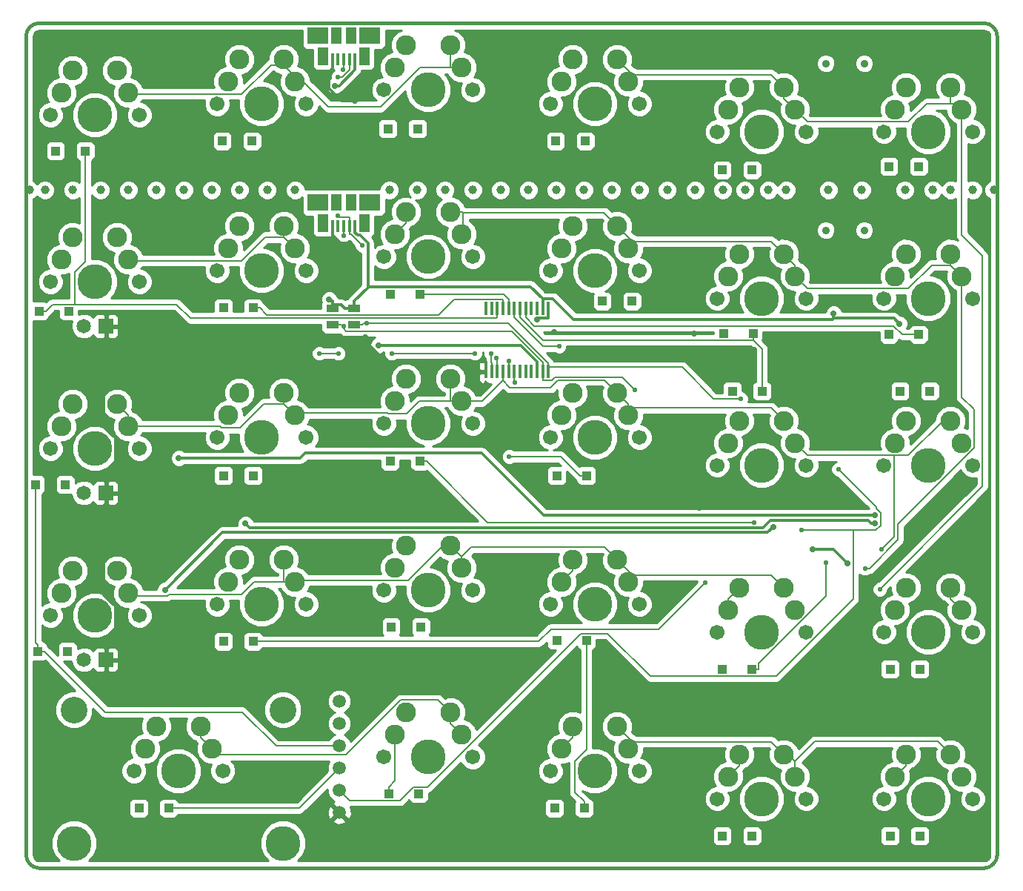
<source format=gtl>
G04 (created by PCBNEW (2013-02-13 BZR 3947)-testing) date 12/19/2013 8:38:14 AM*
%MOIN*%
G04 Gerber Fmt 3.4, Leading zero omitted, Abs format*
%FSLAX34Y34*%
G01*
G70*
G90*
G04 APERTURE LIST*
%ADD10C,0.006*%
%ADD11C,0.015*%
%ADD12C,0.065*%
%ADD13R,0.065X0.065*%
%ADD14C,0.12*%
%ADD15C,0.157*%
%ADD16C,0.0590551*%
%ADD17R,0.0157X0.059*%
%ADD18R,0.055X0.035*%
%ADD19C,0.09*%
%ADD20C,0.067*%
%ADD21C,0.0393701*%
%ADD22R,0.0944882X0.0748031*%
%ADD23R,0.0472441X0.0826772*%
%ADD24R,0.0177165X0.0551181*%
%ADD25R,0.0472441X0.0748031*%
%ADD26R,0.0393701X0.0393701*%
%ADD27C,0.0354331*%
%ADD28C,0.0216535*%
%ADD29C,0.0275591*%
%ADD30C,0.00708661*%
%ADD31C,0.011811*%
%ADD32C,0.01*%
G04 APERTURE END LIST*
G54D10*
G54D11*
X32900Y-58900D02*
X32900Y-22100D01*
X76000Y-59500D02*
X33500Y-59500D01*
X76600Y-22100D02*
X76600Y-58900D01*
X33500Y-21500D02*
X76000Y-21500D01*
X33500Y-21500D02*
G75*
G03X32900Y-22100I0J-600D01*
G74*
G01*
X76600Y-22100D02*
G75*
G03X76000Y-21500I-600J0D01*
G74*
G01*
X76000Y-59500D02*
G75*
G03X76600Y-58900I0J600D01*
G74*
G01*
X32900Y-58900D02*
G75*
G03X33500Y-59500I600J0D01*
G74*
G01*
G54D12*
X35500Y-50129D03*
G54D13*
X36500Y-50129D03*
G54D12*
X35500Y-42629D03*
G54D13*
X36500Y-42629D03*
G54D12*
X35500Y-35130D03*
G54D13*
X36500Y-35130D03*
G54D14*
X44459Y-52379D03*
X35059Y-52379D03*
G54D15*
X44459Y-58379D03*
X35059Y-58379D03*
G54D16*
X47000Y-56000D03*
X47000Y-57000D03*
X47000Y-55000D03*
X47000Y-53000D03*
X47000Y-54000D03*
X47000Y-52000D03*
G54D17*
X53593Y-37177D03*
X53849Y-37177D03*
X54105Y-37177D03*
X54361Y-37177D03*
X54617Y-37177D03*
X54873Y-37177D03*
X55127Y-37177D03*
X55383Y-37177D03*
X55639Y-37177D03*
X55895Y-37177D03*
X56151Y-37177D03*
X56407Y-37177D03*
X56407Y-34323D03*
X56151Y-34323D03*
X55895Y-34323D03*
X55639Y-34323D03*
X55383Y-34323D03*
X55127Y-34323D03*
X54873Y-34323D03*
X54617Y-34323D03*
X54361Y-34323D03*
X54105Y-34323D03*
X53849Y-34323D03*
X53593Y-34323D03*
G54D18*
X47650Y-34325D03*
X47650Y-35075D03*
X46700Y-34325D03*
X46700Y-35075D03*
G54D19*
X74500Y-54379D03*
X72000Y-55379D03*
G54D15*
X73500Y-56379D03*
G54D20*
X71500Y-56379D03*
X75500Y-56379D03*
G54D19*
X75000Y-55379D03*
X72500Y-54379D03*
X59500Y-53129D03*
X57000Y-54129D03*
G54D15*
X58500Y-55129D03*
G54D20*
X56500Y-55129D03*
X60500Y-55129D03*
G54D19*
X60000Y-54129D03*
X57500Y-53129D03*
X67000Y-54379D03*
X64500Y-55379D03*
G54D15*
X66000Y-56379D03*
G54D20*
X64000Y-56379D03*
X68000Y-56379D03*
G54D19*
X67500Y-55379D03*
X65000Y-54379D03*
X52000Y-52500D03*
X49500Y-53500D03*
G54D15*
X51000Y-54500D03*
G54D20*
X49000Y-54500D03*
X53000Y-54500D03*
G54D19*
X52500Y-53500D03*
X50000Y-52500D03*
X40750Y-53129D03*
X38250Y-54129D03*
G54D15*
X39750Y-55129D03*
G54D20*
X37750Y-55129D03*
X41750Y-55129D03*
G54D19*
X41250Y-54129D03*
X38750Y-53129D03*
X37000Y-23630D03*
X34500Y-24630D03*
G54D15*
X36000Y-25630D03*
G54D20*
X34000Y-25630D03*
X38000Y-25630D03*
G54D19*
X37500Y-24630D03*
X35000Y-23630D03*
X67000Y-39379D03*
X64500Y-40379D03*
G54D15*
X66000Y-41379D03*
G54D20*
X64000Y-41379D03*
X68000Y-41379D03*
G54D19*
X67500Y-40379D03*
X65000Y-39379D03*
X74500Y-39379D03*
X72000Y-40379D03*
G54D15*
X73500Y-41379D03*
G54D20*
X71500Y-41379D03*
X75500Y-41379D03*
G54D19*
X75000Y-40379D03*
X72500Y-39379D03*
X44500Y-23129D03*
X42000Y-24129D03*
G54D15*
X43500Y-25129D03*
G54D20*
X41500Y-25129D03*
X45500Y-25129D03*
G54D19*
X45000Y-24129D03*
X42500Y-23129D03*
X67000Y-24380D03*
X64500Y-25380D03*
G54D15*
X66000Y-26380D03*
G54D20*
X64000Y-26380D03*
X68000Y-26380D03*
G54D19*
X67500Y-25380D03*
X65000Y-24380D03*
X59500Y-23129D03*
X57000Y-24129D03*
G54D15*
X58500Y-25129D03*
G54D20*
X56500Y-25129D03*
X60500Y-25129D03*
G54D19*
X60000Y-24129D03*
X57500Y-23129D03*
X52000Y-22500D03*
X49500Y-23500D03*
G54D15*
X51000Y-24500D03*
G54D20*
X49000Y-24500D03*
X53000Y-24500D03*
G54D19*
X52500Y-23500D03*
X50000Y-22500D03*
X74500Y-24380D03*
X72000Y-25380D03*
G54D15*
X73500Y-26380D03*
G54D20*
X71500Y-26380D03*
X75500Y-26380D03*
G54D19*
X75000Y-25380D03*
X72500Y-24380D03*
X59500Y-38129D03*
X57000Y-39129D03*
G54D15*
X58500Y-40129D03*
G54D20*
X56500Y-40129D03*
X60500Y-40129D03*
G54D19*
X60000Y-39129D03*
X57500Y-38129D03*
X52000Y-37500D03*
X49500Y-38500D03*
G54D15*
X51000Y-39500D03*
G54D20*
X49000Y-39500D03*
X53000Y-39500D03*
G54D19*
X52500Y-38500D03*
X50000Y-37500D03*
X44500Y-38129D03*
X42000Y-39129D03*
G54D15*
X43500Y-40129D03*
G54D20*
X41500Y-40129D03*
X45500Y-40129D03*
G54D19*
X45000Y-39129D03*
X42500Y-38129D03*
X37000Y-38629D03*
X34500Y-39629D03*
G54D15*
X36000Y-40629D03*
G54D20*
X34000Y-40629D03*
X38000Y-40629D03*
G54D19*
X37500Y-39629D03*
X35000Y-38629D03*
X67000Y-46879D03*
X64500Y-47879D03*
G54D15*
X66000Y-48879D03*
G54D20*
X64000Y-48879D03*
X68000Y-48879D03*
G54D19*
X67500Y-47879D03*
X65000Y-46879D03*
X59500Y-45629D03*
X57000Y-46629D03*
G54D15*
X58500Y-47629D03*
G54D20*
X56500Y-47629D03*
X60500Y-47629D03*
G54D19*
X60000Y-46629D03*
X57500Y-45629D03*
X52000Y-45000D03*
X49500Y-46000D03*
G54D15*
X51000Y-47000D03*
G54D20*
X49000Y-47000D03*
X53000Y-47000D03*
G54D19*
X52500Y-46000D03*
X50000Y-45000D03*
X44500Y-45629D03*
X42000Y-46629D03*
G54D15*
X43500Y-47629D03*
G54D20*
X41500Y-47629D03*
X45500Y-47629D03*
G54D19*
X45000Y-46629D03*
X42500Y-45629D03*
X37000Y-46129D03*
X34500Y-47129D03*
G54D15*
X36000Y-48129D03*
G54D20*
X34000Y-48129D03*
X38000Y-48129D03*
G54D19*
X37500Y-47129D03*
X35000Y-46129D03*
X74500Y-46879D03*
X72000Y-47879D03*
G54D15*
X73500Y-48879D03*
G54D20*
X71500Y-48879D03*
X75500Y-48879D03*
G54D19*
X75000Y-47879D03*
X72500Y-46879D03*
X37000Y-31129D03*
X34500Y-32129D03*
G54D15*
X36000Y-33129D03*
G54D20*
X34000Y-33129D03*
X38000Y-33129D03*
G54D19*
X37500Y-32129D03*
X35000Y-31129D03*
X67000Y-31879D03*
X64500Y-32879D03*
G54D15*
X66000Y-33879D03*
G54D20*
X64000Y-33879D03*
X68000Y-33879D03*
G54D19*
X67500Y-32879D03*
X65000Y-31879D03*
X52000Y-30000D03*
X49500Y-31000D03*
G54D15*
X51000Y-32000D03*
G54D20*
X49000Y-32000D03*
X53000Y-32000D03*
G54D19*
X52500Y-31000D03*
X50000Y-30000D03*
X44500Y-30629D03*
X42000Y-31629D03*
G54D15*
X43500Y-32629D03*
G54D20*
X41500Y-32629D03*
X45500Y-32629D03*
G54D19*
X45000Y-31629D03*
X42500Y-30629D03*
X59500Y-30629D03*
X57000Y-31629D03*
G54D15*
X58500Y-32629D03*
G54D20*
X56500Y-32629D03*
X60500Y-32629D03*
G54D19*
X60000Y-31629D03*
X57500Y-30629D03*
X74500Y-31879D03*
X72000Y-32879D03*
G54D15*
X73500Y-33879D03*
G54D20*
X71500Y-33879D03*
X75500Y-33879D03*
G54D19*
X75000Y-32879D03*
X72500Y-31879D03*
G54D21*
X75500Y-29000D03*
X45000Y-29000D03*
X50500Y-29000D03*
X53000Y-29000D03*
X55500Y-29000D03*
X58000Y-29000D03*
X60500Y-29000D03*
X63000Y-29000D03*
X65250Y-29000D03*
X67100Y-29000D03*
X70500Y-29000D03*
X73700Y-29000D03*
X76450Y-29000D03*
X49250Y-29000D03*
X51750Y-29000D03*
X54250Y-29000D03*
X56750Y-29000D03*
X59250Y-29000D03*
X61750Y-29000D03*
X64250Y-29000D03*
X66300Y-29000D03*
X69000Y-29000D03*
X72450Y-29000D03*
X74500Y-29000D03*
X43750Y-29000D03*
X42500Y-29000D03*
X41250Y-29000D03*
X40000Y-29000D03*
X38750Y-29000D03*
X37500Y-29000D03*
X36250Y-29000D03*
X35000Y-29000D03*
X33750Y-29000D03*
X33050Y-29000D03*
G54D22*
X46038Y-22074D03*
X48361Y-22074D03*
G54D23*
X48125Y-22979D03*
X46274Y-22979D03*
G54D24*
X47200Y-23117D03*
X47455Y-23117D03*
X47711Y-23117D03*
X46944Y-23117D03*
X46688Y-23117D03*
G54D25*
X47534Y-22074D03*
X46865Y-22074D03*
G54D22*
X46038Y-29574D03*
X48361Y-29574D03*
G54D23*
X48125Y-30479D03*
X46274Y-30479D03*
G54D24*
X47200Y-30617D03*
X47455Y-30617D03*
X47711Y-30617D03*
X46944Y-30617D03*
X46688Y-30617D03*
G54D25*
X47534Y-29574D03*
X46865Y-29574D03*
G54D26*
X34230Y-27250D03*
X35569Y-27250D03*
X72230Y-38050D03*
X73569Y-38050D03*
X64680Y-38050D03*
X66019Y-38050D03*
X41730Y-26800D03*
X43069Y-26800D03*
X49180Y-26250D03*
X50519Y-26250D03*
X56730Y-26800D03*
X58069Y-26800D03*
X64230Y-28100D03*
X65569Y-28100D03*
X71730Y-27950D03*
X73069Y-27950D03*
X37980Y-56800D03*
X39319Y-56800D03*
X49230Y-56150D03*
X50569Y-56150D03*
X56680Y-56800D03*
X58019Y-56800D03*
X64230Y-58050D03*
X65569Y-58050D03*
X71780Y-58050D03*
X73119Y-58050D03*
X34669Y-42250D03*
X33330Y-42250D03*
X41780Y-41850D03*
X43119Y-41850D03*
X49280Y-41200D03*
X50619Y-41200D03*
X56780Y-41850D03*
X58119Y-41850D03*
X34769Y-49750D03*
X33430Y-49750D03*
X41780Y-49300D03*
X43119Y-49300D03*
X49330Y-48650D03*
X50669Y-48650D03*
X56780Y-49250D03*
X58119Y-49250D03*
X64230Y-50550D03*
X65569Y-50550D03*
X71780Y-50550D03*
X73119Y-50550D03*
X34819Y-34450D03*
X33480Y-34450D03*
X41780Y-34300D03*
X43119Y-34300D03*
X49280Y-33700D03*
X50619Y-33700D03*
X60169Y-34000D03*
X58830Y-34000D03*
X64280Y-35450D03*
X65619Y-35450D03*
X71730Y-35500D03*
X73069Y-35500D03*
G54D27*
X68883Y-23316D03*
X70616Y-23316D03*
X68883Y-30816D03*
X70616Y-30816D03*
G54D28*
X68911Y-45769D03*
X65676Y-43956D03*
X54644Y-40994D03*
X56886Y-36028D03*
X63469Y-46663D03*
G54D29*
X39778Y-41059D03*
X71094Y-43637D03*
X42777Y-44012D03*
X71094Y-43992D03*
X39152Y-46999D03*
X66525Y-44148D03*
G54D28*
X54894Y-37660D03*
X54619Y-36698D03*
X71409Y-45147D03*
X46100Y-36350D03*
X46950Y-36350D03*
X49350Y-36350D03*
X53100Y-36350D03*
X70649Y-46018D03*
X54049Y-36556D03*
X71316Y-46957D03*
X53833Y-36350D03*
X47186Y-35135D03*
X47169Y-23582D03*
X60286Y-37987D03*
X47200Y-31075D03*
X46944Y-23939D03*
X65062Y-38399D03*
X48032Y-31498D03*
X46944Y-30154D03*
X48221Y-35004D03*
X69457Y-41565D03*
X67780Y-44311D03*
G54D29*
X64000Y-37900D03*
X63200Y-39300D03*
X63200Y-40800D03*
X63200Y-43300D03*
X47700Y-42500D03*
X47700Y-40000D03*
X47700Y-38200D03*
X47700Y-45600D03*
X47200Y-27800D03*
X51200Y-27800D03*
X70900Y-35550D03*
X67950Y-35550D03*
X65650Y-36200D03*
X64000Y-36200D03*
X62950Y-35450D03*
X56650Y-35400D03*
X52842Y-36771D03*
X47711Y-25003D03*
X55903Y-34843D03*
X47471Y-31411D03*
X48174Y-35638D03*
X69241Y-34559D03*
X46544Y-33914D03*
X46796Y-24321D03*
X48753Y-35999D03*
X72193Y-35016D03*
X69853Y-45795D03*
X68298Y-45155D03*
G54D30*
X55382Y-34322D02*
X55382Y-34724D01*
X73069Y-35500D02*
X72766Y-35500D01*
X72320Y-35500D02*
X72766Y-35500D01*
X71937Y-35117D02*
X72320Y-35500D01*
X55776Y-35117D02*
X71937Y-35117D01*
X55382Y-34724D02*
X55776Y-35117D01*
X65569Y-50550D02*
X65872Y-50550D01*
X65872Y-50299D02*
X65872Y-50550D01*
X68911Y-47260D02*
X65872Y-50299D01*
X68911Y-45769D02*
X68911Y-47260D01*
X66019Y-36153D02*
X66019Y-38050D01*
X65619Y-35753D02*
X66019Y-36153D01*
X65619Y-35450D02*
X65619Y-35717D01*
X65619Y-35717D02*
X65619Y-35753D01*
X56155Y-35753D02*
X55127Y-34724D01*
X65619Y-35753D02*
X56155Y-35753D01*
X55127Y-34322D02*
X55127Y-34724D01*
X53678Y-43956D02*
X65676Y-43956D01*
X50922Y-41200D02*
X53678Y-43956D01*
X50619Y-41200D02*
X50922Y-41200D01*
X54395Y-33700D02*
X54617Y-33921D01*
X50619Y-33700D02*
X54395Y-33700D01*
X54617Y-34322D02*
X54617Y-33921D01*
X57605Y-56082D02*
X58019Y-56496D01*
X57605Y-54688D02*
X57605Y-56082D01*
X58119Y-54174D02*
X57605Y-54688D01*
X58119Y-49250D02*
X58119Y-54174D01*
X58019Y-56800D02*
X58019Y-56496D01*
X58119Y-41850D02*
X57816Y-41850D01*
X56960Y-40994D02*
X54644Y-40994D01*
X57816Y-41850D02*
X56960Y-40994D01*
X56177Y-36028D02*
X54872Y-34724D01*
X56886Y-36028D02*
X56177Y-36028D01*
X54872Y-34322D02*
X54872Y-34724D01*
X45200Y-56800D02*
X39319Y-56800D01*
X47000Y-55000D02*
X45200Y-56800D01*
X43119Y-34300D02*
X43422Y-34300D01*
X54360Y-34322D02*
X54360Y-33921D01*
X55976Y-49300D02*
X43119Y-49300D01*
X56512Y-48763D02*
X55976Y-49300D01*
X61368Y-48763D02*
X56512Y-48763D01*
X63469Y-46663D02*
X61368Y-48763D01*
X43736Y-34614D02*
X43422Y-34300D01*
X51464Y-34614D02*
X43736Y-34614D01*
X52157Y-33921D02*
X51464Y-34614D01*
X54360Y-33921D02*
X52157Y-33921D01*
X33430Y-49750D02*
X33733Y-49750D01*
X33480Y-34450D02*
X33783Y-34450D01*
X54105Y-34322D02*
X54105Y-34724D01*
X44152Y-54000D02*
X47000Y-54000D01*
X42633Y-52480D02*
X44152Y-54000D01*
X36464Y-52480D02*
X42633Y-52480D01*
X33733Y-49750D02*
X36464Y-52480D01*
X35569Y-32224D02*
X35569Y-27250D01*
X35097Y-32696D02*
X35569Y-32224D01*
X35097Y-34146D02*
X35097Y-32696D01*
X34087Y-34146D02*
X35097Y-34146D01*
X33783Y-34450D02*
X34087Y-34146D01*
X39667Y-34146D02*
X35097Y-34146D01*
X40282Y-34761D02*
X39667Y-34146D01*
X54067Y-34761D02*
X40282Y-34761D01*
X54105Y-34724D02*
X54067Y-34761D01*
X33330Y-49346D02*
X33430Y-49446D01*
X33330Y-42250D02*
X33330Y-49346D01*
X33430Y-49750D02*
X33430Y-49446D01*
G54D31*
X56200Y-43637D02*
X71094Y-43637D01*
X53406Y-40843D02*
X56200Y-43637D01*
X45454Y-40843D02*
X53406Y-40843D01*
X45238Y-41059D02*
X45454Y-40843D01*
X39778Y-41059D02*
X45238Y-41059D01*
X70932Y-43992D02*
X71094Y-43992D01*
X70800Y-43860D02*
X70932Y-43992D01*
X66405Y-43860D02*
X70800Y-43860D01*
X66058Y-44208D02*
X66405Y-43860D01*
X42972Y-44208D02*
X66058Y-44208D01*
X42777Y-44012D02*
X42972Y-44208D01*
X66262Y-44410D02*
X66525Y-44148D01*
X41741Y-44410D02*
X66262Y-44410D01*
X39152Y-46999D02*
X41741Y-44410D01*
G54D30*
X40750Y-53629D02*
X40750Y-53129D01*
X41250Y-54129D02*
X40750Y-53629D01*
X60250Y-53879D02*
X59500Y-53129D01*
X60000Y-54129D02*
X60250Y-53879D01*
X66434Y-53813D02*
X67000Y-54379D01*
X60315Y-53813D02*
X66434Y-53813D01*
X60250Y-53879D02*
X60315Y-53813D01*
X67500Y-55379D02*
X67500Y-54685D01*
X67193Y-54379D02*
X67000Y-54379D01*
X67500Y-54685D02*
X67193Y-54379D01*
X73923Y-53802D02*
X74500Y-54379D01*
X68383Y-53802D02*
X73923Y-53802D01*
X67500Y-54685D02*
X68383Y-53802D01*
X41527Y-54407D02*
X41250Y-54129D01*
X47283Y-54407D02*
X41527Y-54407D01*
X49748Y-51942D02*
X47283Y-54407D01*
X51442Y-51942D02*
X49748Y-51942D01*
X52000Y-52500D02*
X51442Y-51942D01*
X52000Y-53000D02*
X52000Y-52500D01*
X52500Y-53500D02*
X52000Y-53000D01*
X54894Y-37600D02*
X54894Y-37660D01*
X54872Y-37578D02*
X54894Y-37600D01*
X54872Y-37177D02*
X54872Y-37578D01*
X54617Y-37177D02*
X54617Y-36775D01*
X54619Y-36773D02*
X54619Y-36698D01*
X54617Y-36775D02*
X54619Y-36773D01*
X44500Y-46629D02*
X44500Y-45629D01*
X44500Y-46629D02*
X45000Y-46629D01*
X45070Y-46558D02*
X45000Y-46629D01*
X50106Y-46558D02*
X45070Y-46558D01*
X51665Y-45000D02*
X50106Y-46558D01*
X52000Y-45000D02*
X51665Y-45000D01*
X52929Y-45070D02*
X52500Y-45500D01*
X58941Y-45070D02*
X52929Y-45070D01*
X59500Y-45629D02*
X58941Y-45070D01*
X52500Y-46000D02*
X52500Y-45500D01*
X52500Y-45500D02*
X52000Y-45000D01*
X74500Y-47379D02*
X74500Y-46879D01*
X75000Y-47879D02*
X74500Y-47379D01*
X43165Y-46629D02*
X44500Y-46629D01*
X42606Y-47187D02*
X43165Y-46629D01*
X39320Y-47187D02*
X42606Y-47187D01*
X39257Y-47251D02*
X39320Y-47187D01*
X37622Y-47251D02*
X39257Y-47251D01*
X37500Y-47129D02*
X37622Y-47251D01*
X60250Y-46379D02*
X59500Y-45629D01*
X60306Y-46322D02*
X60250Y-46379D01*
X66443Y-46322D02*
X60306Y-46322D01*
X67000Y-46879D02*
X66443Y-46322D01*
X60250Y-46379D02*
X60000Y-46629D01*
X50602Y-38500D02*
X52000Y-38500D01*
X50038Y-39064D02*
X50602Y-38500D01*
X49189Y-39064D02*
X50038Y-39064D01*
X49159Y-39035D02*
X49189Y-39064D01*
X45093Y-39035D02*
X49159Y-39035D01*
X45000Y-39129D02*
X45093Y-39035D01*
X37500Y-39129D02*
X37000Y-38629D01*
X37500Y-39629D02*
X37500Y-39129D01*
X44500Y-38129D02*
X44500Y-38629D01*
X44500Y-38629D02*
X45000Y-39129D01*
X43602Y-38629D02*
X44500Y-38629D01*
X42528Y-39703D02*
X43602Y-38629D01*
X41698Y-39703D02*
X42528Y-39703D01*
X41624Y-39629D02*
X41698Y-39703D01*
X37500Y-39629D02*
X41624Y-39629D01*
X60000Y-38807D02*
X60000Y-39129D01*
X66428Y-38807D02*
X67000Y-39379D01*
X60000Y-38807D02*
X66428Y-38807D01*
X72606Y-40937D02*
X71946Y-40937D01*
X74165Y-39379D02*
X72606Y-40937D01*
X74500Y-39379D02*
X74165Y-39379D01*
X68058Y-40937D02*
X67500Y-40379D01*
X71946Y-40937D02*
X68058Y-40937D01*
X52000Y-38500D02*
X52000Y-37500D01*
X60000Y-38629D02*
X59500Y-38129D01*
X60000Y-38807D02*
X60000Y-38629D01*
X54360Y-37177D02*
X54360Y-37578D01*
X52000Y-38500D02*
X52500Y-38500D01*
X54665Y-37882D02*
X54360Y-37578D01*
X56510Y-37882D02*
X54665Y-37882D01*
X56836Y-37557D02*
X56510Y-37882D01*
X58928Y-37557D02*
X56836Y-37557D01*
X59500Y-38129D02*
X58928Y-37557D01*
X53439Y-38500D02*
X54360Y-37578D01*
X52500Y-38500D02*
X53439Y-38500D01*
X71946Y-44610D02*
X71409Y-45147D01*
X71946Y-40937D02*
X71946Y-44610D01*
X46950Y-36350D02*
X46100Y-36350D01*
X53100Y-36350D02*
X49350Y-36350D01*
X58910Y-30039D02*
X52561Y-30039D01*
X59500Y-30629D02*
X58910Y-30039D01*
X52561Y-30938D02*
X52500Y-31000D01*
X52561Y-30039D02*
X52561Y-30938D01*
X60250Y-31379D02*
X59500Y-30629D01*
X60000Y-31629D02*
X60250Y-31379D01*
X37558Y-32187D02*
X37500Y-32129D01*
X42606Y-32187D02*
X37558Y-32187D01*
X43665Y-31129D02*
X42606Y-32187D01*
X44500Y-31129D02*
X43665Y-31129D01*
X44500Y-30629D02*
X44500Y-31129D01*
X44500Y-31129D02*
X45000Y-31629D01*
X52522Y-30000D02*
X52000Y-30000D01*
X52561Y-30039D02*
X52522Y-30000D01*
X68058Y-33437D02*
X67500Y-32879D01*
X72606Y-33437D02*
X68058Y-33437D01*
X73665Y-32379D02*
X72606Y-33437D01*
X74500Y-32379D02*
X73665Y-32379D01*
X74500Y-31879D02*
X74500Y-32379D01*
X66443Y-31322D02*
X67000Y-31879D01*
X60306Y-31322D02*
X66443Y-31322D01*
X60250Y-31379D02*
X60306Y-31322D01*
X67500Y-32379D02*
X67500Y-32879D01*
X67000Y-31879D02*
X67500Y-32379D01*
X74500Y-32379D02*
X75000Y-32879D01*
X70860Y-46018D02*
X70649Y-46018D01*
X72133Y-44745D02*
X70860Y-46018D01*
X72133Y-44035D02*
X72133Y-44745D01*
X75561Y-40607D02*
X72133Y-44035D01*
X75561Y-38877D02*
X75561Y-40607D01*
X75000Y-38316D02*
X75561Y-38877D01*
X75000Y-32879D02*
X75000Y-38316D01*
X54105Y-36611D02*
X54105Y-37177D01*
X54049Y-36556D02*
X54105Y-36611D01*
X60000Y-24129D02*
X60250Y-23879D01*
X66443Y-23823D02*
X67000Y-24380D01*
X60305Y-23823D02*
X66443Y-23823D01*
X60250Y-23879D02*
X60305Y-23823D01*
X67000Y-24880D02*
X67000Y-24380D01*
X67500Y-25380D02*
X67000Y-24880D01*
X44500Y-23379D02*
X44500Y-23129D01*
X45000Y-23879D02*
X44500Y-23379D01*
X45000Y-24129D02*
X45000Y-23879D01*
X37557Y-24687D02*
X37500Y-24630D01*
X42606Y-24687D02*
X37557Y-24687D01*
X43915Y-23379D02*
X42606Y-24687D01*
X44500Y-23379D02*
X43915Y-23379D01*
X52000Y-23500D02*
X52000Y-22500D01*
X52500Y-23500D02*
X52000Y-23500D01*
X45373Y-24129D02*
X45000Y-24129D01*
X46507Y-25263D02*
X45373Y-24129D01*
X48869Y-25263D02*
X46507Y-25263D01*
X50632Y-23500D02*
X48869Y-25263D01*
X52000Y-23500D02*
X50632Y-23500D01*
X60250Y-23879D02*
X59500Y-23129D01*
X53833Y-36759D02*
X53849Y-36775D01*
X53833Y-36350D02*
X53833Y-36759D01*
X53849Y-37177D02*
X53849Y-36775D01*
X75000Y-31018D02*
X75000Y-25380D01*
X75942Y-31960D02*
X75000Y-31018D01*
X75942Y-42332D02*
X75942Y-31960D01*
X71316Y-46957D02*
X75942Y-42332D01*
X74500Y-25130D02*
X74500Y-24380D01*
X74750Y-25130D02*
X74500Y-25130D01*
X75000Y-25380D02*
X74750Y-25130D01*
X68058Y-25938D02*
X67500Y-25380D01*
X72606Y-25938D02*
X68058Y-25938D01*
X73415Y-25130D02*
X72606Y-25938D01*
X74500Y-25130D02*
X73415Y-25130D01*
X46700Y-35075D02*
X47081Y-35075D01*
X47142Y-35135D02*
X47186Y-35135D01*
X47081Y-35075D02*
X47142Y-35135D01*
X47169Y-23529D02*
X47200Y-23499D01*
X47169Y-23582D02*
X47169Y-23529D01*
X47200Y-23117D02*
X47200Y-23499D01*
X59714Y-37415D02*
X60286Y-37987D01*
X56710Y-37415D02*
X59714Y-37415D01*
X56547Y-37578D02*
X56710Y-37415D01*
X56150Y-37578D02*
X56547Y-37578D01*
X56150Y-37177D02*
X56150Y-37578D01*
X47200Y-30617D02*
X47200Y-30999D01*
X47200Y-30999D02*
X47200Y-31075D01*
X56150Y-36752D02*
X56150Y-37177D01*
X54754Y-35356D02*
X56150Y-36752D01*
X47303Y-35356D02*
X54754Y-35356D01*
X47186Y-35239D02*
X47303Y-35356D01*
X47186Y-35135D02*
X47186Y-35239D01*
X56407Y-37177D02*
X56407Y-36976D01*
X47533Y-30999D02*
X48032Y-31498D01*
X47455Y-30999D02*
X47533Y-30999D01*
X47455Y-23117D02*
X47455Y-23499D01*
X47455Y-23600D02*
X47455Y-23499D01*
X47116Y-23939D02*
X47455Y-23600D01*
X46944Y-23939D02*
X47116Y-23939D01*
X47455Y-30617D02*
X47455Y-30235D01*
X47025Y-30235D02*
X46944Y-30154D01*
X47455Y-30235D02*
X47025Y-30235D01*
X47455Y-30617D02*
X47455Y-30999D01*
X48102Y-35004D02*
X48031Y-35075D01*
X48221Y-35004D02*
X48102Y-35004D01*
X47650Y-35075D02*
X48031Y-35075D01*
X63843Y-38399D02*
X65062Y-38399D01*
X62420Y-36976D02*
X63843Y-38399D01*
X56407Y-36976D02*
X62420Y-36976D01*
X54606Y-35004D02*
X48221Y-35004D01*
X56407Y-36804D02*
X54606Y-35004D01*
X56407Y-36976D02*
X56407Y-36804D01*
X70123Y-47403D02*
X70123Y-44311D01*
X66655Y-50871D02*
X70123Y-47403D01*
X60989Y-50871D02*
X66655Y-50871D01*
X59064Y-48946D02*
X60989Y-50871D01*
X57870Y-48946D02*
X59064Y-48946D01*
X50970Y-55846D02*
X57870Y-48946D01*
X50328Y-55846D02*
X50970Y-55846D01*
X49721Y-56453D02*
X50328Y-55846D01*
X47453Y-56453D02*
X49721Y-56453D01*
X47000Y-56000D02*
X47453Y-56453D01*
X70123Y-44311D02*
X67780Y-44311D01*
X71151Y-43260D02*
X69457Y-41565D01*
X71151Y-43338D02*
X71151Y-43260D01*
X71151Y-43338D02*
X71151Y-43338D01*
X71346Y-43533D02*
X71151Y-43338D01*
X71346Y-44096D02*
X71346Y-43533D01*
X71131Y-44311D02*
X71346Y-44096D01*
X70123Y-44311D02*
X71131Y-44311D01*
G54D31*
X63200Y-43300D02*
X63200Y-40800D01*
X63200Y-39300D02*
X63200Y-40800D01*
X64000Y-37900D02*
X64000Y-36200D01*
X49114Y-36785D02*
X49114Y-36771D01*
X49114Y-36785D02*
X47700Y-38200D01*
X51200Y-27800D02*
X47200Y-27800D01*
X67950Y-35550D02*
X70900Y-35550D01*
X64000Y-36200D02*
X65650Y-36200D01*
X56700Y-35450D02*
X62950Y-35450D01*
X56650Y-35400D02*
X56700Y-35450D01*
X53592Y-37177D02*
X53592Y-36744D01*
X36937Y-49229D02*
X36500Y-49667D01*
X36937Y-47739D02*
X36937Y-49229D01*
X36411Y-47213D02*
X36937Y-47739D01*
X36411Y-43181D02*
X36411Y-47213D01*
X36500Y-43092D02*
X36411Y-43181D01*
X36500Y-50129D02*
X36500Y-49667D01*
X56407Y-34322D02*
X56407Y-34755D01*
X55991Y-34755D02*
X55903Y-34843D01*
X56407Y-34755D02*
X55991Y-34755D01*
X52869Y-36744D02*
X52842Y-36771D01*
X53592Y-36744D02*
X52869Y-36744D01*
X46688Y-23117D02*
X46688Y-23530D01*
X36500Y-35130D02*
X36962Y-35130D01*
X36500Y-42861D02*
X36500Y-43092D01*
X36500Y-42861D02*
X36500Y-42629D01*
X36410Y-36699D02*
X37471Y-35638D01*
X36410Y-39651D02*
X36410Y-36699D01*
X36938Y-40178D02*
X36410Y-39651D01*
X36938Y-41728D02*
X36938Y-40178D01*
X36500Y-42167D02*
X36938Y-41728D01*
X37471Y-35638D02*
X36962Y-35130D01*
X36500Y-42629D02*
X36500Y-42167D01*
X47088Y-25003D02*
X47711Y-25003D01*
X46520Y-24435D02*
X47088Y-25003D01*
X46520Y-23698D02*
X46520Y-24435D01*
X46688Y-23530D02*
X46520Y-23698D01*
X46688Y-30617D02*
X46688Y-31030D01*
X37471Y-35638D02*
X48174Y-35638D01*
X49114Y-36771D02*
X52842Y-36771D01*
X48174Y-35831D02*
X49114Y-36771D01*
X48174Y-35638D02*
X48174Y-35831D01*
X47069Y-31411D02*
X47471Y-31411D01*
X46688Y-31030D02*
X47069Y-31411D01*
G54D30*
X65000Y-54879D02*
X65000Y-54379D01*
X64500Y-55379D02*
X65000Y-54879D01*
X72500Y-54879D02*
X72500Y-54379D01*
X72000Y-55379D02*
X72500Y-54879D01*
X49500Y-55577D02*
X49500Y-53500D01*
X49230Y-55846D02*
X49500Y-55577D01*
X49230Y-56150D02*
X49230Y-55846D01*
X57500Y-53629D02*
X57500Y-53129D01*
X57000Y-54129D02*
X57500Y-53629D01*
X50000Y-30500D02*
X50000Y-30000D01*
X49500Y-31000D02*
X50000Y-30500D01*
X57500Y-46129D02*
X57500Y-45629D01*
X57000Y-46629D02*
X57500Y-46129D01*
X64500Y-47379D02*
X65000Y-46879D01*
X64500Y-47879D02*
X64500Y-47379D01*
G54D31*
X46700Y-34325D02*
X46700Y-34168D01*
X46700Y-34168D02*
X46700Y-34012D01*
X47080Y-34168D02*
X47237Y-34325D01*
X46700Y-34168D02*
X47080Y-34168D01*
X46641Y-34012D02*
X46544Y-33914D01*
X46700Y-34012D02*
X46641Y-34012D01*
X47711Y-23589D02*
X47711Y-23117D01*
X46980Y-24321D02*
X47711Y-23589D01*
X46796Y-24321D02*
X46980Y-24321D01*
X55895Y-37177D02*
X55895Y-36744D01*
X55150Y-35999D02*
X48753Y-35999D01*
X55895Y-36744D02*
X55150Y-35999D01*
X47649Y-34325D02*
X47237Y-34325D01*
X47649Y-34325D02*
X47650Y-34325D01*
X47650Y-34325D02*
X47650Y-34012D01*
X56150Y-34322D02*
X56150Y-33890D01*
X55607Y-33346D02*
X56150Y-33890D01*
X48280Y-33346D02*
X55607Y-33346D01*
X48280Y-33381D02*
X48280Y-33346D01*
X47650Y-34012D02*
X48280Y-33381D01*
X47711Y-30922D02*
X47711Y-30617D01*
X47823Y-31034D02*
X47711Y-30922D01*
X47934Y-31034D02*
X47823Y-31034D01*
X48280Y-31379D02*
X47934Y-31034D01*
X48280Y-33346D02*
X48280Y-31379D01*
X71952Y-34775D02*
X72193Y-35016D01*
X69241Y-34775D02*
X71952Y-34775D01*
X69241Y-34559D02*
X69241Y-34775D01*
X56600Y-33890D02*
X56150Y-33890D01*
X57528Y-34817D02*
X56600Y-33890D01*
X69199Y-34817D02*
X57528Y-34817D01*
X69241Y-34775D02*
X69199Y-34817D01*
X69213Y-45155D02*
X68298Y-45155D01*
X69853Y-45795D02*
X69213Y-45155D01*
G54D10*
G36*
X49366Y-45299D02*
X49361Y-45299D01*
X49104Y-45406D01*
X48906Y-45602D01*
X48800Y-45860D01*
X48799Y-46138D01*
X48855Y-46273D01*
X45610Y-46273D01*
X45593Y-46233D01*
X45397Y-46036D01*
X45139Y-45929D01*
X45133Y-45929D01*
X45199Y-45768D01*
X45200Y-45490D01*
X45093Y-45233D01*
X44897Y-45036D01*
X44639Y-44929D01*
X44361Y-44929D01*
X44104Y-45035D01*
X43906Y-45232D01*
X43800Y-45489D01*
X43799Y-45767D01*
X43906Y-46025D01*
X44102Y-46222D01*
X44214Y-46268D01*
X44214Y-46343D01*
X43165Y-46343D01*
X43055Y-46365D01*
X43055Y-46365D01*
X43055Y-46365D01*
X42963Y-46427D01*
X42699Y-46690D01*
X42700Y-46490D01*
X42633Y-46329D01*
X42638Y-46329D01*
X42896Y-46222D01*
X43093Y-46026D01*
X43199Y-45768D01*
X43200Y-45490D01*
X43093Y-45233D01*
X42897Y-45036D01*
X42639Y-44929D01*
X42361Y-44929D01*
X42104Y-45035D01*
X41906Y-45232D01*
X41800Y-45489D01*
X41799Y-45767D01*
X41866Y-45929D01*
X41861Y-45929D01*
X41604Y-46035D01*
X41406Y-46232D01*
X41300Y-46489D01*
X41299Y-46767D01*
X41355Y-46902D01*
X39686Y-46902D01*
X41869Y-44719D01*
X49358Y-44719D01*
X49300Y-44860D01*
X49299Y-45138D01*
X49366Y-45299D01*
X49366Y-45299D01*
G37*
G54D32*
X49366Y-45299D02*
X49361Y-45299D01*
X49104Y-45406D01*
X48906Y-45602D01*
X48800Y-45860D01*
X48799Y-46138D01*
X48855Y-46273D01*
X45610Y-46273D01*
X45593Y-46233D01*
X45397Y-46036D01*
X45139Y-45929D01*
X45133Y-45929D01*
X45199Y-45768D01*
X45200Y-45490D01*
X45093Y-45233D01*
X44897Y-45036D01*
X44639Y-44929D01*
X44361Y-44929D01*
X44104Y-45035D01*
X43906Y-45232D01*
X43800Y-45489D01*
X43799Y-45767D01*
X43906Y-46025D01*
X44102Y-46222D01*
X44214Y-46268D01*
X44214Y-46343D01*
X43165Y-46343D01*
X43055Y-46365D01*
X43055Y-46365D01*
X43055Y-46365D01*
X42963Y-46427D01*
X42699Y-46690D01*
X42700Y-46490D01*
X42633Y-46329D01*
X42638Y-46329D01*
X42896Y-46222D01*
X43093Y-46026D01*
X43199Y-45768D01*
X43200Y-45490D01*
X43093Y-45233D01*
X42897Y-45036D01*
X42639Y-44929D01*
X42361Y-44929D01*
X42104Y-45035D01*
X41906Y-45232D01*
X41800Y-45489D01*
X41799Y-45767D01*
X41866Y-45929D01*
X41861Y-45929D01*
X41604Y-46035D01*
X41406Y-46232D01*
X41300Y-46489D01*
X41299Y-46767D01*
X41355Y-46902D01*
X39686Y-46902D01*
X41869Y-44719D01*
X49358Y-44719D01*
X49300Y-44860D01*
X49299Y-45138D01*
X49366Y-45299D01*
G54D10*
G36*
X50792Y-40534D02*
X45921Y-40534D01*
X45995Y-40460D01*
X46084Y-40246D01*
X46085Y-40013D01*
X45996Y-39798D01*
X45831Y-39633D01*
X45616Y-39544D01*
X45575Y-39544D01*
X45593Y-39526D01*
X45678Y-39320D01*
X48440Y-39320D01*
X48415Y-39383D01*
X48414Y-39615D01*
X48503Y-39830D01*
X48668Y-39995D01*
X48883Y-40084D01*
X49115Y-40085D01*
X49330Y-39996D01*
X49495Y-39831D01*
X49584Y-39616D01*
X49585Y-39384D01*
X49571Y-39350D01*
X49965Y-39350D01*
X49964Y-39704D01*
X50122Y-40085D01*
X50412Y-40376D01*
X50792Y-40534D01*
X50792Y-40534D01*
G37*
G54D32*
X50792Y-40534D02*
X45921Y-40534D01*
X45995Y-40460D01*
X46084Y-40246D01*
X46085Y-40013D01*
X45996Y-39798D01*
X45831Y-39633D01*
X45616Y-39544D01*
X45575Y-39544D01*
X45593Y-39526D01*
X45678Y-39320D01*
X48440Y-39320D01*
X48415Y-39383D01*
X48414Y-39615D01*
X48503Y-39830D01*
X48668Y-39995D01*
X48883Y-40084D01*
X49115Y-40085D01*
X49330Y-39996D01*
X49495Y-39831D01*
X49584Y-39616D01*
X49585Y-39384D01*
X49571Y-39350D01*
X49965Y-39350D01*
X49964Y-39704D01*
X50122Y-40085D01*
X50412Y-40376D01*
X50792Y-40534D01*
G54D10*
G36*
X63110Y-46607D02*
X63110Y-46617D01*
X61250Y-48478D01*
X59114Y-48478D01*
X59376Y-48216D01*
X59534Y-47835D01*
X59535Y-47424D01*
X59377Y-47043D01*
X59087Y-46752D01*
X58706Y-46594D01*
X58295Y-46593D01*
X57914Y-46751D01*
X57623Y-47042D01*
X57465Y-47422D01*
X57464Y-47834D01*
X57622Y-48214D01*
X57885Y-48478D01*
X56512Y-48478D01*
X56403Y-48500D01*
X56403Y-48500D01*
X56403Y-48500D01*
X56310Y-48562D01*
X55858Y-49014D01*
X51051Y-49014D01*
X51077Y-48988D01*
X51116Y-48896D01*
X51116Y-48797D01*
X51116Y-48403D01*
X51078Y-48311D01*
X51007Y-48241D01*
X50916Y-48203D01*
X50816Y-48203D01*
X50422Y-48203D01*
X50331Y-48241D01*
X50260Y-48311D01*
X50222Y-48403D01*
X50222Y-48502D01*
X50222Y-48896D01*
X50260Y-48988D01*
X50286Y-49014D01*
X49713Y-49014D01*
X49739Y-48988D01*
X49777Y-48896D01*
X49777Y-48797D01*
X49777Y-48403D01*
X49739Y-48311D01*
X49669Y-48241D01*
X49577Y-48203D01*
X49478Y-48203D01*
X49084Y-48203D01*
X48992Y-48241D01*
X48922Y-48311D01*
X48883Y-48403D01*
X48883Y-48502D01*
X48883Y-48896D01*
X48921Y-48988D01*
X48948Y-49014D01*
X43550Y-49014D01*
X43528Y-48961D01*
X43457Y-48891D01*
X43366Y-48853D01*
X43266Y-48853D01*
X42872Y-48853D01*
X42781Y-48891D01*
X42710Y-48961D01*
X42672Y-49053D01*
X42672Y-49152D01*
X42672Y-49546D01*
X42710Y-49638D01*
X42780Y-49708D01*
X42872Y-49746D01*
X42971Y-49746D01*
X43365Y-49746D01*
X43457Y-49708D01*
X43527Y-49638D01*
X43550Y-49585D01*
X55976Y-49585D01*
X55976Y-49585D01*
X56067Y-49567D01*
X56085Y-49563D01*
X56085Y-49563D01*
X56178Y-49501D01*
X56333Y-49346D01*
X56333Y-49496D01*
X56371Y-49588D01*
X56442Y-49658D01*
X56533Y-49696D01*
X56633Y-49696D01*
X56716Y-49696D01*
X53156Y-53256D01*
X53093Y-53104D01*
X52897Y-52906D01*
X52639Y-52800D01*
X52633Y-52800D01*
X52699Y-52639D01*
X52700Y-52361D01*
X52593Y-52104D01*
X52397Y-51906D01*
X52139Y-51800D01*
X51861Y-51799D01*
X51749Y-51846D01*
X51644Y-51740D01*
X51551Y-51678D01*
X51533Y-51675D01*
X51442Y-51656D01*
X49748Y-51656D01*
X49639Y-51678D01*
X49608Y-51699D01*
X49546Y-51740D01*
X47501Y-53785D01*
X47462Y-53691D01*
X47309Y-53538D01*
X47217Y-53500D01*
X47308Y-53462D01*
X47461Y-53309D01*
X47545Y-53108D01*
X47545Y-52892D01*
X47462Y-52691D01*
X47309Y-52538D01*
X47217Y-52500D01*
X47308Y-52462D01*
X47461Y-52309D01*
X47545Y-52108D01*
X47545Y-51892D01*
X47462Y-51691D01*
X47309Y-51538D01*
X47108Y-51454D01*
X46892Y-51454D01*
X46691Y-51537D01*
X46538Y-51690D01*
X46454Y-51891D01*
X46454Y-52107D01*
X46537Y-52308D01*
X46690Y-52461D01*
X46782Y-52499D01*
X46691Y-52537D01*
X46538Y-52690D01*
X46454Y-52891D01*
X46454Y-53107D01*
X46537Y-53308D01*
X46690Y-53461D01*
X46782Y-53499D01*
X46691Y-53537D01*
X46538Y-53690D01*
X46528Y-53714D01*
X45309Y-53714D01*
X45309Y-52211D01*
X45180Y-51899D01*
X44941Y-51659D01*
X44629Y-51530D01*
X44291Y-51529D01*
X43978Y-51658D01*
X43739Y-51897D01*
X43609Y-52210D01*
X43609Y-52548D01*
X43738Y-52860D01*
X43977Y-53100D01*
X44290Y-53229D01*
X44628Y-53230D01*
X44940Y-53100D01*
X45180Y-52862D01*
X45309Y-52549D01*
X45309Y-52211D01*
X45309Y-53714D01*
X44270Y-53714D01*
X42834Y-52279D01*
X42742Y-52217D01*
X42724Y-52213D01*
X42633Y-52195D01*
X42227Y-52195D01*
X42227Y-49447D01*
X42227Y-49053D01*
X42189Y-48961D01*
X42119Y-48891D01*
X42027Y-48853D01*
X41928Y-48853D01*
X41534Y-48853D01*
X41442Y-48891D01*
X41372Y-48961D01*
X41333Y-49053D01*
X41333Y-49152D01*
X41333Y-49546D01*
X41371Y-49638D01*
X41442Y-49708D01*
X41533Y-49746D01*
X41633Y-49746D01*
X42027Y-49746D01*
X42118Y-49708D01*
X42189Y-49638D01*
X42227Y-49546D01*
X42227Y-49447D01*
X42227Y-52195D01*
X37075Y-52195D01*
X37075Y-50405D01*
X37075Y-49854D01*
X37074Y-49754D01*
X37036Y-49663D01*
X37035Y-49661D01*
X37035Y-47924D01*
X36877Y-47543D01*
X36587Y-47252D01*
X36206Y-47094D01*
X35795Y-47093D01*
X35414Y-47251D01*
X35123Y-47542D01*
X34965Y-47922D01*
X34964Y-48334D01*
X35122Y-48714D01*
X35412Y-49006D01*
X35793Y-49163D01*
X36204Y-49164D01*
X36585Y-49007D01*
X36876Y-48716D01*
X37034Y-48335D01*
X37035Y-47924D01*
X37035Y-49661D01*
X36966Y-49592D01*
X36874Y-49554D01*
X36612Y-49554D01*
X36550Y-49617D01*
X36550Y-50079D01*
X37012Y-50079D01*
X37075Y-50017D01*
X37075Y-49854D01*
X37075Y-50405D01*
X37075Y-50242D01*
X37012Y-50179D01*
X36550Y-50179D01*
X36550Y-50642D01*
X36612Y-50704D01*
X36874Y-50704D01*
X36966Y-50666D01*
X37036Y-50596D01*
X37074Y-50504D01*
X37075Y-50405D01*
X37075Y-52195D01*
X36583Y-52195D01*
X34584Y-50196D01*
X34621Y-50196D01*
X34924Y-50196D01*
X34924Y-50243D01*
X35012Y-50455D01*
X35173Y-50617D01*
X35385Y-50704D01*
X35613Y-50705D01*
X35825Y-50617D01*
X35928Y-50514D01*
X35963Y-50596D01*
X36033Y-50666D01*
X36125Y-50704D01*
X36387Y-50704D01*
X36450Y-50642D01*
X36450Y-50179D01*
X36442Y-50179D01*
X36442Y-50079D01*
X36450Y-50079D01*
X36450Y-49617D01*
X36387Y-49554D01*
X36125Y-49554D01*
X36033Y-49592D01*
X35963Y-49663D01*
X35928Y-49745D01*
X35826Y-49642D01*
X35614Y-49555D01*
X35386Y-49554D01*
X35216Y-49625D01*
X35216Y-49503D01*
X35178Y-49411D01*
X35107Y-49341D01*
X35016Y-49303D01*
X34916Y-49303D01*
X34522Y-49303D01*
X34431Y-49341D01*
X34360Y-49411D01*
X34322Y-49503D01*
X34322Y-49602D01*
X34322Y-49934D01*
X33935Y-49548D01*
X33877Y-49509D01*
X33877Y-49503D01*
X33839Y-49411D01*
X33769Y-49341D01*
X33677Y-49303D01*
X33671Y-49303D01*
X33632Y-49244D01*
X33632Y-49244D01*
X33616Y-49228D01*
X33616Y-48572D01*
X33668Y-48624D01*
X33883Y-48714D01*
X34115Y-48714D01*
X34330Y-48625D01*
X34495Y-48460D01*
X34584Y-48246D01*
X34585Y-48013D01*
X34509Y-47829D01*
X34638Y-47829D01*
X34896Y-47722D01*
X35093Y-47526D01*
X35199Y-47268D01*
X35200Y-46990D01*
X35133Y-46829D01*
X35138Y-46829D01*
X35396Y-46722D01*
X35593Y-46526D01*
X35699Y-46268D01*
X35700Y-45990D01*
X35593Y-45733D01*
X35397Y-45536D01*
X35139Y-45429D01*
X34861Y-45429D01*
X34604Y-45535D01*
X34406Y-45732D01*
X34300Y-45989D01*
X34299Y-46267D01*
X34366Y-46429D01*
X34361Y-46429D01*
X34104Y-46535D01*
X33906Y-46732D01*
X33800Y-46989D01*
X33799Y-47267D01*
X33906Y-47525D01*
X33925Y-47544D01*
X33884Y-47544D01*
X33669Y-47632D01*
X33616Y-47685D01*
X33616Y-42680D01*
X33668Y-42658D01*
X33739Y-42588D01*
X33777Y-42496D01*
X33777Y-42397D01*
X33777Y-42003D01*
X33739Y-41911D01*
X33669Y-41841D01*
X33577Y-41803D01*
X33478Y-41803D01*
X33225Y-41803D01*
X33225Y-34893D01*
X33233Y-34896D01*
X33333Y-34896D01*
X33727Y-34896D01*
X33818Y-34858D01*
X33889Y-34788D01*
X33927Y-34696D01*
X33927Y-34690D01*
X33985Y-34651D01*
X34205Y-34432D01*
X34372Y-34432D01*
X34372Y-34696D01*
X34410Y-34788D01*
X34480Y-34858D01*
X34572Y-34896D01*
X34671Y-34896D01*
X34974Y-34896D01*
X34925Y-35015D01*
X34924Y-35243D01*
X35012Y-35455D01*
X35173Y-35617D01*
X35385Y-35704D01*
X35613Y-35705D01*
X35825Y-35617D01*
X35928Y-35514D01*
X35963Y-35596D01*
X36033Y-35667D01*
X36125Y-35705D01*
X36387Y-35705D01*
X36450Y-35642D01*
X36450Y-35180D01*
X36442Y-35180D01*
X36442Y-35080D01*
X36450Y-35080D01*
X36450Y-34617D01*
X36387Y-34555D01*
X36125Y-34554D01*
X36033Y-34592D01*
X35963Y-34663D01*
X35928Y-34745D01*
X35826Y-34642D01*
X35614Y-34555D01*
X35386Y-34554D01*
X35266Y-34604D01*
X35266Y-34597D01*
X35266Y-34432D01*
X39549Y-34432D01*
X40080Y-34963D01*
X40080Y-34963D01*
X40173Y-35025D01*
X40173Y-35025D01*
X40282Y-35047D01*
X46174Y-35047D01*
X46174Y-35299D01*
X46212Y-35391D01*
X46283Y-35461D01*
X46375Y-35499D01*
X46474Y-35500D01*
X47024Y-35500D01*
X47037Y-35494D01*
X47101Y-35558D01*
X47101Y-35558D01*
X47194Y-35620D01*
X47194Y-35620D01*
X47303Y-35641D01*
X48604Y-35641D01*
X48534Y-35670D01*
X48425Y-35779D01*
X48366Y-35922D01*
X48365Y-36076D01*
X48424Y-36219D01*
X48533Y-36328D01*
X48676Y-36387D01*
X48830Y-36387D01*
X48973Y-36328D01*
X48991Y-36310D01*
X48991Y-36420D01*
X49046Y-36552D01*
X49146Y-36653D01*
X49278Y-36708D01*
X49420Y-36708D01*
X49552Y-36653D01*
X49571Y-36635D01*
X52878Y-36635D01*
X52896Y-36653D01*
X53028Y-36708D01*
X53170Y-36708D01*
X53302Y-36653D01*
X53403Y-36553D01*
X53458Y-36421D01*
X53458Y-36308D01*
X53475Y-36308D01*
X53475Y-36421D01*
X53529Y-36553D01*
X53547Y-36571D01*
X53547Y-36632D01*
X53542Y-36632D01*
X53542Y-36683D01*
X53491Y-36632D01*
X53464Y-36631D01*
X53373Y-36669D01*
X53302Y-36740D01*
X53264Y-36832D01*
X53264Y-36931D01*
X53264Y-37064D01*
X53327Y-37127D01*
X53520Y-37127D01*
X53520Y-37227D01*
X53327Y-37227D01*
X53264Y-37289D01*
X53264Y-37422D01*
X53264Y-37521D01*
X53302Y-37613D01*
X53373Y-37684D01*
X53464Y-37722D01*
X53491Y-37722D01*
X53553Y-37659D01*
X53553Y-37602D01*
X53558Y-37613D01*
X53628Y-37683D01*
X53676Y-37703D01*
X53694Y-37722D01*
X53721Y-37722D01*
X53721Y-37721D01*
X53813Y-37722D01*
X53321Y-38214D01*
X53139Y-38214D01*
X53093Y-38104D01*
X52897Y-37906D01*
X52639Y-37800D01*
X52633Y-37800D01*
X52699Y-37639D01*
X52700Y-37361D01*
X52593Y-37104D01*
X52397Y-36906D01*
X52139Y-36800D01*
X51861Y-36799D01*
X51604Y-36906D01*
X51406Y-37102D01*
X51300Y-37360D01*
X51299Y-37638D01*
X51406Y-37896D01*
X51602Y-38093D01*
X51714Y-38139D01*
X51714Y-38214D01*
X50602Y-38214D01*
X50511Y-38232D01*
X50493Y-38236D01*
X50401Y-38298D01*
X50200Y-38499D01*
X50200Y-38361D01*
X50133Y-38200D01*
X50138Y-38200D01*
X50396Y-38093D01*
X50593Y-37897D01*
X50699Y-37639D01*
X50700Y-37361D01*
X50593Y-37104D01*
X50397Y-36906D01*
X50139Y-36800D01*
X49861Y-36799D01*
X49604Y-36906D01*
X49406Y-37102D01*
X49300Y-37360D01*
X49299Y-37638D01*
X49366Y-37799D01*
X49361Y-37799D01*
X49104Y-37906D01*
X48906Y-38102D01*
X48800Y-38360D01*
X48799Y-38638D01*
X48845Y-38750D01*
X47308Y-38750D01*
X47308Y-36279D01*
X47253Y-36147D01*
X47153Y-36046D01*
X47021Y-35991D01*
X46879Y-35991D01*
X46747Y-36046D01*
X46728Y-36064D01*
X46321Y-36064D01*
X46303Y-36046D01*
X46171Y-35991D01*
X46029Y-35991D01*
X45897Y-36046D01*
X45796Y-36146D01*
X45741Y-36278D01*
X45741Y-36420D01*
X45796Y-36552D01*
X45896Y-36653D01*
X46028Y-36708D01*
X46170Y-36708D01*
X46302Y-36653D01*
X46321Y-36635D01*
X46728Y-36635D01*
X46746Y-36653D01*
X46878Y-36708D01*
X47020Y-36708D01*
X47152Y-36653D01*
X47253Y-36553D01*
X47308Y-36421D01*
X47308Y-36279D01*
X47308Y-38750D01*
X45600Y-38750D01*
X45593Y-38733D01*
X45397Y-38536D01*
X45139Y-38429D01*
X45133Y-38429D01*
X45199Y-38268D01*
X45200Y-37990D01*
X45093Y-37733D01*
X44897Y-37536D01*
X44639Y-37429D01*
X44361Y-37429D01*
X44104Y-37535D01*
X43906Y-37732D01*
X43800Y-37989D01*
X43799Y-38267D01*
X43831Y-38343D01*
X43602Y-38343D01*
X43493Y-38365D01*
X43493Y-38365D01*
X43493Y-38365D01*
X43401Y-38427D01*
X42700Y-39128D01*
X42700Y-38990D01*
X42633Y-38829D01*
X42638Y-38829D01*
X42896Y-38722D01*
X43093Y-38526D01*
X43199Y-38268D01*
X43200Y-37990D01*
X43093Y-37733D01*
X42897Y-37536D01*
X42639Y-37429D01*
X42361Y-37429D01*
X42104Y-37535D01*
X41906Y-37732D01*
X41800Y-37989D01*
X41799Y-38267D01*
X41866Y-38429D01*
X41861Y-38429D01*
X41604Y-38535D01*
X41406Y-38732D01*
X41300Y-38989D01*
X41299Y-39267D01*
X41331Y-39343D01*
X38139Y-39343D01*
X38093Y-39233D01*
X37897Y-39036D01*
X37727Y-38965D01*
X37701Y-38927D01*
X37701Y-38927D01*
X37654Y-38879D01*
X37699Y-38768D01*
X37700Y-38490D01*
X37593Y-38233D01*
X37397Y-38036D01*
X37139Y-37929D01*
X37075Y-37929D01*
X37075Y-35405D01*
X37075Y-34854D01*
X37074Y-34755D01*
X37036Y-34663D01*
X36966Y-34592D01*
X36874Y-34554D01*
X36612Y-34555D01*
X36550Y-34617D01*
X36550Y-35080D01*
X37012Y-35080D01*
X37075Y-35017D01*
X37075Y-34854D01*
X37075Y-35405D01*
X37075Y-35242D01*
X37012Y-35180D01*
X36550Y-35180D01*
X36550Y-35642D01*
X36612Y-35705D01*
X36874Y-35705D01*
X36966Y-35667D01*
X37036Y-35596D01*
X37074Y-35504D01*
X37075Y-35405D01*
X37075Y-37929D01*
X36861Y-37929D01*
X36604Y-38035D01*
X36406Y-38232D01*
X36300Y-38489D01*
X36299Y-38767D01*
X36406Y-39025D01*
X36602Y-39222D01*
X36860Y-39329D01*
X36866Y-39329D01*
X36800Y-39489D01*
X36799Y-39767D01*
X36906Y-40025D01*
X37102Y-40222D01*
X37360Y-40329D01*
X37491Y-40329D01*
X37415Y-40512D01*
X37414Y-40744D01*
X37503Y-40960D01*
X37668Y-41124D01*
X37883Y-41214D01*
X38115Y-41214D01*
X38330Y-41125D01*
X38495Y-40960D01*
X38584Y-40746D01*
X38585Y-40513D01*
X38496Y-40298D01*
X38331Y-40133D01*
X38116Y-40044D01*
X38075Y-40044D01*
X38093Y-40026D01*
X38139Y-39914D01*
X40955Y-39914D01*
X40915Y-40012D01*
X40914Y-40244D01*
X41003Y-40460D01*
X41168Y-40624D01*
X41383Y-40714D01*
X41615Y-40714D01*
X41830Y-40625D01*
X41995Y-40460D01*
X42084Y-40246D01*
X42085Y-40013D01*
X42075Y-39989D01*
X42465Y-39989D01*
X42464Y-40334D01*
X42622Y-40714D01*
X42657Y-40750D01*
X40018Y-40750D01*
X39998Y-40731D01*
X39856Y-40671D01*
X39701Y-40671D01*
X39559Y-40730D01*
X39450Y-40839D01*
X39391Y-40982D01*
X39390Y-41136D01*
X39449Y-41279D01*
X39558Y-41388D01*
X39701Y-41447D01*
X39855Y-41447D01*
X39998Y-41388D01*
X40018Y-41368D01*
X45238Y-41368D01*
X45356Y-41345D01*
X45356Y-41345D01*
X45456Y-41278D01*
X45582Y-41152D01*
X48833Y-41152D01*
X48833Y-41446D01*
X48871Y-41538D01*
X48942Y-41608D01*
X49033Y-41646D01*
X49133Y-41646D01*
X49527Y-41646D01*
X49618Y-41608D01*
X49689Y-41538D01*
X49727Y-41446D01*
X49727Y-41347D01*
X49727Y-41152D01*
X50172Y-41152D01*
X50172Y-41446D01*
X50210Y-41538D01*
X50280Y-41608D01*
X50372Y-41646D01*
X50471Y-41646D01*
X50865Y-41646D01*
X50936Y-41617D01*
X53217Y-43898D01*
X43566Y-43898D01*
X43566Y-41997D01*
X43566Y-41603D01*
X43528Y-41511D01*
X43457Y-41441D01*
X43366Y-41403D01*
X43266Y-41403D01*
X42872Y-41403D01*
X42781Y-41441D01*
X42710Y-41511D01*
X42672Y-41603D01*
X42672Y-41702D01*
X42672Y-42096D01*
X42710Y-42188D01*
X42780Y-42258D01*
X42872Y-42296D01*
X42971Y-42296D01*
X43365Y-42296D01*
X43457Y-42258D01*
X43527Y-42188D01*
X43566Y-42096D01*
X43566Y-41997D01*
X43566Y-43898D01*
X43150Y-43898D01*
X43106Y-43792D01*
X42997Y-43683D01*
X42854Y-43624D01*
X42700Y-43624D01*
X42557Y-43683D01*
X42448Y-43792D01*
X42389Y-43934D01*
X42389Y-44089D01*
X42394Y-44101D01*
X42227Y-44101D01*
X42227Y-41997D01*
X42227Y-41603D01*
X42189Y-41511D01*
X42119Y-41441D01*
X42027Y-41403D01*
X41928Y-41403D01*
X41534Y-41403D01*
X41442Y-41441D01*
X41372Y-41511D01*
X41333Y-41603D01*
X41333Y-41702D01*
X41333Y-42096D01*
X41371Y-42188D01*
X41442Y-42258D01*
X41533Y-42296D01*
X41633Y-42296D01*
X42027Y-42296D01*
X42118Y-42258D01*
X42189Y-42188D01*
X42227Y-42096D01*
X42227Y-41997D01*
X42227Y-44101D01*
X41741Y-44101D01*
X41622Y-44125D01*
X41522Y-44192D01*
X39103Y-46611D01*
X39075Y-46611D01*
X38933Y-46670D01*
X38824Y-46779D01*
X38764Y-46921D01*
X38764Y-46965D01*
X38189Y-46965D01*
X38093Y-46733D01*
X37897Y-46536D01*
X37639Y-46429D01*
X37633Y-46429D01*
X37699Y-46268D01*
X37700Y-45990D01*
X37593Y-45733D01*
X37397Y-45536D01*
X37139Y-45429D01*
X37075Y-45429D01*
X37075Y-42905D01*
X37075Y-42354D01*
X37074Y-42254D01*
X37036Y-42163D01*
X37035Y-42161D01*
X37035Y-40424D01*
X36877Y-40043D01*
X36587Y-39752D01*
X36206Y-39594D01*
X35795Y-39593D01*
X35700Y-39633D01*
X35700Y-38490D01*
X35593Y-38233D01*
X35397Y-38036D01*
X35139Y-37929D01*
X34861Y-37929D01*
X34604Y-38035D01*
X34406Y-38232D01*
X34300Y-38489D01*
X34299Y-38767D01*
X34366Y-38929D01*
X34361Y-38929D01*
X34104Y-39035D01*
X33906Y-39232D01*
X33800Y-39489D01*
X33799Y-39767D01*
X33906Y-40025D01*
X33925Y-40044D01*
X33884Y-40044D01*
X33669Y-40132D01*
X33504Y-40297D01*
X33415Y-40512D01*
X33414Y-40744D01*
X33503Y-40960D01*
X33668Y-41124D01*
X33883Y-41214D01*
X34115Y-41214D01*
X34330Y-41125D01*
X34495Y-40960D01*
X34584Y-40746D01*
X34585Y-40513D01*
X34509Y-40329D01*
X34638Y-40329D01*
X34896Y-40222D01*
X35093Y-40026D01*
X35199Y-39768D01*
X35200Y-39490D01*
X35133Y-39329D01*
X35138Y-39329D01*
X35396Y-39222D01*
X35593Y-39026D01*
X35699Y-38768D01*
X35700Y-38490D01*
X35700Y-39633D01*
X35414Y-39751D01*
X35123Y-40042D01*
X34965Y-40422D01*
X34964Y-40834D01*
X35122Y-41214D01*
X35412Y-41506D01*
X35793Y-41663D01*
X36204Y-41664D01*
X36585Y-41507D01*
X36876Y-41216D01*
X37034Y-40835D01*
X37035Y-40424D01*
X37035Y-42161D01*
X36966Y-42092D01*
X36874Y-42054D01*
X36612Y-42054D01*
X36550Y-42117D01*
X36550Y-42579D01*
X37012Y-42579D01*
X37075Y-42517D01*
X37075Y-42354D01*
X37075Y-42905D01*
X37075Y-42742D01*
X37012Y-42679D01*
X36550Y-42679D01*
X36550Y-43142D01*
X36612Y-43204D01*
X36874Y-43204D01*
X36966Y-43166D01*
X37036Y-43096D01*
X37074Y-43004D01*
X37075Y-42905D01*
X37075Y-45429D01*
X36861Y-45429D01*
X36604Y-45535D01*
X36450Y-45689D01*
X36450Y-43142D01*
X36450Y-42679D01*
X36442Y-42679D01*
X36442Y-42579D01*
X36450Y-42579D01*
X36450Y-42117D01*
X36387Y-42054D01*
X36125Y-42054D01*
X36033Y-42092D01*
X35963Y-42163D01*
X35928Y-42245D01*
X35826Y-42142D01*
X35614Y-42055D01*
X35386Y-42054D01*
X35174Y-42142D01*
X35116Y-42200D01*
X35116Y-42003D01*
X35078Y-41911D01*
X35007Y-41841D01*
X34916Y-41803D01*
X34816Y-41803D01*
X34422Y-41803D01*
X34331Y-41841D01*
X34260Y-41911D01*
X34222Y-42003D01*
X34222Y-42102D01*
X34222Y-42496D01*
X34260Y-42588D01*
X34330Y-42658D01*
X34422Y-42696D01*
X34521Y-42696D01*
X34915Y-42696D01*
X34924Y-42693D01*
X34924Y-42743D01*
X35012Y-42955D01*
X35173Y-43117D01*
X35385Y-43204D01*
X35613Y-43205D01*
X35825Y-43117D01*
X35928Y-43014D01*
X35963Y-43096D01*
X36033Y-43166D01*
X36125Y-43204D01*
X36387Y-43204D01*
X36450Y-43142D01*
X36450Y-45689D01*
X36406Y-45732D01*
X36300Y-45989D01*
X36299Y-46267D01*
X36406Y-46525D01*
X36602Y-46722D01*
X36860Y-46829D01*
X36866Y-46829D01*
X36800Y-46989D01*
X36799Y-47267D01*
X36906Y-47525D01*
X37102Y-47722D01*
X37360Y-47829D01*
X37491Y-47829D01*
X37415Y-48012D01*
X37414Y-48244D01*
X37503Y-48460D01*
X37668Y-48624D01*
X37883Y-48714D01*
X38115Y-48714D01*
X38330Y-48625D01*
X38495Y-48460D01*
X38584Y-48246D01*
X38585Y-48013D01*
X38496Y-47798D01*
X38331Y-47633D01*
X38116Y-47544D01*
X38075Y-47544D01*
X38082Y-47536D01*
X39257Y-47536D01*
X39257Y-47536D01*
X39348Y-47518D01*
X39366Y-47515D01*
X39366Y-47515D01*
X39429Y-47473D01*
X40931Y-47473D01*
X40915Y-47512D01*
X40914Y-47744D01*
X41003Y-47960D01*
X41168Y-48124D01*
X41383Y-48214D01*
X41615Y-48214D01*
X41830Y-48125D01*
X41995Y-47960D01*
X42084Y-47746D01*
X42085Y-47513D01*
X42068Y-47473D01*
X42465Y-47473D01*
X42464Y-47834D01*
X42622Y-48214D01*
X42912Y-48506D01*
X43293Y-48663D01*
X43704Y-48664D01*
X44085Y-48507D01*
X44376Y-48216D01*
X44534Y-47835D01*
X44535Y-47424D01*
X44377Y-47043D01*
X44249Y-46914D01*
X44360Y-46914D01*
X44406Y-47025D01*
X44602Y-47222D01*
X44860Y-47329D01*
X44991Y-47329D01*
X44915Y-47512D01*
X44914Y-47744D01*
X45003Y-47960D01*
X45168Y-48124D01*
X45383Y-48214D01*
X45615Y-48214D01*
X45830Y-48125D01*
X45995Y-47960D01*
X46084Y-47746D01*
X46085Y-47513D01*
X45996Y-47298D01*
X45831Y-47133D01*
X45616Y-47044D01*
X45575Y-47044D01*
X45593Y-47026D01*
X45668Y-46843D01*
X48431Y-46843D01*
X48415Y-46883D01*
X48414Y-47115D01*
X48503Y-47330D01*
X48668Y-47495D01*
X48883Y-47584D01*
X49115Y-47585D01*
X49330Y-47496D01*
X49495Y-47331D01*
X49584Y-47116D01*
X49585Y-46884D01*
X49568Y-46843D01*
X49965Y-46843D01*
X49964Y-47204D01*
X50122Y-47585D01*
X50412Y-47876D01*
X50793Y-48034D01*
X51204Y-48035D01*
X51585Y-47877D01*
X51876Y-47587D01*
X52034Y-47206D01*
X52035Y-46795D01*
X51877Y-46414D01*
X51587Y-46123D01*
X51206Y-45965D01*
X51103Y-45965D01*
X51539Y-45529D01*
X51602Y-45593D01*
X51860Y-45699D01*
X51866Y-45699D01*
X51800Y-45860D01*
X51799Y-46138D01*
X51906Y-46396D01*
X52102Y-46593D01*
X52360Y-46699D01*
X52491Y-46699D01*
X52415Y-46883D01*
X52414Y-47115D01*
X52503Y-47330D01*
X52668Y-47495D01*
X52883Y-47584D01*
X53115Y-47585D01*
X53330Y-47496D01*
X53495Y-47331D01*
X53584Y-47116D01*
X53585Y-46884D01*
X53496Y-46669D01*
X53331Y-46504D01*
X53116Y-46415D01*
X53075Y-46415D01*
X53093Y-46397D01*
X53199Y-46139D01*
X53200Y-45861D01*
X53093Y-45604D01*
X52946Y-45456D01*
X53047Y-45356D01*
X56855Y-45356D01*
X56800Y-45489D01*
X56799Y-45767D01*
X56866Y-45929D01*
X56861Y-45929D01*
X56604Y-46035D01*
X56406Y-46232D01*
X56300Y-46489D01*
X56299Y-46767D01*
X56406Y-47025D01*
X56425Y-47044D01*
X56384Y-47044D01*
X56169Y-47132D01*
X56004Y-47297D01*
X55915Y-47512D01*
X55914Y-47744D01*
X56003Y-47960D01*
X56168Y-48124D01*
X56383Y-48214D01*
X56615Y-48214D01*
X56830Y-48125D01*
X56995Y-47960D01*
X57084Y-47746D01*
X57085Y-47513D01*
X57009Y-47329D01*
X57138Y-47329D01*
X57396Y-47222D01*
X57593Y-47026D01*
X57699Y-46768D01*
X57700Y-46490D01*
X57653Y-46378D01*
X57701Y-46330D01*
X57701Y-46330D01*
X57727Y-46292D01*
X57727Y-46292D01*
X57896Y-46222D01*
X58093Y-46026D01*
X58199Y-45768D01*
X58200Y-45490D01*
X58144Y-45356D01*
X58823Y-45356D01*
X58846Y-45378D01*
X58800Y-45489D01*
X58799Y-45767D01*
X58906Y-46025D01*
X59102Y-46222D01*
X59360Y-46329D01*
X59366Y-46329D01*
X59300Y-46489D01*
X59299Y-46767D01*
X59406Y-47025D01*
X59602Y-47222D01*
X59860Y-47329D01*
X59991Y-47329D01*
X59915Y-47512D01*
X59914Y-47744D01*
X60003Y-47960D01*
X60168Y-48124D01*
X60383Y-48214D01*
X60615Y-48214D01*
X60830Y-48125D01*
X60995Y-47960D01*
X61084Y-47746D01*
X61085Y-47513D01*
X60996Y-47298D01*
X60831Y-47133D01*
X60616Y-47044D01*
X60575Y-47044D01*
X60593Y-47026D01*
X60699Y-46768D01*
X60700Y-46607D01*
X63110Y-46607D01*
X63110Y-46607D01*
G37*
G54D32*
X63110Y-46607D02*
X63110Y-46617D01*
X61250Y-48478D01*
X59114Y-48478D01*
X59376Y-48216D01*
X59534Y-47835D01*
X59535Y-47424D01*
X59377Y-47043D01*
X59087Y-46752D01*
X58706Y-46594D01*
X58295Y-46593D01*
X57914Y-46751D01*
X57623Y-47042D01*
X57465Y-47422D01*
X57464Y-47834D01*
X57622Y-48214D01*
X57885Y-48478D01*
X56512Y-48478D01*
X56403Y-48500D01*
X56403Y-48500D01*
X56403Y-48500D01*
X56310Y-48562D01*
X55858Y-49014D01*
X51051Y-49014D01*
X51077Y-48988D01*
X51116Y-48896D01*
X51116Y-48797D01*
X51116Y-48403D01*
X51078Y-48311D01*
X51007Y-48241D01*
X50916Y-48203D01*
X50816Y-48203D01*
X50422Y-48203D01*
X50331Y-48241D01*
X50260Y-48311D01*
X50222Y-48403D01*
X50222Y-48502D01*
X50222Y-48896D01*
X50260Y-48988D01*
X50286Y-49014D01*
X49713Y-49014D01*
X49739Y-48988D01*
X49777Y-48896D01*
X49777Y-48797D01*
X49777Y-48403D01*
X49739Y-48311D01*
X49669Y-48241D01*
X49577Y-48203D01*
X49478Y-48203D01*
X49084Y-48203D01*
X48992Y-48241D01*
X48922Y-48311D01*
X48883Y-48403D01*
X48883Y-48502D01*
X48883Y-48896D01*
X48921Y-48988D01*
X48948Y-49014D01*
X43550Y-49014D01*
X43528Y-48961D01*
X43457Y-48891D01*
X43366Y-48853D01*
X43266Y-48853D01*
X42872Y-48853D01*
X42781Y-48891D01*
X42710Y-48961D01*
X42672Y-49053D01*
X42672Y-49152D01*
X42672Y-49546D01*
X42710Y-49638D01*
X42780Y-49708D01*
X42872Y-49746D01*
X42971Y-49746D01*
X43365Y-49746D01*
X43457Y-49708D01*
X43527Y-49638D01*
X43550Y-49585D01*
X55976Y-49585D01*
X55976Y-49585D01*
X56067Y-49567D01*
X56085Y-49563D01*
X56085Y-49563D01*
X56178Y-49501D01*
X56333Y-49346D01*
X56333Y-49496D01*
X56371Y-49588D01*
X56442Y-49658D01*
X56533Y-49696D01*
X56633Y-49696D01*
X56716Y-49696D01*
X53156Y-53256D01*
X53093Y-53104D01*
X52897Y-52906D01*
X52639Y-52800D01*
X52633Y-52800D01*
X52699Y-52639D01*
X52700Y-52361D01*
X52593Y-52104D01*
X52397Y-51906D01*
X52139Y-51800D01*
X51861Y-51799D01*
X51749Y-51846D01*
X51644Y-51740D01*
X51551Y-51678D01*
X51533Y-51675D01*
X51442Y-51656D01*
X49748Y-51656D01*
X49639Y-51678D01*
X49608Y-51699D01*
X49546Y-51740D01*
X47501Y-53785D01*
X47462Y-53691D01*
X47309Y-53538D01*
X47217Y-53500D01*
X47308Y-53462D01*
X47461Y-53309D01*
X47545Y-53108D01*
X47545Y-52892D01*
X47462Y-52691D01*
X47309Y-52538D01*
X47217Y-52500D01*
X47308Y-52462D01*
X47461Y-52309D01*
X47545Y-52108D01*
X47545Y-51892D01*
X47462Y-51691D01*
X47309Y-51538D01*
X47108Y-51454D01*
X46892Y-51454D01*
X46691Y-51537D01*
X46538Y-51690D01*
X46454Y-51891D01*
X46454Y-52107D01*
X46537Y-52308D01*
X46690Y-52461D01*
X46782Y-52499D01*
X46691Y-52537D01*
X46538Y-52690D01*
X46454Y-52891D01*
X46454Y-53107D01*
X46537Y-53308D01*
X46690Y-53461D01*
X46782Y-53499D01*
X46691Y-53537D01*
X46538Y-53690D01*
X46528Y-53714D01*
X45309Y-53714D01*
X45309Y-52211D01*
X45180Y-51899D01*
X44941Y-51659D01*
X44629Y-51530D01*
X44291Y-51529D01*
X43978Y-51658D01*
X43739Y-51897D01*
X43609Y-52210D01*
X43609Y-52548D01*
X43738Y-52860D01*
X43977Y-53100D01*
X44290Y-53229D01*
X44628Y-53230D01*
X44940Y-53100D01*
X45180Y-52862D01*
X45309Y-52549D01*
X45309Y-52211D01*
X45309Y-53714D01*
X44270Y-53714D01*
X42834Y-52279D01*
X42742Y-52217D01*
X42724Y-52213D01*
X42633Y-52195D01*
X42227Y-52195D01*
X42227Y-49447D01*
X42227Y-49053D01*
X42189Y-48961D01*
X42119Y-48891D01*
X42027Y-48853D01*
X41928Y-48853D01*
X41534Y-48853D01*
X41442Y-48891D01*
X41372Y-48961D01*
X41333Y-49053D01*
X41333Y-49152D01*
X41333Y-49546D01*
X41371Y-49638D01*
X41442Y-49708D01*
X41533Y-49746D01*
X41633Y-49746D01*
X42027Y-49746D01*
X42118Y-49708D01*
X42189Y-49638D01*
X42227Y-49546D01*
X42227Y-49447D01*
X42227Y-52195D01*
X37075Y-52195D01*
X37075Y-50405D01*
X37075Y-49854D01*
X37074Y-49754D01*
X37036Y-49663D01*
X37035Y-49661D01*
X37035Y-47924D01*
X36877Y-47543D01*
X36587Y-47252D01*
X36206Y-47094D01*
X35795Y-47093D01*
X35414Y-47251D01*
X35123Y-47542D01*
X34965Y-47922D01*
X34964Y-48334D01*
X35122Y-48714D01*
X35412Y-49006D01*
X35793Y-49163D01*
X36204Y-49164D01*
X36585Y-49007D01*
X36876Y-48716D01*
X37034Y-48335D01*
X37035Y-47924D01*
X37035Y-49661D01*
X36966Y-49592D01*
X36874Y-49554D01*
X36612Y-49554D01*
X36550Y-49617D01*
X36550Y-50079D01*
X37012Y-50079D01*
X37075Y-50017D01*
X37075Y-49854D01*
X37075Y-50405D01*
X37075Y-50242D01*
X37012Y-50179D01*
X36550Y-50179D01*
X36550Y-50642D01*
X36612Y-50704D01*
X36874Y-50704D01*
X36966Y-50666D01*
X37036Y-50596D01*
X37074Y-50504D01*
X37075Y-50405D01*
X37075Y-52195D01*
X36583Y-52195D01*
X34584Y-50196D01*
X34621Y-50196D01*
X34924Y-50196D01*
X34924Y-50243D01*
X35012Y-50455D01*
X35173Y-50617D01*
X35385Y-50704D01*
X35613Y-50705D01*
X35825Y-50617D01*
X35928Y-50514D01*
X35963Y-50596D01*
X36033Y-50666D01*
X36125Y-50704D01*
X36387Y-50704D01*
X36450Y-50642D01*
X36450Y-50179D01*
X36442Y-50179D01*
X36442Y-50079D01*
X36450Y-50079D01*
X36450Y-49617D01*
X36387Y-49554D01*
X36125Y-49554D01*
X36033Y-49592D01*
X35963Y-49663D01*
X35928Y-49745D01*
X35826Y-49642D01*
X35614Y-49555D01*
X35386Y-49554D01*
X35216Y-49625D01*
X35216Y-49503D01*
X35178Y-49411D01*
X35107Y-49341D01*
X35016Y-49303D01*
X34916Y-49303D01*
X34522Y-49303D01*
X34431Y-49341D01*
X34360Y-49411D01*
X34322Y-49503D01*
X34322Y-49602D01*
X34322Y-49934D01*
X33935Y-49548D01*
X33877Y-49509D01*
X33877Y-49503D01*
X33839Y-49411D01*
X33769Y-49341D01*
X33677Y-49303D01*
X33671Y-49303D01*
X33632Y-49244D01*
X33632Y-49244D01*
X33616Y-49228D01*
X33616Y-48572D01*
X33668Y-48624D01*
X33883Y-48714D01*
X34115Y-48714D01*
X34330Y-48625D01*
X34495Y-48460D01*
X34584Y-48246D01*
X34585Y-48013D01*
X34509Y-47829D01*
X34638Y-47829D01*
X34896Y-47722D01*
X35093Y-47526D01*
X35199Y-47268D01*
X35200Y-46990D01*
X35133Y-46829D01*
X35138Y-46829D01*
X35396Y-46722D01*
X35593Y-46526D01*
X35699Y-46268D01*
X35700Y-45990D01*
X35593Y-45733D01*
X35397Y-45536D01*
X35139Y-45429D01*
X34861Y-45429D01*
X34604Y-45535D01*
X34406Y-45732D01*
X34300Y-45989D01*
X34299Y-46267D01*
X34366Y-46429D01*
X34361Y-46429D01*
X34104Y-46535D01*
X33906Y-46732D01*
X33800Y-46989D01*
X33799Y-47267D01*
X33906Y-47525D01*
X33925Y-47544D01*
X33884Y-47544D01*
X33669Y-47632D01*
X33616Y-47685D01*
X33616Y-42680D01*
X33668Y-42658D01*
X33739Y-42588D01*
X33777Y-42496D01*
X33777Y-42397D01*
X33777Y-42003D01*
X33739Y-41911D01*
X33669Y-41841D01*
X33577Y-41803D01*
X33478Y-41803D01*
X33225Y-41803D01*
X33225Y-34893D01*
X33233Y-34896D01*
X33333Y-34896D01*
X33727Y-34896D01*
X33818Y-34858D01*
X33889Y-34788D01*
X33927Y-34696D01*
X33927Y-34690D01*
X33985Y-34651D01*
X34205Y-34432D01*
X34372Y-34432D01*
X34372Y-34696D01*
X34410Y-34788D01*
X34480Y-34858D01*
X34572Y-34896D01*
X34671Y-34896D01*
X34974Y-34896D01*
X34925Y-35015D01*
X34924Y-35243D01*
X35012Y-35455D01*
X35173Y-35617D01*
X35385Y-35704D01*
X35613Y-35705D01*
X35825Y-35617D01*
X35928Y-35514D01*
X35963Y-35596D01*
X36033Y-35667D01*
X36125Y-35705D01*
X36387Y-35705D01*
X36450Y-35642D01*
X36450Y-35180D01*
X36442Y-35180D01*
X36442Y-35080D01*
X36450Y-35080D01*
X36450Y-34617D01*
X36387Y-34555D01*
X36125Y-34554D01*
X36033Y-34592D01*
X35963Y-34663D01*
X35928Y-34745D01*
X35826Y-34642D01*
X35614Y-34555D01*
X35386Y-34554D01*
X35266Y-34604D01*
X35266Y-34597D01*
X35266Y-34432D01*
X39549Y-34432D01*
X40080Y-34963D01*
X40080Y-34963D01*
X40173Y-35025D01*
X40173Y-35025D01*
X40282Y-35047D01*
X46174Y-35047D01*
X46174Y-35299D01*
X46212Y-35391D01*
X46283Y-35461D01*
X46375Y-35499D01*
X46474Y-35500D01*
X47024Y-35500D01*
X47037Y-35494D01*
X47101Y-35558D01*
X47101Y-35558D01*
X47194Y-35620D01*
X47194Y-35620D01*
X47303Y-35641D01*
X48604Y-35641D01*
X48534Y-35670D01*
X48425Y-35779D01*
X48366Y-35922D01*
X48365Y-36076D01*
X48424Y-36219D01*
X48533Y-36328D01*
X48676Y-36387D01*
X48830Y-36387D01*
X48973Y-36328D01*
X48991Y-36310D01*
X48991Y-36420D01*
X49046Y-36552D01*
X49146Y-36653D01*
X49278Y-36708D01*
X49420Y-36708D01*
X49552Y-36653D01*
X49571Y-36635D01*
X52878Y-36635D01*
X52896Y-36653D01*
X53028Y-36708D01*
X53170Y-36708D01*
X53302Y-36653D01*
X53403Y-36553D01*
X53458Y-36421D01*
X53458Y-36308D01*
X53475Y-36308D01*
X53475Y-36421D01*
X53529Y-36553D01*
X53547Y-36571D01*
X53547Y-36632D01*
X53542Y-36632D01*
X53542Y-36683D01*
X53491Y-36632D01*
X53464Y-36631D01*
X53373Y-36669D01*
X53302Y-36740D01*
X53264Y-36832D01*
X53264Y-36931D01*
X53264Y-37064D01*
X53327Y-37127D01*
X53520Y-37127D01*
X53520Y-37227D01*
X53327Y-37227D01*
X53264Y-37289D01*
X53264Y-37422D01*
X53264Y-37521D01*
X53302Y-37613D01*
X53373Y-37684D01*
X53464Y-37722D01*
X53491Y-37722D01*
X53553Y-37659D01*
X53553Y-37602D01*
X53558Y-37613D01*
X53628Y-37683D01*
X53676Y-37703D01*
X53694Y-37722D01*
X53721Y-37722D01*
X53721Y-37721D01*
X53813Y-37722D01*
X53321Y-38214D01*
X53139Y-38214D01*
X53093Y-38104D01*
X52897Y-37906D01*
X52639Y-37800D01*
X52633Y-37800D01*
X52699Y-37639D01*
X52700Y-37361D01*
X52593Y-37104D01*
X52397Y-36906D01*
X52139Y-36800D01*
X51861Y-36799D01*
X51604Y-36906D01*
X51406Y-37102D01*
X51300Y-37360D01*
X51299Y-37638D01*
X51406Y-37896D01*
X51602Y-38093D01*
X51714Y-38139D01*
X51714Y-38214D01*
X50602Y-38214D01*
X50511Y-38232D01*
X50493Y-38236D01*
X50401Y-38298D01*
X50200Y-38499D01*
X50200Y-38361D01*
X50133Y-38200D01*
X50138Y-38200D01*
X50396Y-38093D01*
X50593Y-37897D01*
X50699Y-37639D01*
X50700Y-37361D01*
X50593Y-37104D01*
X50397Y-36906D01*
X50139Y-36800D01*
X49861Y-36799D01*
X49604Y-36906D01*
X49406Y-37102D01*
X49300Y-37360D01*
X49299Y-37638D01*
X49366Y-37799D01*
X49361Y-37799D01*
X49104Y-37906D01*
X48906Y-38102D01*
X48800Y-38360D01*
X48799Y-38638D01*
X48845Y-38750D01*
X47308Y-38750D01*
X47308Y-36279D01*
X47253Y-36147D01*
X47153Y-36046D01*
X47021Y-35991D01*
X46879Y-35991D01*
X46747Y-36046D01*
X46728Y-36064D01*
X46321Y-36064D01*
X46303Y-36046D01*
X46171Y-35991D01*
X46029Y-35991D01*
X45897Y-36046D01*
X45796Y-36146D01*
X45741Y-36278D01*
X45741Y-36420D01*
X45796Y-36552D01*
X45896Y-36653D01*
X46028Y-36708D01*
X46170Y-36708D01*
X46302Y-36653D01*
X46321Y-36635D01*
X46728Y-36635D01*
X46746Y-36653D01*
X46878Y-36708D01*
X47020Y-36708D01*
X47152Y-36653D01*
X47253Y-36553D01*
X47308Y-36421D01*
X47308Y-36279D01*
X47308Y-38750D01*
X45600Y-38750D01*
X45593Y-38733D01*
X45397Y-38536D01*
X45139Y-38429D01*
X45133Y-38429D01*
X45199Y-38268D01*
X45200Y-37990D01*
X45093Y-37733D01*
X44897Y-37536D01*
X44639Y-37429D01*
X44361Y-37429D01*
X44104Y-37535D01*
X43906Y-37732D01*
X43800Y-37989D01*
X43799Y-38267D01*
X43831Y-38343D01*
X43602Y-38343D01*
X43493Y-38365D01*
X43493Y-38365D01*
X43493Y-38365D01*
X43401Y-38427D01*
X42700Y-39128D01*
X42700Y-38990D01*
X42633Y-38829D01*
X42638Y-38829D01*
X42896Y-38722D01*
X43093Y-38526D01*
X43199Y-38268D01*
X43200Y-37990D01*
X43093Y-37733D01*
X42897Y-37536D01*
X42639Y-37429D01*
X42361Y-37429D01*
X42104Y-37535D01*
X41906Y-37732D01*
X41800Y-37989D01*
X41799Y-38267D01*
X41866Y-38429D01*
X41861Y-38429D01*
X41604Y-38535D01*
X41406Y-38732D01*
X41300Y-38989D01*
X41299Y-39267D01*
X41331Y-39343D01*
X38139Y-39343D01*
X38093Y-39233D01*
X37897Y-39036D01*
X37727Y-38965D01*
X37701Y-38927D01*
X37701Y-38927D01*
X37654Y-38879D01*
X37699Y-38768D01*
X37700Y-38490D01*
X37593Y-38233D01*
X37397Y-38036D01*
X37139Y-37929D01*
X37075Y-37929D01*
X37075Y-35405D01*
X37075Y-34854D01*
X37074Y-34755D01*
X37036Y-34663D01*
X36966Y-34592D01*
X36874Y-34554D01*
X36612Y-34555D01*
X36550Y-34617D01*
X36550Y-35080D01*
X37012Y-35080D01*
X37075Y-35017D01*
X37075Y-34854D01*
X37075Y-35405D01*
X37075Y-35242D01*
X37012Y-35180D01*
X36550Y-35180D01*
X36550Y-35642D01*
X36612Y-35705D01*
X36874Y-35705D01*
X36966Y-35667D01*
X37036Y-35596D01*
X37074Y-35504D01*
X37075Y-35405D01*
X37075Y-37929D01*
X36861Y-37929D01*
X36604Y-38035D01*
X36406Y-38232D01*
X36300Y-38489D01*
X36299Y-38767D01*
X36406Y-39025D01*
X36602Y-39222D01*
X36860Y-39329D01*
X36866Y-39329D01*
X36800Y-39489D01*
X36799Y-39767D01*
X36906Y-40025D01*
X37102Y-40222D01*
X37360Y-40329D01*
X37491Y-40329D01*
X37415Y-40512D01*
X37414Y-40744D01*
X37503Y-40960D01*
X37668Y-41124D01*
X37883Y-41214D01*
X38115Y-41214D01*
X38330Y-41125D01*
X38495Y-40960D01*
X38584Y-40746D01*
X38585Y-40513D01*
X38496Y-40298D01*
X38331Y-40133D01*
X38116Y-40044D01*
X38075Y-40044D01*
X38093Y-40026D01*
X38139Y-39914D01*
X40955Y-39914D01*
X40915Y-40012D01*
X40914Y-40244D01*
X41003Y-40460D01*
X41168Y-40624D01*
X41383Y-40714D01*
X41615Y-40714D01*
X41830Y-40625D01*
X41995Y-40460D01*
X42084Y-40246D01*
X42085Y-40013D01*
X42075Y-39989D01*
X42465Y-39989D01*
X42464Y-40334D01*
X42622Y-40714D01*
X42657Y-40750D01*
X40018Y-40750D01*
X39998Y-40731D01*
X39856Y-40671D01*
X39701Y-40671D01*
X39559Y-40730D01*
X39450Y-40839D01*
X39391Y-40982D01*
X39390Y-41136D01*
X39449Y-41279D01*
X39558Y-41388D01*
X39701Y-41447D01*
X39855Y-41447D01*
X39998Y-41388D01*
X40018Y-41368D01*
X45238Y-41368D01*
X45356Y-41345D01*
X45356Y-41345D01*
X45456Y-41278D01*
X45582Y-41152D01*
X48833Y-41152D01*
X48833Y-41446D01*
X48871Y-41538D01*
X48942Y-41608D01*
X49033Y-41646D01*
X49133Y-41646D01*
X49527Y-41646D01*
X49618Y-41608D01*
X49689Y-41538D01*
X49727Y-41446D01*
X49727Y-41347D01*
X49727Y-41152D01*
X50172Y-41152D01*
X50172Y-41446D01*
X50210Y-41538D01*
X50280Y-41608D01*
X50372Y-41646D01*
X50471Y-41646D01*
X50865Y-41646D01*
X50936Y-41617D01*
X53217Y-43898D01*
X43566Y-43898D01*
X43566Y-41997D01*
X43566Y-41603D01*
X43528Y-41511D01*
X43457Y-41441D01*
X43366Y-41403D01*
X43266Y-41403D01*
X42872Y-41403D01*
X42781Y-41441D01*
X42710Y-41511D01*
X42672Y-41603D01*
X42672Y-41702D01*
X42672Y-42096D01*
X42710Y-42188D01*
X42780Y-42258D01*
X42872Y-42296D01*
X42971Y-42296D01*
X43365Y-42296D01*
X43457Y-42258D01*
X43527Y-42188D01*
X43566Y-42096D01*
X43566Y-41997D01*
X43566Y-43898D01*
X43150Y-43898D01*
X43106Y-43792D01*
X42997Y-43683D01*
X42854Y-43624D01*
X42700Y-43624D01*
X42557Y-43683D01*
X42448Y-43792D01*
X42389Y-43934D01*
X42389Y-44089D01*
X42394Y-44101D01*
X42227Y-44101D01*
X42227Y-41997D01*
X42227Y-41603D01*
X42189Y-41511D01*
X42119Y-41441D01*
X42027Y-41403D01*
X41928Y-41403D01*
X41534Y-41403D01*
X41442Y-41441D01*
X41372Y-41511D01*
X41333Y-41603D01*
X41333Y-41702D01*
X41333Y-42096D01*
X41371Y-42188D01*
X41442Y-42258D01*
X41533Y-42296D01*
X41633Y-42296D01*
X42027Y-42296D01*
X42118Y-42258D01*
X42189Y-42188D01*
X42227Y-42096D01*
X42227Y-41997D01*
X42227Y-44101D01*
X41741Y-44101D01*
X41622Y-44125D01*
X41522Y-44192D01*
X39103Y-46611D01*
X39075Y-46611D01*
X38933Y-46670D01*
X38824Y-46779D01*
X38764Y-46921D01*
X38764Y-46965D01*
X38189Y-46965D01*
X38093Y-46733D01*
X37897Y-46536D01*
X37639Y-46429D01*
X37633Y-46429D01*
X37699Y-46268D01*
X37700Y-45990D01*
X37593Y-45733D01*
X37397Y-45536D01*
X37139Y-45429D01*
X37075Y-45429D01*
X37075Y-42905D01*
X37075Y-42354D01*
X37074Y-42254D01*
X37036Y-42163D01*
X37035Y-42161D01*
X37035Y-40424D01*
X36877Y-40043D01*
X36587Y-39752D01*
X36206Y-39594D01*
X35795Y-39593D01*
X35700Y-39633D01*
X35700Y-38490D01*
X35593Y-38233D01*
X35397Y-38036D01*
X35139Y-37929D01*
X34861Y-37929D01*
X34604Y-38035D01*
X34406Y-38232D01*
X34300Y-38489D01*
X34299Y-38767D01*
X34366Y-38929D01*
X34361Y-38929D01*
X34104Y-39035D01*
X33906Y-39232D01*
X33800Y-39489D01*
X33799Y-39767D01*
X33906Y-40025D01*
X33925Y-40044D01*
X33884Y-40044D01*
X33669Y-40132D01*
X33504Y-40297D01*
X33415Y-40512D01*
X33414Y-40744D01*
X33503Y-40960D01*
X33668Y-41124D01*
X33883Y-41214D01*
X34115Y-41214D01*
X34330Y-41125D01*
X34495Y-40960D01*
X34584Y-40746D01*
X34585Y-40513D01*
X34509Y-40329D01*
X34638Y-40329D01*
X34896Y-40222D01*
X35093Y-40026D01*
X35199Y-39768D01*
X35200Y-39490D01*
X35133Y-39329D01*
X35138Y-39329D01*
X35396Y-39222D01*
X35593Y-39026D01*
X35699Y-38768D01*
X35700Y-38490D01*
X35700Y-39633D01*
X35414Y-39751D01*
X35123Y-40042D01*
X34965Y-40422D01*
X34964Y-40834D01*
X35122Y-41214D01*
X35412Y-41506D01*
X35793Y-41663D01*
X36204Y-41664D01*
X36585Y-41507D01*
X36876Y-41216D01*
X37034Y-40835D01*
X37035Y-40424D01*
X37035Y-42161D01*
X36966Y-42092D01*
X36874Y-42054D01*
X36612Y-42054D01*
X36550Y-42117D01*
X36550Y-42579D01*
X37012Y-42579D01*
X37075Y-42517D01*
X37075Y-42354D01*
X37075Y-42905D01*
X37075Y-42742D01*
X37012Y-42679D01*
X36550Y-42679D01*
X36550Y-43142D01*
X36612Y-43204D01*
X36874Y-43204D01*
X36966Y-43166D01*
X37036Y-43096D01*
X37074Y-43004D01*
X37075Y-42905D01*
X37075Y-45429D01*
X36861Y-45429D01*
X36604Y-45535D01*
X36450Y-45689D01*
X36450Y-43142D01*
X36450Y-42679D01*
X36442Y-42679D01*
X36442Y-42579D01*
X36450Y-42579D01*
X36450Y-42117D01*
X36387Y-42054D01*
X36125Y-42054D01*
X36033Y-42092D01*
X35963Y-42163D01*
X35928Y-42245D01*
X35826Y-42142D01*
X35614Y-42055D01*
X35386Y-42054D01*
X35174Y-42142D01*
X35116Y-42200D01*
X35116Y-42003D01*
X35078Y-41911D01*
X35007Y-41841D01*
X34916Y-41803D01*
X34816Y-41803D01*
X34422Y-41803D01*
X34331Y-41841D01*
X34260Y-41911D01*
X34222Y-42003D01*
X34222Y-42102D01*
X34222Y-42496D01*
X34260Y-42588D01*
X34330Y-42658D01*
X34422Y-42696D01*
X34521Y-42696D01*
X34915Y-42696D01*
X34924Y-42693D01*
X34924Y-42743D01*
X35012Y-42955D01*
X35173Y-43117D01*
X35385Y-43204D01*
X35613Y-43205D01*
X35825Y-43117D01*
X35928Y-43014D01*
X35963Y-43096D01*
X36033Y-43166D01*
X36125Y-43204D01*
X36387Y-43204D01*
X36450Y-43142D01*
X36450Y-45689D01*
X36406Y-45732D01*
X36300Y-45989D01*
X36299Y-46267D01*
X36406Y-46525D01*
X36602Y-46722D01*
X36860Y-46829D01*
X36866Y-46829D01*
X36800Y-46989D01*
X36799Y-47267D01*
X36906Y-47525D01*
X37102Y-47722D01*
X37360Y-47829D01*
X37491Y-47829D01*
X37415Y-48012D01*
X37414Y-48244D01*
X37503Y-48460D01*
X37668Y-48624D01*
X37883Y-48714D01*
X38115Y-48714D01*
X38330Y-48625D01*
X38495Y-48460D01*
X38584Y-48246D01*
X38585Y-48013D01*
X38496Y-47798D01*
X38331Y-47633D01*
X38116Y-47544D01*
X38075Y-47544D01*
X38082Y-47536D01*
X39257Y-47536D01*
X39257Y-47536D01*
X39348Y-47518D01*
X39366Y-47515D01*
X39366Y-47515D01*
X39429Y-47473D01*
X40931Y-47473D01*
X40915Y-47512D01*
X40914Y-47744D01*
X41003Y-47960D01*
X41168Y-48124D01*
X41383Y-48214D01*
X41615Y-48214D01*
X41830Y-48125D01*
X41995Y-47960D01*
X42084Y-47746D01*
X42085Y-47513D01*
X42068Y-47473D01*
X42465Y-47473D01*
X42464Y-47834D01*
X42622Y-48214D01*
X42912Y-48506D01*
X43293Y-48663D01*
X43704Y-48664D01*
X44085Y-48507D01*
X44376Y-48216D01*
X44534Y-47835D01*
X44535Y-47424D01*
X44377Y-47043D01*
X44249Y-46914D01*
X44360Y-46914D01*
X44406Y-47025D01*
X44602Y-47222D01*
X44860Y-47329D01*
X44991Y-47329D01*
X44915Y-47512D01*
X44914Y-47744D01*
X45003Y-47960D01*
X45168Y-48124D01*
X45383Y-48214D01*
X45615Y-48214D01*
X45830Y-48125D01*
X45995Y-47960D01*
X46084Y-47746D01*
X46085Y-47513D01*
X45996Y-47298D01*
X45831Y-47133D01*
X45616Y-47044D01*
X45575Y-47044D01*
X45593Y-47026D01*
X45668Y-46843D01*
X48431Y-46843D01*
X48415Y-46883D01*
X48414Y-47115D01*
X48503Y-47330D01*
X48668Y-47495D01*
X48883Y-47584D01*
X49115Y-47585D01*
X49330Y-47496D01*
X49495Y-47331D01*
X49584Y-47116D01*
X49585Y-46884D01*
X49568Y-46843D01*
X49965Y-46843D01*
X49964Y-47204D01*
X50122Y-47585D01*
X50412Y-47876D01*
X50793Y-48034D01*
X51204Y-48035D01*
X51585Y-47877D01*
X51876Y-47587D01*
X52034Y-47206D01*
X52035Y-46795D01*
X51877Y-46414D01*
X51587Y-46123D01*
X51206Y-45965D01*
X51103Y-45965D01*
X51539Y-45529D01*
X51602Y-45593D01*
X51860Y-45699D01*
X51866Y-45699D01*
X51800Y-45860D01*
X51799Y-46138D01*
X51906Y-46396D01*
X52102Y-46593D01*
X52360Y-46699D01*
X52491Y-46699D01*
X52415Y-46883D01*
X52414Y-47115D01*
X52503Y-47330D01*
X52668Y-47495D01*
X52883Y-47584D01*
X53115Y-47585D01*
X53330Y-47496D01*
X53495Y-47331D01*
X53584Y-47116D01*
X53585Y-46884D01*
X53496Y-46669D01*
X53331Y-46504D01*
X53116Y-46415D01*
X53075Y-46415D01*
X53093Y-46397D01*
X53199Y-46139D01*
X53200Y-45861D01*
X53093Y-45604D01*
X52946Y-45456D01*
X53047Y-45356D01*
X56855Y-45356D01*
X56800Y-45489D01*
X56799Y-45767D01*
X56866Y-45929D01*
X56861Y-45929D01*
X56604Y-46035D01*
X56406Y-46232D01*
X56300Y-46489D01*
X56299Y-46767D01*
X56406Y-47025D01*
X56425Y-47044D01*
X56384Y-47044D01*
X56169Y-47132D01*
X56004Y-47297D01*
X55915Y-47512D01*
X55914Y-47744D01*
X56003Y-47960D01*
X56168Y-48124D01*
X56383Y-48214D01*
X56615Y-48214D01*
X56830Y-48125D01*
X56995Y-47960D01*
X57084Y-47746D01*
X57085Y-47513D01*
X57009Y-47329D01*
X57138Y-47329D01*
X57396Y-47222D01*
X57593Y-47026D01*
X57699Y-46768D01*
X57700Y-46490D01*
X57653Y-46378D01*
X57701Y-46330D01*
X57701Y-46330D01*
X57727Y-46292D01*
X57727Y-46292D01*
X57896Y-46222D01*
X58093Y-46026D01*
X58199Y-45768D01*
X58200Y-45490D01*
X58144Y-45356D01*
X58823Y-45356D01*
X58846Y-45378D01*
X58800Y-45489D01*
X58799Y-45767D01*
X58906Y-46025D01*
X59102Y-46222D01*
X59360Y-46329D01*
X59366Y-46329D01*
X59300Y-46489D01*
X59299Y-46767D01*
X59406Y-47025D01*
X59602Y-47222D01*
X59860Y-47329D01*
X59991Y-47329D01*
X59915Y-47512D01*
X59914Y-47744D01*
X60003Y-47960D01*
X60168Y-48124D01*
X60383Y-48214D01*
X60615Y-48214D01*
X60830Y-48125D01*
X60995Y-47960D01*
X61084Y-47746D01*
X61085Y-47513D01*
X60996Y-47298D01*
X60831Y-47133D01*
X60616Y-47044D01*
X60575Y-47044D01*
X60593Y-47026D01*
X60699Y-46768D01*
X60700Y-46607D01*
X63110Y-46607D01*
G54D10*
G36*
X63833Y-35467D02*
X56274Y-35467D01*
X56209Y-35402D01*
X63833Y-35402D01*
X63833Y-35467D01*
X63833Y-35467D01*
G37*
G54D32*
X63833Y-35467D02*
X56274Y-35467D01*
X56209Y-35402D01*
X63833Y-35402D01*
X63833Y-35467D01*
G54D10*
G36*
X70816Y-43328D02*
X67035Y-43328D01*
X67035Y-41174D01*
X66877Y-40793D01*
X66587Y-40502D01*
X66206Y-40344D01*
X65795Y-40343D01*
X65414Y-40501D01*
X65123Y-40792D01*
X64965Y-41172D01*
X64964Y-41584D01*
X65122Y-41964D01*
X65412Y-42256D01*
X65793Y-42413D01*
X66204Y-42414D01*
X66585Y-42257D01*
X66876Y-41966D01*
X67034Y-41585D01*
X67035Y-41174D01*
X67035Y-43328D01*
X59535Y-43328D01*
X59535Y-39924D01*
X59377Y-39543D01*
X59087Y-39252D01*
X58706Y-39094D01*
X58295Y-39093D01*
X57914Y-39251D01*
X57623Y-39542D01*
X57465Y-39922D01*
X57464Y-40334D01*
X57622Y-40714D01*
X57912Y-41006D01*
X58293Y-41163D01*
X58704Y-41164D01*
X59085Y-41007D01*
X59376Y-40716D01*
X59534Y-40335D01*
X59535Y-39924D01*
X59535Y-43328D01*
X56328Y-43328D01*
X53624Y-40625D01*
X53524Y-40558D01*
X53406Y-40534D01*
X51206Y-40534D01*
X51585Y-40377D01*
X51876Y-40087D01*
X52034Y-39706D01*
X52035Y-39295D01*
X51877Y-38914D01*
X51749Y-38785D01*
X51860Y-38785D01*
X51906Y-38896D01*
X52102Y-39093D01*
X52360Y-39199D01*
X52491Y-39199D01*
X52415Y-39383D01*
X52414Y-39615D01*
X52503Y-39830D01*
X52668Y-39995D01*
X52883Y-40084D01*
X53115Y-40085D01*
X53330Y-39996D01*
X53495Y-39831D01*
X53584Y-39616D01*
X53585Y-39384D01*
X53496Y-39169D01*
X53331Y-39004D01*
X53116Y-38915D01*
X53075Y-38915D01*
X53093Y-38897D01*
X53139Y-38785D01*
X53439Y-38785D01*
X53439Y-38785D01*
X53530Y-38767D01*
X53548Y-38763D01*
X53548Y-38763D01*
X53641Y-38701D01*
X54360Y-37982D01*
X54463Y-38084D01*
X54463Y-38084D01*
X54556Y-38146D01*
X54556Y-38146D01*
X54665Y-38168D01*
X54665Y-38168D01*
X56510Y-38168D01*
X56510Y-38168D01*
X56601Y-38150D01*
X56619Y-38146D01*
X56619Y-38146D01*
X56712Y-38084D01*
X56800Y-37997D01*
X56799Y-38267D01*
X56866Y-38429D01*
X56861Y-38429D01*
X56604Y-38535D01*
X56406Y-38732D01*
X56300Y-38989D01*
X56299Y-39267D01*
X56406Y-39525D01*
X56425Y-39544D01*
X56384Y-39544D01*
X56169Y-39632D01*
X56004Y-39797D01*
X55915Y-40012D01*
X55914Y-40244D01*
X56003Y-40460D01*
X56168Y-40624D01*
X56370Y-40708D01*
X54865Y-40708D01*
X54847Y-40690D01*
X54715Y-40636D01*
X54573Y-40635D01*
X54441Y-40690D01*
X54340Y-40791D01*
X54286Y-40922D01*
X54286Y-41065D01*
X54340Y-41196D01*
X54441Y-41297D01*
X54572Y-41352D01*
X54715Y-41352D01*
X54847Y-41298D01*
X54865Y-41279D01*
X56842Y-41279D01*
X56965Y-41403D01*
X56928Y-41403D01*
X56534Y-41403D01*
X56442Y-41441D01*
X56372Y-41511D01*
X56333Y-41603D01*
X56333Y-41702D01*
X56333Y-42096D01*
X56371Y-42188D01*
X56442Y-42258D01*
X56533Y-42296D01*
X56633Y-42296D01*
X57027Y-42296D01*
X57118Y-42258D01*
X57189Y-42188D01*
X57227Y-42096D01*
X57227Y-41997D01*
X57227Y-41665D01*
X57614Y-42051D01*
X57614Y-42051D01*
X57672Y-42090D01*
X57672Y-42096D01*
X57710Y-42188D01*
X57780Y-42258D01*
X57872Y-42296D01*
X57971Y-42296D01*
X58365Y-42296D01*
X58457Y-42258D01*
X58527Y-42188D01*
X58566Y-42096D01*
X58566Y-41997D01*
X58566Y-41603D01*
X58528Y-41511D01*
X58457Y-41441D01*
X58366Y-41403D01*
X58266Y-41403D01*
X57872Y-41403D01*
X57802Y-41432D01*
X57162Y-40792D01*
X57069Y-40730D01*
X57051Y-40726D01*
X56960Y-40708D01*
X56628Y-40708D01*
X56830Y-40625D01*
X56995Y-40460D01*
X57084Y-40246D01*
X57085Y-40013D01*
X57009Y-39829D01*
X57138Y-39829D01*
X57396Y-39722D01*
X57593Y-39526D01*
X57699Y-39268D01*
X57700Y-38990D01*
X57633Y-38829D01*
X57638Y-38829D01*
X57896Y-38722D01*
X58093Y-38526D01*
X58199Y-38268D01*
X58200Y-37990D01*
X58139Y-37842D01*
X58809Y-37842D01*
X58846Y-37878D01*
X58800Y-37989D01*
X58799Y-38267D01*
X58906Y-38525D01*
X59102Y-38722D01*
X59360Y-38829D01*
X59366Y-38829D01*
X59300Y-38989D01*
X59299Y-39267D01*
X59406Y-39525D01*
X59602Y-39722D01*
X59860Y-39829D01*
X59991Y-39829D01*
X59915Y-40012D01*
X59914Y-40244D01*
X60003Y-40460D01*
X60168Y-40624D01*
X60383Y-40714D01*
X60615Y-40714D01*
X60830Y-40625D01*
X60995Y-40460D01*
X61084Y-40246D01*
X61085Y-40013D01*
X60996Y-39798D01*
X60831Y-39633D01*
X60616Y-39544D01*
X60575Y-39544D01*
X60593Y-39526D01*
X60699Y-39268D01*
X60700Y-39092D01*
X64360Y-39092D01*
X64300Y-39239D01*
X64299Y-39517D01*
X64366Y-39679D01*
X64361Y-39679D01*
X64104Y-39785D01*
X63906Y-39982D01*
X63800Y-40239D01*
X63799Y-40517D01*
X63906Y-40775D01*
X63925Y-40794D01*
X63884Y-40794D01*
X63669Y-40882D01*
X63504Y-41047D01*
X63415Y-41262D01*
X63414Y-41494D01*
X63503Y-41710D01*
X63668Y-41874D01*
X63883Y-41964D01*
X64115Y-41964D01*
X64330Y-41875D01*
X64495Y-41710D01*
X64584Y-41496D01*
X64585Y-41263D01*
X64509Y-41079D01*
X64638Y-41079D01*
X64896Y-40972D01*
X65093Y-40776D01*
X65199Y-40518D01*
X65200Y-40240D01*
X65133Y-40079D01*
X65138Y-40079D01*
X65396Y-39972D01*
X65593Y-39776D01*
X65699Y-39518D01*
X65700Y-39240D01*
X65639Y-39092D01*
X66309Y-39092D01*
X66346Y-39128D01*
X66300Y-39239D01*
X66299Y-39517D01*
X66406Y-39775D01*
X66602Y-39972D01*
X66860Y-40079D01*
X66866Y-40079D01*
X66800Y-40239D01*
X66799Y-40517D01*
X66906Y-40775D01*
X67102Y-40972D01*
X67360Y-41079D01*
X67491Y-41079D01*
X67415Y-41262D01*
X67414Y-41494D01*
X67503Y-41710D01*
X67668Y-41874D01*
X67883Y-41964D01*
X68115Y-41964D01*
X68330Y-41875D01*
X68495Y-41710D01*
X68584Y-41496D01*
X68585Y-41263D01*
X68568Y-41223D01*
X69347Y-41223D01*
X69254Y-41261D01*
X69153Y-41362D01*
X69098Y-41493D01*
X69098Y-41636D01*
X69153Y-41768D01*
X69253Y-41869D01*
X69385Y-41923D01*
X69411Y-41923D01*
X70816Y-43328D01*
X70816Y-43328D01*
G37*
G54D32*
X70816Y-43328D02*
X67035Y-43328D01*
X67035Y-41174D01*
X66877Y-40793D01*
X66587Y-40502D01*
X66206Y-40344D01*
X65795Y-40343D01*
X65414Y-40501D01*
X65123Y-40792D01*
X64965Y-41172D01*
X64964Y-41584D01*
X65122Y-41964D01*
X65412Y-42256D01*
X65793Y-42413D01*
X66204Y-42414D01*
X66585Y-42257D01*
X66876Y-41966D01*
X67034Y-41585D01*
X67035Y-41174D01*
X67035Y-43328D01*
X59535Y-43328D01*
X59535Y-39924D01*
X59377Y-39543D01*
X59087Y-39252D01*
X58706Y-39094D01*
X58295Y-39093D01*
X57914Y-39251D01*
X57623Y-39542D01*
X57465Y-39922D01*
X57464Y-40334D01*
X57622Y-40714D01*
X57912Y-41006D01*
X58293Y-41163D01*
X58704Y-41164D01*
X59085Y-41007D01*
X59376Y-40716D01*
X59534Y-40335D01*
X59535Y-39924D01*
X59535Y-43328D01*
X56328Y-43328D01*
X53624Y-40625D01*
X53524Y-40558D01*
X53406Y-40534D01*
X51206Y-40534D01*
X51585Y-40377D01*
X51876Y-40087D01*
X52034Y-39706D01*
X52035Y-39295D01*
X51877Y-38914D01*
X51749Y-38785D01*
X51860Y-38785D01*
X51906Y-38896D01*
X52102Y-39093D01*
X52360Y-39199D01*
X52491Y-39199D01*
X52415Y-39383D01*
X52414Y-39615D01*
X52503Y-39830D01*
X52668Y-39995D01*
X52883Y-40084D01*
X53115Y-40085D01*
X53330Y-39996D01*
X53495Y-39831D01*
X53584Y-39616D01*
X53585Y-39384D01*
X53496Y-39169D01*
X53331Y-39004D01*
X53116Y-38915D01*
X53075Y-38915D01*
X53093Y-38897D01*
X53139Y-38785D01*
X53439Y-38785D01*
X53439Y-38785D01*
X53530Y-38767D01*
X53548Y-38763D01*
X53548Y-38763D01*
X53641Y-38701D01*
X54360Y-37982D01*
X54463Y-38084D01*
X54463Y-38084D01*
X54556Y-38146D01*
X54556Y-38146D01*
X54665Y-38168D01*
X54665Y-38168D01*
X56510Y-38168D01*
X56510Y-38168D01*
X56601Y-38150D01*
X56619Y-38146D01*
X56619Y-38146D01*
X56712Y-38084D01*
X56800Y-37997D01*
X56799Y-38267D01*
X56866Y-38429D01*
X56861Y-38429D01*
X56604Y-38535D01*
X56406Y-38732D01*
X56300Y-38989D01*
X56299Y-39267D01*
X56406Y-39525D01*
X56425Y-39544D01*
X56384Y-39544D01*
X56169Y-39632D01*
X56004Y-39797D01*
X55915Y-40012D01*
X55914Y-40244D01*
X56003Y-40460D01*
X56168Y-40624D01*
X56370Y-40708D01*
X54865Y-40708D01*
X54847Y-40690D01*
X54715Y-40636D01*
X54573Y-40635D01*
X54441Y-40690D01*
X54340Y-40791D01*
X54286Y-40922D01*
X54286Y-41065D01*
X54340Y-41196D01*
X54441Y-41297D01*
X54572Y-41352D01*
X54715Y-41352D01*
X54847Y-41298D01*
X54865Y-41279D01*
X56842Y-41279D01*
X56965Y-41403D01*
X56928Y-41403D01*
X56534Y-41403D01*
X56442Y-41441D01*
X56372Y-41511D01*
X56333Y-41603D01*
X56333Y-41702D01*
X56333Y-42096D01*
X56371Y-42188D01*
X56442Y-42258D01*
X56533Y-42296D01*
X56633Y-42296D01*
X57027Y-42296D01*
X57118Y-42258D01*
X57189Y-42188D01*
X57227Y-42096D01*
X57227Y-41997D01*
X57227Y-41665D01*
X57614Y-42051D01*
X57614Y-42051D01*
X57672Y-42090D01*
X57672Y-42096D01*
X57710Y-42188D01*
X57780Y-42258D01*
X57872Y-42296D01*
X57971Y-42296D01*
X58365Y-42296D01*
X58457Y-42258D01*
X58527Y-42188D01*
X58566Y-42096D01*
X58566Y-41997D01*
X58566Y-41603D01*
X58528Y-41511D01*
X58457Y-41441D01*
X58366Y-41403D01*
X58266Y-41403D01*
X57872Y-41403D01*
X57802Y-41432D01*
X57162Y-40792D01*
X57069Y-40730D01*
X57051Y-40726D01*
X56960Y-40708D01*
X56628Y-40708D01*
X56830Y-40625D01*
X56995Y-40460D01*
X57084Y-40246D01*
X57085Y-40013D01*
X57009Y-39829D01*
X57138Y-39829D01*
X57396Y-39722D01*
X57593Y-39526D01*
X57699Y-39268D01*
X57700Y-38990D01*
X57633Y-38829D01*
X57638Y-38829D01*
X57896Y-38722D01*
X58093Y-38526D01*
X58199Y-38268D01*
X58200Y-37990D01*
X58139Y-37842D01*
X58809Y-37842D01*
X58846Y-37878D01*
X58800Y-37989D01*
X58799Y-38267D01*
X58906Y-38525D01*
X59102Y-38722D01*
X59360Y-38829D01*
X59366Y-38829D01*
X59300Y-38989D01*
X59299Y-39267D01*
X59406Y-39525D01*
X59602Y-39722D01*
X59860Y-39829D01*
X59991Y-39829D01*
X59915Y-40012D01*
X59914Y-40244D01*
X60003Y-40460D01*
X60168Y-40624D01*
X60383Y-40714D01*
X60615Y-40714D01*
X60830Y-40625D01*
X60995Y-40460D01*
X61084Y-40246D01*
X61085Y-40013D01*
X60996Y-39798D01*
X60831Y-39633D01*
X60616Y-39544D01*
X60575Y-39544D01*
X60593Y-39526D01*
X60699Y-39268D01*
X60700Y-39092D01*
X64360Y-39092D01*
X64300Y-39239D01*
X64299Y-39517D01*
X64366Y-39679D01*
X64361Y-39679D01*
X64104Y-39785D01*
X63906Y-39982D01*
X63800Y-40239D01*
X63799Y-40517D01*
X63906Y-40775D01*
X63925Y-40794D01*
X63884Y-40794D01*
X63669Y-40882D01*
X63504Y-41047D01*
X63415Y-41262D01*
X63414Y-41494D01*
X63503Y-41710D01*
X63668Y-41874D01*
X63883Y-41964D01*
X64115Y-41964D01*
X64330Y-41875D01*
X64495Y-41710D01*
X64584Y-41496D01*
X64585Y-41263D01*
X64509Y-41079D01*
X64638Y-41079D01*
X64896Y-40972D01*
X65093Y-40776D01*
X65199Y-40518D01*
X65200Y-40240D01*
X65133Y-40079D01*
X65138Y-40079D01*
X65396Y-39972D01*
X65593Y-39776D01*
X65699Y-39518D01*
X65700Y-39240D01*
X65639Y-39092D01*
X66309Y-39092D01*
X66346Y-39128D01*
X66300Y-39239D01*
X66299Y-39517D01*
X66406Y-39775D01*
X66602Y-39972D01*
X66860Y-40079D01*
X66866Y-40079D01*
X66800Y-40239D01*
X66799Y-40517D01*
X66906Y-40775D01*
X67102Y-40972D01*
X67360Y-41079D01*
X67491Y-41079D01*
X67415Y-41262D01*
X67414Y-41494D01*
X67503Y-41710D01*
X67668Y-41874D01*
X67883Y-41964D01*
X68115Y-41964D01*
X68330Y-41875D01*
X68495Y-41710D01*
X68584Y-41496D01*
X68585Y-41263D01*
X68568Y-41223D01*
X69347Y-41223D01*
X69254Y-41261D01*
X69153Y-41362D01*
X69098Y-41493D01*
X69098Y-41636D01*
X69153Y-41768D01*
X69253Y-41869D01*
X69385Y-41923D01*
X69411Y-41923D01*
X70816Y-43328D01*
G54D10*
G36*
X76275Y-58868D02*
X76248Y-59002D01*
X76189Y-59090D01*
X76103Y-59147D01*
X76085Y-59151D01*
X76085Y-56263D01*
X76085Y-48763D01*
X75996Y-48548D01*
X75831Y-48383D01*
X75616Y-48294D01*
X75575Y-48294D01*
X75593Y-48276D01*
X75699Y-48018D01*
X75700Y-47740D01*
X75593Y-47483D01*
X75397Y-47286D01*
X75139Y-47179D01*
X75133Y-47179D01*
X75199Y-47018D01*
X75200Y-46740D01*
X75093Y-46483D01*
X74897Y-46286D01*
X74639Y-46179D01*
X74361Y-46179D01*
X74104Y-46285D01*
X73906Y-46482D01*
X73800Y-46739D01*
X73799Y-47017D01*
X73906Y-47275D01*
X74102Y-47472D01*
X74272Y-47542D01*
X74298Y-47580D01*
X74346Y-47628D01*
X74300Y-47739D01*
X74299Y-48017D01*
X74406Y-48275D01*
X74602Y-48472D01*
X74860Y-48579D01*
X74991Y-48579D01*
X74915Y-48762D01*
X74914Y-48994D01*
X75003Y-49210D01*
X75168Y-49374D01*
X75383Y-49464D01*
X75615Y-49464D01*
X75830Y-49375D01*
X75995Y-49210D01*
X76084Y-48996D01*
X76085Y-48763D01*
X76085Y-56263D01*
X75996Y-56048D01*
X75831Y-55883D01*
X75616Y-55794D01*
X75575Y-55794D01*
X75593Y-55776D01*
X75699Y-55518D01*
X75700Y-55240D01*
X75593Y-54983D01*
X75397Y-54786D01*
X75139Y-54679D01*
X75133Y-54679D01*
X75199Y-54518D01*
X75200Y-54240D01*
X75093Y-53983D01*
X74897Y-53786D01*
X74639Y-53679D01*
X74535Y-53679D01*
X74535Y-48674D01*
X74377Y-48293D01*
X74087Y-48002D01*
X73706Y-47844D01*
X73295Y-47843D01*
X72914Y-48001D01*
X72623Y-48292D01*
X72465Y-48672D01*
X72464Y-49084D01*
X72622Y-49464D01*
X72912Y-49756D01*
X73293Y-49913D01*
X73704Y-49914D01*
X74085Y-49757D01*
X74376Y-49466D01*
X74534Y-49085D01*
X74535Y-48674D01*
X74535Y-53679D01*
X74361Y-53679D01*
X74249Y-53725D01*
X74125Y-53600D01*
X74032Y-53538D01*
X74014Y-53535D01*
X73923Y-53516D01*
X73566Y-53516D01*
X73566Y-50697D01*
X73566Y-50303D01*
X73528Y-50211D01*
X73457Y-50141D01*
X73366Y-50103D01*
X73266Y-50103D01*
X72872Y-50103D01*
X72781Y-50141D01*
X72710Y-50211D01*
X72672Y-50303D01*
X72672Y-50402D01*
X72672Y-50796D01*
X72710Y-50888D01*
X72780Y-50958D01*
X72872Y-50996D01*
X72971Y-50996D01*
X73365Y-50996D01*
X73457Y-50958D01*
X73527Y-50888D01*
X73566Y-50796D01*
X73566Y-50697D01*
X73566Y-53516D01*
X72227Y-53516D01*
X72227Y-50697D01*
X72227Y-50303D01*
X72189Y-50211D01*
X72119Y-50141D01*
X72027Y-50103D01*
X71928Y-50103D01*
X71534Y-50103D01*
X71442Y-50141D01*
X71372Y-50211D01*
X71333Y-50303D01*
X71333Y-50402D01*
X71333Y-50796D01*
X71371Y-50888D01*
X71442Y-50958D01*
X71533Y-50996D01*
X71633Y-50996D01*
X72027Y-50996D01*
X72118Y-50958D01*
X72189Y-50888D01*
X72227Y-50796D01*
X72227Y-50697D01*
X72227Y-53516D01*
X68383Y-53516D01*
X68274Y-53538D01*
X68243Y-53559D01*
X68181Y-53600D01*
X67653Y-54128D01*
X67593Y-53983D01*
X67397Y-53786D01*
X67139Y-53679D01*
X66861Y-53679D01*
X66749Y-53725D01*
X66636Y-53611D01*
X66543Y-53550D01*
X66525Y-53546D01*
X66434Y-53528D01*
X60378Y-53528D01*
X60249Y-53474D01*
X60153Y-53379D01*
X60199Y-53268D01*
X60200Y-52990D01*
X60093Y-52733D01*
X59897Y-52536D01*
X59639Y-52429D01*
X59361Y-52429D01*
X59104Y-52535D01*
X58906Y-52732D01*
X58800Y-52989D01*
X58799Y-53267D01*
X58906Y-53525D01*
X59102Y-53722D01*
X59360Y-53829D01*
X59366Y-53829D01*
X59300Y-53989D01*
X59299Y-54267D01*
X59406Y-54525D01*
X59602Y-54722D01*
X59860Y-54829D01*
X59991Y-54829D01*
X59915Y-55012D01*
X59914Y-55244D01*
X60003Y-55460D01*
X60168Y-55624D01*
X60383Y-55714D01*
X60615Y-55714D01*
X60830Y-55625D01*
X60995Y-55460D01*
X61084Y-55246D01*
X61085Y-55013D01*
X60996Y-54798D01*
X60831Y-54633D01*
X60616Y-54544D01*
X60575Y-54544D01*
X60593Y-54526D01*
X60699Y-54268D01*
X60700Y-54099D01*
X64358Y-54099D01*
X64300Y-54239D01*
X64299Y-54517D01*
X64366Y-54679D01*
X64361Y-54679D01*
X64104Y-54785D01*
X63906Y-54982D01*
X63800Y-55239D01*
X63799Y-55517D01*
X63906Y-55775D01*
X63925Y-55794D01*
X63884Y-55794D01*
X63669Y-55882D01*
X63504Y-56047D01*
X63415Y-56262D01*
X63414Y-56494D01*
X63503Y-56710D01*
X63668Y-56874D01*
X63883Y-56964D01*
X64115Y-56964D01*
X64330Y-56875D01*
X64495Y-56710D01*
X64584Y-56496D01*
X64585Y-56263D01*
X64509Y-56079D01*
X64638Y-56079D01*
X64896Y-55972D01*
X65093Y-55776D01*
X65199Y-55518D01*
X65200Y-55240D01*
X65153Y-55128D01*
X65201Y-55080D01*
X65201Y-55080D01*
X65227Y-55042D01*
X65227Y-55042D01*
X65396Y-54972D01*
X65593Y-54776D01*
X65699Y-54518D01*
X65700Y-54240D01*
X65641Y-54099D01*
X66316Y-54099D01*
X66346Y-54128D01*
X66300Y-54239D01*
X66299Y-54517D01*
X66406Y-54775D01*
X66602Y-54972D01*
X66860Y-55079D01*
X66866Y-55079D01*
X66800Y-55239D01*
X66799Y-55517D01*
X66906Y-55775D01*
X67102Y-55972D01*
X67360Y-56079D01*
X67491Y-56079D01*
X67415Y-56262D01*
X67414Y-56494D01*
X67503Y-56710D01*
X67668Y-56874D01*
X67883Y-56964D01*
X68115Y-56964D01*
X68330Y-56875D01*
X68495Y-56710D01*
X68584Y-56496D01*
X68585Y-56263D01*
X68496Y-56048D01*
X68331Y-55883D01*
X68116Y-55794D01*
X68075Y-55794D01*
X68093Y-55776D01*
X68199Y-55518D01*
X68200Y-55240D01*
X68093Y-54983D01*
X67897Y-54786D01*
X67830Y-54758D01*
X68501Y-54087D01*
X71863Y-54087D01*
X71800Y-54239D01*
X71799Y-54517D01*
X71866Y-54679D01*
X71861Y-54679D01*
X71604Y-54785D01*
X71406Y-54982D01*
X71300Y-55239D01*
X71299Y-55517D01*
X71406Y-55775D01*
X71425Y-55794D01*
X71384Y-55794D01*
X71169Y-55882D01*
X71004Y-56047D01*
X70915Y-56262D01*
X70914Y-56494D01*
X71003Y-56710D01*
X71168Y-56874D01*
X71383Y-56964D01*
X71615Y-56964D01*
X71830Y-56875D01*
X71995Y-56710D01*
X72084Y-56496D01*
X72085Y-56263D01*
X72009Y-56079D01*
X72138Y-56079D01*
X72396Y-55972D01*
X72593Y-55776D01*
X72699Y-55518D01*
X72700Y-55240D01*
X72653Y-55128D01*
X72701Y-55080D01*
X72701Y-55080D01*
X72727Y-55042D01*
X72727Y-55042D01*
X72896Y-54972D01*
X73093Y-54776D01*
X73199Y-54518D01*
X73200Y-54240D01*
X73137Y-54087D01*
X73804Y-54087D01*
X73846Y-54128D01*
X73800Y-54239D01*
X73799Y-54517D01*
X73906Y-54775D01*
X74102Y-54972D01*
X74360Y-55079D01*
X74366Y-55079D01*
X74300Y-55239D01*
X74299Y-55517D01*
X74406Y-55775D01*
X74602Y-55972D01*
X74860Y-56079D01*
X74991Y-56079D01*
X74915Y-56262D01*
X74914Y-56494D01*
X75003Y-56710D01*
X75168Y-56874D01*
X75383Y-56964D01*
X75615Y-56964D01*
X75830Y-56875D01*
X75995Y-56710D01*
X76084Y-56496D01*
X76085Y-56263D01*
X76085Y-59151D01*
X75967Y-59175D01*
X74535Y-59175D01*
X74535Y-56174D01*
X74377Y-55793D01*
X74087Y-55502D01*
X73706Y-55344D01*
X73295Y-55343D01*
X72914Y-55501D01*
X72623Y-55792D01*
X72465Y-56172D01*
X72464Y-56584D01*
X72622Y-56964D01*
X72912Y-57256D01*
X73293Y-57413D01*
X73704Y-57414D01*
X74085Y-57257D01*
X74376Y-56966D01*
X74534Y-56585D01*
X74535Y-56174D01*
X74535Y-59175D01*
X73566Y-59175D01*
X73566Y-58197D01*
X73566Y-57803D01*
X73528Y-57711D01*
X73457Y-57641D01*
X73366Y-57603D01*
X73266Y-57603D01*
X72872Y-57603D01*
X72781Y-57641D01*
X72710Y-57711D01*
X72672Y-57803D01*
X72672Y-57902D01*
X72672Y-58296D01*
X72710Y-58388D01*
X72780Y-58458D01*
X72872Y-58496D01*
X72971Y-58496D01*
X73365Y-58496D01*
X73457Y-58458D01*
X73527Y-58388D01*
X73566Y-58296D01*
X73566Y-58197D01*
X73566Y-59175D01*
X72227Y-59175D01*
X72227Y-58197D01*
X72227Y-57803D01*
X72189Y-57711D01*
X72119Y-57641D01*
X72027Y-57603D01*
X71928Y-57603D01*
X71534Y-57603D01*
X71442Y-57641D01*
X71372Y-57711D01*
X71333Y-57803D01*
X71333Y-57902D01*
X71333Y-58296D01*
X71371Y-58388D01*
X71442Y-58458D01*
X71533Y-58496D01*
X71633Y-58496D01*
X72027Y-58496D01*
X72118Y-58458D01*
X72189Y-58388D01*
X72227Y-58296D01*
X72227Y-58197D01*
X72227Y-59175D01*
X67035Y-59175D01*
X67035Y-56174D01*
X66877Y-55793D01*
X66587Y-55502D01*
X66206Y-55344D01*
X65795Y-55343D01*
X65414Y-55501D01*
X65123Y-55792D01*
X64965Y-56172D01*
X64964Y-56584D01*
X65122Y-56964D01*
X65412Y-57256D01*
X65793Y-57413D01*
X66204Y-57414D01*
X66585Y-57257D01*
X66876Y-56966D01*
X67034Y-56585D01*
X67035Y-56174D01*
X67035Y-59175D01*
X66016Y-59175D01*
X66016Y-58197D01*
X66016Y-57803D01*
X65978Y-57711D01*
X65907Y-57641D01*
X65816Y-57603D01*
X65716Y-57603D01*
X65322Y-57603D01*
X65231Y-57641D01*
X65160Y-57711D01*
X65122Y-57803D01*
X65122Y-57902D01*
X65122Y-58296D01*
X65160Y-58388D01*
X65230Y-58458D01*
X65322Y-58496D01*
X65421Y-58496D01*
X65815Y-58496D01*
X65907Y-58458D01*
X65977Y-58388D01*
X66016Y-58296D01*
X66016Y-58197D01*
X66016Y-59175D01*
X64677Y-59175D01*
X64677Y-58197D01*
X64677Y-57803D01*
X64639Y-57711D01*
X64569Y-57641D01*
X64477Y-57603D01*
X64378Y-57603D01*
X63984Y-57603D01*
X63892Y-57641D01*
X63822Y-57711D01*
X63783Y-57803D01*
X63783Y-57902D01*
X63783Y-58296D01*
X63821Y-58388D01*
X63892Y-58458D01*
X63983Y-58496D01*
X64083Y-58496D01*
X64477Y-58496D01*
X64568Y-58458D01*
X64639Y-58388D01*
X64677Y-58296D01*
X64677Y-58197D01*
X64677Y-59175D01*
X57127Y-59175D01*
X57127Y-56947D01*
X57127Y-56553D01*
X57089Y-56461D01*
X57019Y-56391D01*
X56927Y-56353D01*
X56828Y-56353D01*
X56434Y-56353D01*
X56342Y-56391D01*
X56272Y-56461D01*
X56233Y-56553D01*
X56233Y-56652D01*
X56233Y-57046D01*
X56271Y-57138D01*
X56342Y-57208D01*
X56433Y-57246D01*
X56533Y-57246D01*
X56927Y-57246D01*
X57018Y-57208D01*
X57089Y-57138D01*
X57127Y-57046D01*
X57127Y-56947D01*
X57127Y-59175D01*
X47311Y-59175D01*
X47311Y-57382D01*
X47000Y-57070D01*
X46929Y-57141D01*
X46929Y-57000D01*
X46617Y-56688D01*
X46522Y-56714D01*
X46449Y-56919D01*
X46460Y-57136D01*
X46522Y-57285D01*
X46617Y-57311D01*
X46929Y-57000D01*
X46929Y-57141D01*
X46688Y-57382D01*
X46714Y-57477D01*
X46919Y-57550D01*
X47136Y-57539D01*
X47285Y-57477D01*
X47311Y-57382D01*
X47311Y-59175D01*
X45128Y-59175D01*
X45336Y-58966D01*
X45494Y-58586D01*
X45495Y-58174D01*
X45337Y-57794D01*
X45046Y-57503D01*
X44666Y-57345D01*
X44254Y-57344D01*
X43874Y-57501D01*
X43582Y-57792D01*
X43425Y-58173D01*
X43424Y-58584D01*
X43581Y-58965D01*
X43791Y-59175D01*
X38427Y-59175D01*
X38427Y-56947D01*
X38427Y-56553D01*
X38389Y-56461D01*
X38319Y-56391D01*
X38227Y-56353D01*
X38128Y-56353D01*
X37734Y-56353D01*
X37642Y-56391D01*
X37572Y-56461D01*
X37533Y-56553D01*
X37533Y-56652D01*
X37533Y-57046D01*
X37571Y-57138D01*
X37642Y-57208D01*
X37733Y-57246D01*
X37833Y-57246D01*
X38227Y-57246D01*
X38318Y-57208D01*
X38389Y-57138D01*
X38427Y-57046D01*
X38427Y-56947D01*
X38427Y-59175D01*
X35728Y-59175D01*
X35936Y-58966D01*
X36094Y-58586D01*
X36095Y-58174D01*
X35937Y-57794D01*
X35646Y-57503D01*
X35266Y-57345D01*
X34854Y-57344D01*
X34474Y-57501D01*
X34182Y-57792D01*
X34025Y-58173D01*
X34024Y-58584D01*
X34181Y-58965D01*
X34391Y-59175D01*
X33531Y-59175D01*
X33397Y-59148D01*
X33309Y-59089D01*
X33252Y-59003D01*
X33225Y-58867D01*
X33225Y-50196D01*
X33283Y-50196D01*
X33677Y-50196D01*
X33747Y-50167D01*
X35110Y-51529D01*
X34891Y-51529D01*
X34578Y-51658D01*
X34339Y-51897D01*
X34209Y-52210D01*
X34209Y-52548D01*
X34338Y-52860D01*
X34577Y-53100D01*
X34890Y-53229D01*
X35228Y-53230D01*
X35540Y-53100D01*
X35780Y-52862D01*
X35909Y-52549D01*
X35909Y-52329D01*
X36263Y-52682D01*
X36263Y-52682D01*
X36355Y-52744D01*
X36355Y-52744D01*
X36464Y-52766D01*
X36464Y-52766D01*
X38143Y-52766D01*
X38050Y-52990D01*
X38049Y-53268D01*
X38116Y-53429D01*
X38111Y-53429D01*
X37854Y-53536D01*
X37656Y-53732D01*
X37550Y-53990D01*
X37549Y-54268D01*
X37656Y-54525D01*
X37675Y-54544D01*
X37634Y-54544D01*
X37419Y-54633D01*
X37254Y-54798D01*
X37165Y-55013D01*
X37164Y-55245D01*
X37253Y-55460D01*
X37418Y-55625D01*
X37633Y-55714D01*
X37865Y-55715D01*
X38080Y-55626D01*
X38245Y-55461D01*
X38334Y-55246D01*
X38335Y-55014D01*
X38259Y-54829D01*
X38388Y-54830D01*
X38646Y-54723D01*
X38843Y-54526D01*
X38949Y-54269D01*
X38950Y-53991D01*
X38883Y-53830D01*
X38888Y-53830D01*
X39146Y-53723D01*
X39343Y-53526D01*
X39449Y-53269D01*
X39450Y-52991D01*
X39357Y-52766D01*
X40143Y-52766D01*
X40050Y-52990D01*
X40049Y-53268D01*
X40156Y-53525D01*
X40352Y-53723D01*
X40522Y-53793D01*
X40548Y-53831D01*
X40596Y-53879D01*
X40550Y-53990D01*
X40549Y-54268D01*
X40656Y-54525D01*
X40852Y-54723D01*
X41110Y-54829D01*
X41241Y-54829D01*
X41165Y-55013D01*
X41164Y-55245D01*
X41253Y-55460D01*
X41418Y-55625D01*
X41633Y-55714D01*
X41865Y-55715D01*
X42080Y-55626D01*
X42245Y-55461D01*
X42334Y-55246D01*
X42335Y-55014D01*
X42246Y-54798D01*
X42140Y-54692D01*
X46537Y-54692D01*
X46454Y-54891D01*
X46454Y-55107D01*
X46464Y-55131D01*
X45081Y-56514D01*
X40785Y-56514D01*
X40785Y-54924D01*
X40627Y-54544D01*
X40337Y-54253D01*
X39956Y-54095D01*
X39545Y-54094D01*
X39164Y-54251D01*
X38873Y-54542D01*
X38715Y-54923D01*
X38714Y-55334D01*
X38872Y-55715D01*
X39162Y-56006D01*
X39543Y-56164D01*
X39954Y-56165D01*
X40335Y-56007D01*
X40626Y-55716D01*
X40784Y-55336D01*
X40785Y-54924D01*
X40785Y-56514D01*
X39750Y-56514D01*
X39728Y-56461D01*
X39657Y-56391D01*
X39566Y-56353D01*
X39466Y-56353D01*
X39072Y-56353D01*
X38981Y-56391D01*
X38910Y-56461D01*
X38872Y-56553D01*
X38872Y-56652D01*
X38872Y-57046D01*
X38910Y-57138D01*
X38980Y-57208D01*
X39072Y-57246D01*
X39171Y-57246D01*
X39565Y-57246D01*
X39657Y-57208D01*
X39727Y-57138D01*
X39750Y-57085D01*
X45200Y-57085D01*
X45200Y-57085D01*
X45291Y-57067D01*
X45309Y-57063D01*
X45309Y-57063D01*
X45401Y-57001D01*
X46454Y-55948D01*
X46454Y-56107D01*
X46537Y-56308D01*
X46690Y-56461D01*
X46775Y-56497D01*
X46714Y-56522D01*
X46688Y-56617D01*
X47000Y-56929D01*
X47005Y-56923D01*
X47076Y-56994D01*
X47070Y-57000D01*
X47382Y-57311D01*
X47477Y-57285D01*
X47550Y-57080D01*
X47539Y-56863D01*
X47487Y-56738D01*
X49721Y-56738D01*
X49721Y-56738D01*
X49812Y-56720D01*
X49831Y-56717D01*
X49831Y-56717D01*
X49923Y-56655D01*
X50139Y-56438D01*
X50160Y-56488D01*
X50230Y-56558D01*
X50322Y-56596D01*
X50421Y-56596D01*
X50815Y-56596D01*
X50907Y-56558D01*
X50977Y-56488D01*
X51016Y-56396D01*
X51016Y-56297D01*
X51016Y-56123D01*
X51061Y-56114D01*
X51079Y-56110D01*
X51079Y-56110D01*
X51171Y-56048D01*
X52470Y-54750D01*
X52503Y-54830D01*
X52668Y-54995D01*
X52883Y-55084D01*
X53115Y-55085D01*
X53330Y-54996D01*
X53495Y-54831D01*
X53584Y-54616D01*
X53585Y-54384D01*
X53496Y-54169D01*
X53331Y-54004D01*
X53250Y-53970D01*
X57687Y-49532D01*
X57710Y-49588D01*
X57780Y-49658D01*
X57833Y-49680D01*
X57833Y-52509D01*
X57639Y-52429D01*
X57361Y-52429D01*
X57104Y-52535D01*
X56906Y-52732D01*
X56800Y-52989D01*
X56799Y-53267D01*
X56866Y-53429D01*
X56861Y-53429D01*
X56604Y-53535D01*
X56406Y-53732D01*
X56300Y-53989D01*
X56299Y-54267D01*
X56406Y-54525D01*
X56425Y-54544D01*
X56384Y-54544D01*
X56169Y-54632D01*
X56004Y-54797D01*
X55915Y-55012D01*
X55914Y-55244D01*
X56003Y-55460D01*
X56168Y-55624D01*
X56383Y-55714D01*
X56615Y-55714D01*
X56830Y-55625D01*
X56995Y-55460D01*
X57084Y-55246D01*
X57085Y-55013D01*
X57009Y-54829D01*
X57138Y-54829D01*
X57319Y-54754D01*
X57319Y-56082D01*
X57337Y-56173D01*
X57341Y-56191D01*
X57403Y-56284D01*
X57601Y-56482D01*
X57572Y-56553D01*
X57572Y-56652D01*
X57572Y-57046D01*
X57610Y-57138D01*
X57680Y-57208D01*
X57772Y-57246D01*
X57871Y-57246D01*
X58265Y-57246D01*
X58357Y-57208D01*
X58427Y-57138D01*
X58466Y-57046D01*
X58466Y-56947D01*
X58466Y-56553D01*
X58428Y-56461D01*
X58357Y-56391D01*
X58266Y-56353D01*
X58260Y-56353D01*
X58221Y-56294D01*
X58221Y-56294D01*
X57945Y-56019D01*
X58293Y-56163D01*
X58704Y-56164D01*
X59085Y-56007D01*
X59376Y-55716D01*
X59534Y-55335D01*
X59535Y-54924D01*
X59377Y-54543D01*
X59087Y-54252D01*
X58706Y-54094D01*
X58404Y-54094D01*
X58404Y-49680D01*
X58457Y-49658D01*
X58527Y-49588D01*
X58566Y-49496D01*
X58566Y-49397D01*
X58566Y-49232D01*
X58946Y-49232D01*
X60787Y-51072D01*
X60787Y-51072D01*
X60879Y-51134D01*
X60879Y-51134D01*
X60989Y-51156D01*
X60989Y-51156D01*
X66655Y-51156D01*
X66655Y-51156D01*
X66747Y-51138D01*
X66765Y-51134D01*
X66765Y-51134D01*
X66857Y-51072D01*
X70325Y-47605D01*
X70325Y-47605D01*
X70387Y-47512D01*
X70387Y-47512D01*
X70387Y-47512D01*
X70409Y-47403D01*
X70409Y-47403D01*
X70409Y-46285D01*
X70445Y-46322D01*
X70577Y-46376D01*
X70720Y-46376D01*
X70851Y-46322D01*
X70872Y-46301D01*
X70951Y-46285D01*
X70969Y-46282D01*
X70969Y-46282D01*
X71061Y-46220D01*
X72335Y-44947D01*
X72396Y-44854D01*
X72396Y-44854D01*
X72418Y-44745D01*
X72418Y-44745D01*
X72418Y-44153D01*
X74962Y-41609D01*
X75003Y-41710D01*
X75168Y-41874D01*
X75383Y-41964D01*
X75615Y-41964D01*
X75656Y-41947D01*
X75656Y-42214D01*
X71271Y-46599D01*
X71245Y-46599D01*
X71114Y-46653D01*
X71013Y-46754D01*
X70958Y-46886D01*
X70958Y-47028D01*
X71013Y-47160D01*
X71113Y-47261D01*
X71245Y-47316D01*
X71387Y-47316D01*
X71519Y-47261D01*
X71620Y-47161D01*
X71675Y-47029D01*
X71675Y-47003D01*
X71800Y-46878D01*
X71799Y-47017D01*
X71866Y-47179D01*
X71861Y-47179D01*
X71604Y-47285D01*
X71406Y-47482D01*
X71300Y-47739D01*
X71299Y-48017D01*
X71406Y-48275D01*
X71425Y-48294D01*
X71384Y-48294D01*
X71169Y-48382D01*
X71004Y-48547D01*
X70915Y-48762D01*
X70914Y-48994D01*
X71003Y-49210D01*
X71168Y-49374D01*
X71383Y-49464D01*
X71615Y-49464D01*
X71830Y-49375D01*
X71995Y-49210D01*
X72084Y-48996D01*
X72085Y-48763D01*
X72009Y-48579D01*
X72138Y-48579D01*
X72396Y-48472D01*
X72593Y-48276D01*
X72699Y-48018D01*
X72700Y-47740D01*
X72633Y-47579D01*
X72638Y-47579D01*
X72896Y-47472D01*
X73093Y-47276D01*
X73199Y-47018D01*
X73200Y-46740D01*
X73093Y-46483D01*
X72897Y-46286D01*
X72639Y-46179D01*
X72499Y-46179D01*
X76143Y-42534D01*
X76143Y-42534D01*
X76205Y-42441D01*
X76205Y-42441D01*
X76205Y-42441D01*
X76227Y-42332D01*
X76227Y-42332D01*
X76227Y-31960D01*
X76209Y-31869D01*
X76205Y-31851D01*
X76205Y-31851D01*
X76143Y-31758D01*
X75285Y-30900D01*
X75285Y-29394D01*
X75410Y-29446D01*
X75588Y-29446D01*
X75752Y-29379D01*
X75878Y-29253D01*
X75946Y-29089D01*
X75946Y-28911D01*
X75879Y-28747D01*
X75753Y-28621D01*
X75589Y-28553D01*
X75411Y-28553D01*
X75285Y-28605D01*
X75285Y-26924D01*
X75383Y-26964D01*
X75615Y-26965D01*
X75830Y-26876D01*
X75995Y-26711D01*
X76084Y-26496D01*
X76085Y-26264D01*
X75996Y-26049D01*
X75831Y-25884D01*
X75616Y-25795D01*
X75575Y-25795D01*
X75593Y-25777D01*
X75699Y-25519D01*
X75700Y-25241D01*
X75593Y-24984D01*
X75397Y-24786D01*
X75139Y-24680D01*
X75133Y-24680D01*
X75199Y-24519D01*
X75200Y-24241D01*
X75093Y-23984D01*
X74897Y-23786D01*
X74639Y-23680D01*
X74361Y-23679D01*
X74104Y-23786D01*
X73906Y-23982D01*
X73800Y-24240D01*
X73799Y-24518D01*
X73906Y-24776D01*
X73974Y-24844D01*
X73415Y-24844D01*
X73305Y-24866D01*
X73275Y-24886D01*
X73213Y-24928D01*
X72699Y-25441D01*
X72700Y-25241D01*
X72633Y-25080D01*
X72638Y-25080D01*
X72896Y-24973D01*
X73093Y-24777D01*
X73199Y-24519D01*
X73200Y-24241D01*
X73093Y-23984D01*
X72897Y-23786D01*
X72639Y-23680D01*
X72361Y-23679D01*
X72104Y-23786D01*
X71906Y-23982D01*
X71800Y-24240D01*
X71799Y-24518D01*
X71866Y-24679D01*
X71861Y-24679D01*
X71604Y-24786D01*
X71406Y-24982D01*
X71300Y-25240D01*
X71299Y-25518D01*
X71355Y-25653D01*
X71043Y-25653D01*
X71043Y-23232D01*
X70978Y-23075D01*
X70858Y-22955D01*
X70701Y-22889D01*
X70531Y-22889D01*
X70374Y-22954D01*
X70254Y-23074D01*
X70189Y-23231D01*
X70188Y-23401D01*
X70253Y-23558D01*
X70373Y-23678D01*
X70530Y-23744D01*
X70700Y-23744D01*
X70857Y-23679D01*
X70978Y-23559D01*
X71043Y-23402D01*
X71043Y-23232D01*
X71043Y-25653D01*
X69311Y-25653D01*
X69311Y-23232D01*
X69246Y-23075D01*
X69126Y-22955D01*
X68969Y-22889D01*
X68799Y-22889D01*
X68642Y-22954D01*
X68521Y-23074D01*
X68456Y-23231D01*
X68456Y-23401D01*
X68521Y-23558D01*
X68641Y-23678D01*
X68798Y-23744D01*
X68968Y-23744D01*
X69125Y-23679D01*
X69245Y-23559D01*
X69310Y-23402D01*
X69311Y-23232D01*
X69311Y-25653D01*
X68176Y-25653D01*
X68153Y-25630D01*
X68199Y-25519D01*
X68200Y-25241D01*
X68093Y-24984D01*
X67897Y-24786D01*
X67639Y-24680D01*
X67633Y-24680D01*
X67699Y-24519D01*
X67700Y-24241D01*
X67593Y-23984D01*
X67397Y-23786D01*
X67139Y-23680D01*
X66861Y-23679D01*
X66749Y-23726D01*
X66645Y-23621D01*
X66552Y-23559D01*
X66534Y-23556D01*
X66443Y-23538D01*
X60399Y-23538D01*
X60397Y-23535D01*
X60249Y-23474D01*
X60153Y-23379D01*
X60199Y-23268D01*
X60200Y-22990D01*
X60093Y-22733D01*
X59897Y-22535D01*
X59639Y-22429D01*
X59361Y-22428D01*
X59104Y-22535D01*
X58906Y-22731D01*
X58800Y-22989D01*
X58799Y-23267D01*
X58906Y-23525D01*
X59102Y-23722D01*
X59360Y-23828D01*
X59366Y-23828D01*
X59300Y-23989D01*
X59299Y-24267D01*
X59406Y-24525D01*
X59602Y-24722D01*
X59860Y-24828D01*
X59991Y-24829D01*
X59915Y-25012D01*
X59914Y-25244D01*
X60003Y-25459D01*
X60168Y-25624D01*
X60383Y-25713D01*
X60615Y-25714D01*
X60830Y-25625D01*
X60995Y-25460D01*
X61084Y-25245D01*
X61085Y-25013D01*
X60996Y-24798D01*
X60831Y-24633D01*
X60616Y-24544D01*
X60575Y-24544D01*
X60593Y-24526D01*
X60699Y-24268D01*
X60700Y-24108D01*
X64354Y-24108D01*
X64300Y-24240D01*
X64299Y-24518D01*
X64366Y-24679D01*
X64361Y-24679D01*
X64104Y-24786D01*
X63906Y-24982D01*
X63800Y-25240D01*
X63799Y-25518D01*
X63906Y-25776D01*
X63925Y-25794D01*
X63884Y-25794D01*
X63669Y-25883D01*
X63504Y-26048D01*
X63415Y-26263D01*
X63414Y-26495D01*
X63503Y-26710D01*
X63668Y-26875D01*
X63883Y-26964D01*
X64115Y-26965D01*
X64330Y-26876D01*
X64495Y-26711D01*
X64584Y-26496D01*
X64585Y-26264D01*
X64509Y-26080D01*
X64638Y-26080D01*
X64896Y-25973D01*
X65093Y-25777D01*
X65199Y-25519D01*
X65200Y-25241D01*
X65133Y-25080D01*
X65138Y-25080D01*
X65396Y-24973D01*
X65593Y-24777D01*
X65699Y-24519D01*
X65700Y-24241D01*
X65645Y-24108D01*
X66325Y-24108D01*
X66346Y-24129D01*
X66300Y-24240D01*
X66299Y-24518D01*
X66406Y-24776D01*
X66602Y-24973D01*
X66772Y-25043D01*
X66798Y-25081D01*
X66846Y-25129D01*
X66800Y-25240D01*
X66799Y-25518D01*
X66906Y-25776D01*
X67102Y-25973D01*
X67360Y-26079D01*
X67491Y-26079D01*
X67415Y-26263D01*
X67414Y-26495D01*
X67503Y-26710D01*
X67668Y-26875D01*
X67883Y-26964D01*
X68115Y-26965D01*
X68330Y-26876D01*
X68495Y-26711D01*
X68584Y-26496D01*
X68585Y-26264D01*
X68568Y-26223D01*
X70931Y-26223D01*
X70915Y-26263D01*
X70914Y-26495D01*
X71003Y-26710D01*
X71168Y-26875D01*
X71383Y-26964D01*
X71615Y-26965D01*
X71830Y-26876D01*
X71995Y-26711D01*
X72084Y-26496D01*
X72085Y-26264D01*
X72068Y-26223D01*
X72465Y-26223D01*
X72464Y-26584D01*
X72622Y-26965D01*
X72912Y-27256D01*
X73293Y-27414D01*
X73704Y-27415D01*
X74085Y-27257D01*
X74376Y-26967D01*
X74534Y-26586D01*
X74535Y-26175D01*
X74377Y-25794D01*
X74087Y-25503D01*
X73875Y-25415D01*
X74299Y-25415D01*
X74299Y-25518D01*
X74406Y-25776D01*
X74602Y-25973D01*
X74714Y-26019D01*
X74714Y-28605D01*
X74589Y-28553D01*
X74411Y-28553D01*
X74247Y-28620D01*
X74121Y-28746D01*
X74100Y-28798D01*
X74079Y-28747D01*
X73953Y-28621D01*
X73789Y-28553D01*
X73611Y-28553D01*
X73516Y-28592D01*
X73516Y-28097D01*
X73516Y-27703D01*
X73478Y-27611D01*
X73407Y-27541D01*
X73316Y-27503D01*
X73216Y-27503D01*
X72822Y-27503D01*
X72731Y-27541D01*
X72660Y-27611D01*
X72622Y-27703D01*
X72622Y-27802D01*
X72622Y-28196D01*
X72660Y-28288D01*
X72730Y-28358D01*
X72822Y-28396D01*
X72921Y-28396D01*
X73315Y-28396D01*
X73407Y-28358D01*
X73477Y-28288D01*
X73516Y-28196D01*
X73516Y-28097D01*
X73516Y-28592D01*
X73447Y-28620D01*
X73321Y-28746D01*
X73253Y-28910D01*
X73253Y-29088D01*
X73320Y-29252D01*
X73446Y-29378D01*
X73610Y-29446D01*
X73788Y-29446D01*
X73952Y-29379D01*
X74078Y-29253D01*
X74099Y-29201D01*
X74120Y-29252D01*
X74246Y-29378D01*
X74410Y-29446D01*
X74588Y-29446D01*
X74714Y-29394D01*
X74714Y-31018D01*
X74732Y-31109D01*
X74736Y-31127D01*
X74798Y-31220D01*
X74840Y-31262D01*
X74639Y-31179D01*
X74361Y-31178D01*
X74104Y-31285D01*
X73906Y-31481D01*
X73800Y-31739D01*
X73799Y-32017D01*
X73831Y-32093D01*
X73665Y-32093D01*
X73573Y-32111D01*
X73555Y-32115D01*
X73463Y-32177D01*
X72699Y-32940D01*
X72700Y-32740D01*
X72633Y-32579D01*
X72638Y-32579D01*
X72896Y-32472D01*
X73093Y-32276D01*
X73199Y-32018D01*
X73200Y-31740D01*
X73093Y-31483D01*
X72897Y-31285D01*
X72896Y-31285D01*
X72896Y-28911D01*
X72829Y-28747D01*
X72703Y-28621D01*
X72539Y-28553D01*
X72361Y-28553D01*
X72197Y-28620D01*
X72177Y-28640D01*
X72177Y-28097D01*
X72177Y-27703D01*
X72139Y-27611D01*
X72069Y-27541D01*
X71977Y-27503D01*
X71878Y-27503D01*
X71484Y-27503D01*
X71392Y-27541D01*
X71322Y-27611D01*
X71283Y-27703D01*
X71283Y-27802D01*
X71283Y-28196D01*
X71321Y-28288D01*
X71392Y-28358D01*
X71483Y-28396D01*
X71583Y-28396D01*
X71977Y-28396D01*
X72068Y-28358D01*
X72139Y-28288D01*
X72177Y-28196D01*
X72177Y-28097D01*
X72177Y-28640D01*
X72071Y-28746D01*
X72003Y-28910D01*
X72003Y-29088D01*
X72070Y-29252D01*
X72196Y-29378D01*
X72360Y-29446D01*
X72538Y-29446D01*
X72702Y-29379D01*
X72828Y-29253D01*
X72896Y-29089D01*
X72896Y-28911D01*
X72896Y-31285D01*
X72639Y-31179D01*
X72361Y-31178D01*
X72104Y-31285D01*
X71906Y-31481D01*
X71800Y-31739D01*
X71799Y-32017D01*
X71866Y-32178D01*
X71861Y-32178D01*
X71604Y-32285D01*
X71406Y-32481D01*
X71300Y-32739D01*
X71299Y-33017D01*
X71355Y-33152D01*
X71043Y-33152D01*
X71043Y-30732D01*
X70978Y-30575D01*
X70946Y-30543D01*
X70946Y-28911D01*
X70879Y-28747D01*
X70753Y-28621D01*
X70589Y-28553D01*
X70411Y-28553D01*
X70247Y-28620D01*
X70121Y-28746D01*
X70053Y-28910D01*
X70053Y-29088D01*
X70120Y-29252D01*
X70246Y-29378D01*
X70410Y-29446D01*
X70588Y-29446D01*
X70752Y-29379D01*
X70878Y-29253D01*
X70946Y-29089D01*
X70946Y-28911D01*
X70946Y-30543D01*
X70858Y-30455D01*
X70701Y-30389D01*
X70531Y-30389D01*
X70374Y-30454D01*
X70254Y-30574D01*
X70189Y-30731D01*
X70188Y-30901D01*
X70253Y-31058D01*
X70373Y-31178D01*
X70530Y-31244D01*
X70700Y-31244D01*
X70857Y-31179D01*
X70978Y-31059D01*
X71043Y-30902D01*
X71043Y-30732D01*
X71043Y-33152D01*
X69446Y-33152D01*
X69446Y-28911D01*
X69379Y-28747D01*
X69253Y-28621D01*
X69089Y-28553D01*
X68911Y-28553D01*
X68747Y-28620D01*
X68621Y-28746D01*
X68553Y-28910D01*
X68553Y-29088D01*
X68620Y-29252D01*
X68746Y-29378D01*
X68910Y-29446D01*
X69088Y-29446D01*
X69252Y-29379D01*
X69378Y-29253D01*
X69446Y-29089D01*
X69446Y-28911D01*
X69446Y-33152D01*
X69311Y-33152D01*
X69311Y-30732D01*
X69246Y-30575D01*
X69126Y-30455D01*
X68969Y-30389D01*
X68799Y-30389D01*
X68642Y-30454D01*
X68521Y-30574D01*
X68456Y-30731D01*
X68456Y-30901D01*
X68521Y-31058D01*
X68641Y-31178D01*
X68798Y-31244D01*
X68968Y-31244D01*
X69125Y-31179D01*
X69245Y-31059D01*
X69310Y-30902D01*
X69311Y-30732D01*
X69311Y-33152D01*
X68176Y-33152D01*
X68153Y-33129D01*
X68199Y-33018D01*
X68200Y-32740D01*
X68093Y-32483D01*
X67897Y-32285D01*
X67727Y-32215D01*
X67701Y-32177D01*
X67701Y-32177D01*
X67654Y-32129D01*
X67699Y-32018D01*
X67700Y-31740D01*
X67593Y-31483D01*
X67546Y-31436D01*
X67546Y-28911D01*
X67479Y-28747D01*
X67353Y-28621D01*
X67189Y-28553D01*
X67035Y-28553D01*
X67035Y-26175D01*
X66877Y-25794D01*
X66587Y-25503D01*
X66206Y-25345D01*
X65795Y-25344D01*
X65414Y-25502D01*
X65123Y-25792D01*
X64965Y-26173D01*
X64964Y-26584D01*
X65122Y-26965D01*
X65412Y-27256D01*
X65793Y-27414D01*
X66204Y-27415D01*
X66585Y-27257D01*
X66876Y-26967D01*
X67034Y-26586D01*
X67035Y-26175D01*
X67035Y-28553D01*
X67011Y-28553D01*
X66847Y-28620D01*
X66721Y-28746D01*
X66700Y-28798D01*
X66679Y-28747D01*
X66553Y-28621D01*
X66389Y-28553D01*
X66211Y-28553D01*
X66047Y-28620D01*
X66016Y-28651D01*
X66016Y-28247D01*
X66016Y-27853D01*
X65978Y-27761D01*
X65907Y-27691D01*
X65816Y-27653D01*
X65716Y-27653D01*
X65322Y-27653D01*
X65231Y-27691D01*
X65160Y-27761D01*
X65122Y-27853D01*
X65122Y-27952D01*
X65122Y-28346D01*
X65160Y-28438D01*
X65230Y-28508D01*
X65322Y-28546D01*
X65421Y-28546D01*
X65815Y-28546D01*
X65907Y-28508D01*
X65977Y-28438D01*
X66016Y-28346D01*
X66016Y-28247D01*
X66016Y-28651D01*
X65921Y-28746D01*
X65853Y-28910D01*
X65853Y-29088D01*
X65920Y-29252D01*
X66046Y-29378D01*
X66210Y-29446D01*
X66388Y-29446D01*
X66552Y-29379D01*
X66678Y-29253D01*
X66699Y-29201D01*
X66720Y-29252D01*
X66846Y-29378D01*
X67010Y-29446D01*
X67188Y-29446D01*
X67352Y-29379D01*
X67478Y-29253D01*
X67546Y-29089D01*
X67546Y-28911D01*
X67546Y-31436D01*
X67397Y-31285D01*
X67139Y-31179D01*
X66861Y-31178D01*
X66749Y-31225D01*
X66645Y-31120D01*
X66552Y-31058D01*
X66534Y-31055D01*
X66443Y-31037D01*
X65696Y-31037D01*
X65696Y-28911D01*
X65629Y-28747D01*
X65503Y-28621D01*
X65339Y-28553D01*
X65161Y-28553D01*
X64997Y-28620D01*
X64871Y-28746D01*
X64803Y-28910D01*
X64803Y-29088D01*
X64870Y-29252D01*
X64996Y-29378D01*
X65160Y-29446D01*
X65338Y-29446D01*
X65502Y-29379D01*
X65628Y-29253D01*
X65696Y-29089D01*
X65696Y-28911D01*
X65696Y-31037D01*
X64696Y-31037D01*
X64696Y-28911D01*
X64677Y-28864D01*
X64677Y-28247D01*
X64677Y-27853D01*
X64639Y-27761D01*
X64569Y-27691D01*
X64477Y-27653D01*
X64378Y-27653D01*
X63984Y-27653D01*
X63892Y-27691D01*
X63822Y-27761D01*
X63783Y-27853D01*
X63783Y-27952D01*
X63783Y-28346D01*
X63821Y-28438D01*
X63892Y-28508D01*
X63983Y-28546D01*
X64083Y-28546D01*
X64477Y-28546D01*
X64568Y-28508D01*
X64639Y-28438D01*
X64677Y-28346D01*
X64677Y-28247D01*
X64677Y-28864D01*
X64629Y-28747D01*
X64503Y-28621D01*
X64339Y-28553D01*
X64161Y-28553D01*
X63997Y-28620D01*
X63871Y-28746D01*
X63803Y-28910D01*
X63803Y-29088D01*
X63870Y-29252D01*
X63996Y-29378D01*
X64160Y-29446D01*
X64338Y-29446D01*
X64502Y-29379D01*
X64628Y-29253D01*
X64696Y-29089D01*
X64696Y-28911D01*
X64696Y-31037D01*
X63446Y-31037D01*
X63446Y-28911D01*
X63379Y-28747D01*
X63253Y-28621D01*
X63089Y-28553D01*
X62911Y-28553D01*
X62747Y-28620D01*
X62621Y-28746D01*
X62553Y-28910D01*
X62553Y-29088D01*
X62620Y-29252D01*
X62746Y-29378D01*
X62910Y-29446D01*
X63088Y-29446D01*
X63252Y-29379D01*
X63378Y-29253D01*
X63446Y-29089D01*
X63446Y-28911D01*
X63446Y-31037D01*
X62196Y-31037D01*
X62196Y-28911D01*
X62129Y-28747D01*
X62003Y-28621D01*
X61839Y-28553D01*
X61661Y-28553D01*
X61497Y-28620D01*
X61371Y-28746D01*
X61303Y-28910D01*
X61303Y-29088D01*
X61370Y-29252D01*
X61496Y-29378D01*
X61660Y-29446D01*
X61838Y-29446D01*
X62002Y-29379D01*
X62128Y-29253D01*
X62196Y-29089D01*
X62196Y-28911D01*
X62196Y-31037D01*
X60946Y-31037D01*
X60946Y-28911D01*
X60879Y-28747D01*
X60753Y-28621D01*
X60589Y-28553D01*
X60411Y-28553D01*
X60247Y-28620D01*
X60121Y-28746D01*
X60053Y-28910D01*
X60053Y-29088D01*
X60120Y-29252D01*
X60246Y-29378D01*
X60410Y-29446D01*
X60588Y-29446D01*
X60752Y-29379D01*
X60878Y-29253D01*
X60946Y-29089D01*
X60946Y-28911D01*
X60946Y-31037D01*
X60398Y-31037D01*
X60397Y-31035D01*
X60249Y-30974D01*
X60153Y-30879D01*
X60199Y-30768D01*
X60200Y-30490D01*
X60093Y-30233D01*
X59897Y-30035D01*
X59696Y-29952D01*
X59696Y-28911D01*
X59629Y-28747D01*
X59535Y-28653D01*
X59535Y-24924D01*
X59377Y-24543D01*
X59087Y-24252D01*
X58706Y-24094D01*
X58295Y-24093D01*
X58200Y-24133D01*
X58200Y-22990D01*
X58093Y-22733D01*
X57897Y-22535D01*
X57639Y-22429D01*
X57361Y-22428D01*
X57104Y-22535D01*
X56906Y-22731D01*
X56800Y-22989D01*
X56799Y-23267D01*
X56866Y-23428D01*
X56861Y-23428D01*
X56604Y-23535D01*
X56406Y-23731D01*
X56300Y-23989D01*
X56299Y-24267D01*
X56406Y-24525D01*
X56425Y-24543D01*
X56384Y-24543D01*
X56169Y-24632D01*
X56004Y-24797D01*
X55915Y-25012D01*
X55914Y-25244D01*
X56003Y-25459D01*
X56168Y-25624D01*
X56383Y-25713D01*
X56615Y-25714D01*
X56830Y-25625D01*
X56995Y-25460D01*
X57084Y-25245D01*
X57085Y-25013D01*
X57009Y-24829D01*
X57138Y-24829D01*
X57396Y-24722D01*
X57593Y-24526D01*
X57699Y-24268D01*
X57700Y-23990D01*
X57633Y-23829D01*
X57638Y-23829D01*
X57896Y-23722D01*
X58093Y-23526D01*
X58199Y-23268D01*
X58200Y-22990D01*
X58200Y-24133D01*
X57914Y-24251D01*
X57623Y-24541D01*
X57465Y-24922D01*
X57464Y-25333D01*
X57622Y-25714D01*
X57912Y-26005D01*
X58293Y-26163D01*
X58704Y-26164D01*
X59085Y-26006D01*
X59376Y-25716D01*
X59534Y-25335D01*
X59535Y-24924D01*
X59535Y-28653D01*
X59503Y-28621D01*
X59339Y-28553D01*
X59161Y-28553D01*
X58997Y-28620D01*
X58871Y-28746D01*
X58803Y-28910D01*
X58803Y-29088D01*
X58870Y-29252D01*
X58996Y-29378D01*
X59160Y-29446D01*
X59338Y-29446D01*
X59502Y-29379D01*
X59628Y-29253D01*
X59696Y-29089D01*
X59696Y-28911D01*
X59696Y-29952D01*
X59639Y-29929D01*
X59361Y-29928D01*
X59249Y-29975D01*
X59112Y-29837D01*
X59019Y-29775D01*
X59001Y-29772D01*
X58910Y-29753D01*
X58516Y-29753D01*
X58516Y-26947D01*
X58516Y-26553D01*
X58478Y-26461D01*
X58407Y-26391D01*
X58316Y-26353D01*
X58216Y-26353D01*
X57822Y-26353D01*
X57731Y-26391D01*
X57660Y-26461D01*
X57622Y-26553D01*
X57622Y-26652D01*
X57622Y-27046D01*
X57660Y-27138D01*
X57730Y-27208D01*
X57822Y-27246D01*
X57921Y-27246D01*
X58315Y-27246D01*
X58407Y-27208D01*
X58477Y-27138D01*
X58516Y-27046D01*
X58516Y-26947D01*
X58516Y-29753D01*
X58446Y-29753D01*
X58446Y-28911D01*
X58379Y-28747D01*
X58253Y-28621D01*
X58089Y-28553D01*
X57911Y-28553D01*
X57747Y-28620D01*
X57621Y-28746D01*
X57553Y-28910D01*
X57553Y-29088D01*
X57620Y-29252D01*
X57746Y-29378D01*
X57910Y-29446D01*
X58088Y-29446D01*
X58252Y-29379D01*
X58378Y-29253D01*
X58446Y-29089D01*
X58446Y-28911D01*
X58446Y-29753D01*
X57196Y-29753D01*
X57196Y-28911D01*
X57177Y-28864D01*
X57177Y-26947D01*
X57177Y-26553D01*
X57139Y-26461D01*
X57069Y-26391D01*
X56977Y-26353D01*
X56878Y-26353D01*
X56484Y-26353D01*
X56392Y-26391D01*
X56322Y-26461D01*
X56283Y-26553D01*
X56283Y-26652D01*
X56283Y-27046D01*
X56321Y-27138D01*
X56392Y-27208D01*
X56483Y-27246D01*
X56583Y-27246D01*
X56977Y-27246D01*
X57068Y-27208D01*
X57139Y-27138D01*
X57177Y-27046D01*
X57177Y-26947D01*
X57177Y-28864D01*
X57129Y-28747D01*
X57003Y-28621D01*
X56839Y-28553D01*
X56661Y-28553D01*
X56497Y-28620D01*
X56371Y-28746D01*
X56303Y-28910D01*
X56303Y-29088D01*
X56370Y-29252D01*
X56496Y-29378D01*
X56660Y-29446D01*
X56838Y-29446D01*
X57002Y-29379D01*
X57128Y-29253D01*
X57196Y-29089D01*
X57196Y-28911D01*
X57196Y-29753D01*
X55946Y-29753D01*
X55946Y-28911D01*
X55879Y-28747D01*
X55753Y-28621D01*
X55589Y-28553D01*
X55411Y-28553D01*
X55247Y-28620D01*
X55121Y-28746D01*
X55053Y-28910D01*
X55053Y-29088D01*
X55120Y-29252D01*
X55246Y-29378D01*
X55410Y-29446D01*
X55588Y-29446D01*
X55752Y-29379D01*
X55878Y-29253D01*
X55946Y-29089D01*
X55946Y-28911D01*
X55946Y-29753D01*
X54696Y-29753D01*
X54696Y-28911D01*
X54629Y-28747D01*
X54503Y-28621D01*
X54339Y-28553D01*
X54161Y-28553D01*
X53997Y-28620D01*
X53871Y-28746D01*
X53803Y-28910D01*
X53803Y-29088D01*
X53870Y-29252D01*
X53996Y-29378D01*
X54160Y-29446D01*
X54338Y-29446D01*
X54502Y-29379D01*
X54628Y-29253D01*
X54696Y-29089D01*
X54696Y-28911D01*
X54696Y-29753D01*
X53446Y-29753D01*
X53446Y-28911D01*
X53379Y-28747D01*
X53253Y-28621D01*
X53089Y-28553D01*
X52911Y-28553D01*
X52747Y-28620D01*
X52621Y-28746D01*
X52553Y-28910D01*
X52553Y-29088D01*
X52620Y-29252D01*
X52746Y-29378D01*
X52910Y-29446D01*
X53088Y-29446D01*
X53252Y-29379D01*
X53378Y-29253D01*
X53446Y-29089D01*
X53446Y-28911D01*
X53446Y-29753D01*
X52657Y-29753D01*
X52654Y-29751D01*
X52654Y-29751D01*
X52593Y-29604D01*
X52397Y-29406D01*
X52139Y-29300D01*
X52081Y-29300D01*
X52128Y-29253D01*
X52196Y-29089D01*
X52196Y-28911D01*
X52129Y-28747D01*
X52003Y-28621D01*
X51839Y-28553D01*
X51661Y-28553D01*
X51497Y-28620D01*
X51371Y-28746D01*
X51303Y-28910D01*
X51303Y-29088D01*
X51370Y-29252D01*
X51496Y-29378D01*
X51591Y-29418D01*
X51406Y-29602D01*
X51300Y-29860D01*
X51299Y-30138D01*
X51406Y-30396D01*
X51602Y-30593D01*
X51860Y-30699D01*
X51866Y-30699D01*
X51800Y-30860D01*
X51799Y-31138D01*
X51906Y-31396D01*
X52102Y-31593D01*
X52360Y-31699D01*
X52491Y-31699D01*
X52415Y-31883D01*
X52414Y-32115D01*
X52503Y-32330D01*
X52668Y-32495D01*
X52883Y-32584D01*
X53115Y-32585D01*
X53330Y-32496D01*
X53495Y-32331D01*
X53584Y-32116D01*
X53585Y-31884D01*
X53496Y-31669D01*
X53331Y-31504D01*
X53116Y-31415D01*
X53075Y-31415D01*
X53093Y-31397D01*
X53199Y-31139D01*
X53200Y-30861D01*
X53093Y-30604D01*
X52897Y-30406D01*
X52847Y-30386D01*
X52847Y-30324D01*
X56868Y-30324D01*
X56800Y-30489D01*
X56799Y-30767D01*
X56866Y-30928D01*
X56861Y-30928D01*
X56604Y-31035D01*
X56406Y-31231D01*
X56300Y-31489D01*
X56299Y-31767D01*
X56406Y-32025D01*
X56425Y-32043D01*
X56384Y-32043D01*
X56169Y-32132D01*
X56004Y-32297D01*
X55915Y-32512D01*
X55914Y-32744D01*
X56003Y-32959D01*
X56168Y-33124D01*
X56383Y-33213D01*
X56615Y-33214D01*
X56830Y-33125D01*
X56995Y-32960D01*
X57084Y-32745D01*
X57085Y-32513D01*
X57009Y-32329D01*
X57138Y-32329D01*
X57396Y-32222D01*
X57593Y-32026D01*
X57699Y-31768D01*
X57700Y-31490D01*
X57633Y-31329D01*
X57638Y-31329D01*
X57896Y-31222D01*
X58093Y-31026D01*
X58199Y-30768D01*
X58200Y-30490D01*
X58131Y-30324D01*
X58792Y-30324D01*
X58846Y-30378D01*
X58800Y-30489D01*
X58799Y-30767D01*
X58906Y-31025D01*
X59102Y-31222D01*
X59360Y-31328D01*
X59366Y-31328D01*
X59300Y-31489D01*
X59299Y-31767D01*
X59406Y-32025D01*
X59602Y-32222D01*
X59860Y-32328D01*
X59991Y-32329D01*
X59915Y-32512D01*
X59914Y-32744D01*
X60003Y-32959D01*
X60168Y-33124D01*
X60383Y-33213D01*
X60615Y-33214D01*
X60830Y-33125D01*
X60995Y-32960D01*
X61084Y-32745D01*
X61085Y-32513D01*
X60996Y-32298D01*
X60831Y-32133D01*
X60616Y-32044D01*
X60575Y-32044D01*
X60593Y-32026D01*
X60699Y-31768D01*
X60700Y-31607D01*
X64354Y-31607D01*
X64300Y-31739D01*
X64299Y-32017D01*
X64366Y-32178D01*
X64361Y-32178D01*
X64104Y-32285D01*
X63906Y-32481D01*
X63800Y-32739D01*
X63799Y-33017D01*
X63906Y-33275D01*
X63925Y-33293D01*
X63884Y-33293D01*
X63669Y-33382D01*
X63504Y-33547D01*
X63415Y-33762D01*
X63414Y-33994D01*
X63503Y-34209D01*
X63668Y-34374D01*
X63883Y-34463D01*
X64115Y-34464D01*
X64330Y-34375D01*
X64495Y-34210D01*
X64584Y-33995D01*
X64585Y-33763D01*
X64509Y-33579D01*
X64638Y-33579D01*
X64896Y-33472D01*
X65093Y-33276D01*
X65199Y-33018D01*
X65200Y-32740D01*
X65133Y-32579D01*
X65138Y-32579D01*
X65396Y-32472D01*
X65593Y-32276D01*
X65699Y-32018D01*
X65700Y-31740D01*
X65645Y-31607D01*
X66325Y-31607D01*
X66346Y-31628D01*
X66300Y-31739D01*
X66299Y-32017D01*
X66406Y-32275D01*
X66602Y-32472D01*
X66860Y-32578D01*
X66866Y-32578D01*
X66800Y-32739D01*
X66799Y-33017D01*
X66906Y-33275D01*
X67102Y-33472D01*
X67360Y-33578D01*
X67491Y-33579D01*
X67415Y-33762D01*
X67414Y-33994D01*
X67503Y-34209D01*
X67668Y-34374D01*
X67883Y-34463D01*
X68115Y-34464D01*
X68330Y-34375D01*
X68495Y-34210D01*
X68584Y-33995D01*
X68585Y-33763D01*
X68568Y-33722D01*
X70931Y-33722D01*
X70915Y-33762D01*
X70914Y-33994D01*
X71003Y-34209D01*
X71168Y-34374D01*
X71383Y-34463D01*
X71615Y-34464D01*
X71830Y-34375D01*
X71995Y-34210D01*
X72084Y-33995D01*
X72085Y-33763D01*
X72068Y-33722D01*
X72465Y-33722D01*
X72464Y-34083D01*
X72622Y-34464D01*
X72912Y-34755D01*
X73293Y-34913D01*
X73704Y-34914D01*
X74085Y-34756D01*
X74376Y-34466D01*
X74534Y-34085D01*
X74535Y-33674D01*
X74377Y-33293D01*
X74087Y-33002D01*
X73706Y-32844D01*
X73603Y-32844D01*
X73783Y-32664D01*
X74331Y-32664D01*
X74300Y-32739D01*
X74299Y-33017D01*
X74406Y-33275D01*
X74602Y-33472D01*
X74714Y-33518D01*
X74714Y-38316D01*
X74732Y-38407D01*
X74736Y-38425D01*
X74798Y-38518D01*
X75275Y-38995D01*
X75275Y-39735D01*
X75139Y-39679D01*
X75133Y-39679D01*
X75199Y-39518D01*
X75200Y-39240D01*
X75093Y-38983D01*
X74897Y-38786D01*
X74639Y-38679D01*
X74361Y-38679D01*
X74104Y-38785D01*
X74016Y-38873D01*
X74016Y-38197D01*
X74016Y-37803D01*
X73978Y-37711D01*
X73907Y-37641D01*
X73816Y-37603D01*
X73716Y-37603D01*
X73322Y-37603D01*
X73231Y-37641D01*
X73160Y-37711D01*
X73122Y-37803D01*
X73122Y-37902D01*
X73122Y-38296D01*
X73160Y-38388D01*
X73230Y-38458D01*
X73322Y-38496D01*
X73421Y-38496D01*
X73815Y-38496D01*
X73907Y-38458D01*
X73977Y-38388D01*
X74016Y-38296D01*
X74016Y-38197D01*
X74016Y-38873D01*
X73906Y-38982D01*
X73800Y-39239D01*
X73800Y-39340D01*
X72699Y-40440D01*
X72700Y-40240D01*
X72633Y-40079D01*
X72638Y-40079D01*
X72896Y-39972D01*
X73093Y-39776D01*
X73199Y-39518D01*
X73200Y-39240D01*
X73093Y-38983D01*
X72897Y-38786D01*
X72677Y-38694D01*
X72677Y-38197D01*
X72677Y-37803D01*
X72639Y-37711D01*
X72569Y-37641D01*
X72477Y-37603D01*
X72378Y-37603D01*
X71984Y-37603D01*
X71892Y-37641D01*
X71822Y-37711D01*
X71783Y-37803D01*
X71783Y-37902D01*
X71783Y-38296D01*
X71821Y-38388D01*
X71892Y-38458D01*
X71983Y-38496D01*
X72083Y-38496D01*
X72477Y-38496D01*
X72568Y-38458D01*
X72639Y-38388D01*
X72677Y-38296D01*
X72677Y-38197D01*
X72677Y-38694D01*
X72639Y-38679D01*
X72361Y-38679D01*
X72104Y-38785D01*
X71906Y-38982D01*
X71800Y-39239D01*
X71799Y-39517D01*
X71866Y-39679D01*
X71861Y-39679D01*
X71604Y-39785D01*
X71406Y-39982D01*
X71300Y-40239D01*
X71299Y-40517D01*
X71355Y-40652D01*
X68176Y-40652D01*
X68153Y-40629D01*
X68199Y-40518D01*
X68200Y-40240D01*
X68093Y-39983D01*
X67897Y-39786D01*
X67639Y-39679D01*
X67633Y-39679D01*
X67699Y-39518D01*
X67700Y-39240D01*
X67593Y-38983D01*
X67397Y-38786D01*
X67139Y-38679D01*
X66861Y-38679D01*
X66749Y-38725D01*
X66630Y-38605D01*
X66537Y-38543D01*
X66519Y-38540D01*
X66428Y-38521D01*
X65399Y-38521D01*
X65420Y-38470D01*
X65420Y-38328D01*
X65366Y-38196D01*
X65265Y-38095D01*
X65134Y-38041D01*
X65127Y-38041D01*
X65127Y-37803D01*
X65089Y-37711D01*
X65019Y-37641D01*
X64927Y-37603D01*
X64828Y-37603D01*
X64434Y-37603D01*
X64342Y-37641D01*
X64272Y-37711D01*
X64233Y-37803D01*
X64233Y-37902D01*
X64233Y-38113D01*
X63961Y-38113D01*
X62622Y-36774D01*
X62530Y-36712D01*
X62511Y-36708D01*
X62420Y-36690D01*
X56667Y-36690D01*
X56608Y-36603D01*
X56608Y-36603D01*
X56319Y-36314D01*
X56664Y-36314D01*
X56682Y-36332D01*
X56814Y-36386D01*
X56956Y-36387D01*
X57088Y-36332D01*
X57189Y-36231D01*
X57244Y-36100D01*
X57244Y-36038D01*
X65501Y-36038D01*
X65733Y-36271D01*
X65733Y-37619D01*
X65681Y-37641D01*
X65610Y-37711D01*
X65572Y-37803D01*
X65572Y-37902D01*
X65572Y-38296D01*
X65610Y-38388D01*
X65680Y-38458D01*
X65772Y-38496D01*
X65871Y-38496D01*
X66265Y-38496D01*
X66357Y-38458D01*
X66427Y-38388D01*
X66466Y-38296D01*
X66466Y-38197D01*
X66466Y-37803D01*
X66428Y-37711D01*
X66357Y-37641D01*
X66304Y-37619D01*
X66304Y-36153D01*
X66304Y-36153D01*
X66282Y-36044D01*
X66282Y-36044D01*
X66221Y-35951D01*
X66221Y-35951D01*
X66036Y-35767D01*
X66066Y-35696D01*
X66066Y-35597D01*
X66066Y-35402D01*
X71283Y-35402D01*
X71283Y-35746D01*
X71321Y-35838D01*
X71392Y-35908D01*
X71483Y-35946D01*
X71583Y-35946D01*
X71977Y-35946D01*
X72068Y-35908D01*
X72139Y-35838D01*
X72177Y-35746D01*
X72177Y-35741D01*
X72210Y-35763D01*
X72210Y-35763D01*
X72320Y-35785D01*
X72320Y-35785D01*
X72638Y-35785D01*
X72660Y-35838D01*
X72730Y-35908D01*
X72822Y-35946D01*
X72921Y-35946D01*
X73315Y-35946D01*
X73407Y-35908D01*
X73477Y-35838D01*
X73516Y-35746D01*
X73516Y-35647D01*
X73516Y-35253D01*
X73478Y-35161D01*
X73407Y-35091D01*
X73316Y-35053D01*
X73216Y-35053D01*
X72822Y-35053D01*
X72731Y-35091D01*
X72660Y-35161D01*
X72638Y-35214D01*
X72531Y-35214D01*
X72581Y-35094D01*
X72581Y-34939D01*
X72522Y-34797D01*
X72413Y-34688D01*
X72270Y-34628D01*
X72242Y-34628D01*
X72171Y-34557D01*
X72070Y-34490D01*
X71952Y-34466D01*
X69622Y-34466D01*
X69570Y-34340D01*
X69461Y-34230D01*
X69318Y-34171D01*
X69164Y-34171D01*
X69021Y-34230D01*
X68912Y-34339D01*
X68853Y-34482D01*
X68853Y-34508D01*
X66834Y-34508D01*
X66876Y-34466D01*
X67034Y-34085D01*
X67035Y-33674D01*
X66877Y-33293D01*
X66587Y-33002D01*
X66206Y-32844D01*
X65795Y-32843D01*
X65414Y-33001D01*
X65123Y-33291D01*
X64965Y-33672D01*
X64964Y-34083D01*
X65122Y-34464D01*
X65165Y-34508D01*
X60616Y-34508D01*
X60616Y-34147D01*
X60616Y-33753D01*
X60578Y-33661D01*
X60507Y-33591D01*
X60416Y-33553D01*
X60316Y-33553D01*
X59922Y-33553D01*
X59831Y-33591D01*
X59760Y-33661D01*
X59722Y-33753D01*
X59722Y-33852D01*
X59722Y-34246D01*
X59760Y-34338D01*
X59830Y-34408D01*
X59922Y-34446D01*
X60021Y-34446D01*
X60415Y-34446D01*
X60507Y-34408D01*
X60577Y-34338D01*
X60616Y-34246D01*
X60616Y-34147D01*
X60616Y-34508D01*
X59535Y-34508D01*
X59535Y-32424D01*
X59377Y-32043D01*
X59087Y-31752D01*
X58706Y-31594D01*
X58295Y-31593D01*
X57914Y-31751D01*
X57623Y-32041D01*
X57465Y-32422D01*
X57464Y-32833D01*
X57622Y-33214D01*
X57912Y-33505D01*
X58293Y-33663D01*
X58420Y-33663D01*
X58383Y-33753D01*
X58383Y-33852D01*
X58383Y-34246D01*
X58421Y-34338D01*
X58492Y-34408D01*
X58583Y-34446D01*
X58683Y-34446D01*
X59077Y-34446D01*
X59168Y-34408D01*
X59239Y-34338D01*
X59277Y-34246D01*
X59277Y-34147D01*
X59277Y-33753D01*
X59239Y-33661D01*
X59169Y-33591D01*
X59077Y-33553D01*
X58978Y-33553D01*
X58973Y-33553D01*
X59085Y-33506D01*
X59376Y-33216D01*
X59534Y-32835D01*
X59535Y-32424D01*
X59535Y-34508D01*
X57656Y-34508D01*
X56819Y-33671D01*
X56719Y-33604D01*
X56600Y-33581D01*
X56278Y-33581D01*
X55826Y-33128D01*
X55726Y-33061D01*
X55607Y-33037D01*
X52035Y-33037D01*
X52035Y-31795D01*
X51877Y-31414D01*
X51587Y-31123D01*
X51206Y-30965D01*
X50966Y-30964D01*
X50966Y-26397D01*
X50966Y-26003D01*
X50928Y-25911D01*
X50857Y-25841D01*
X50766Y-25803D01*
X50666Y-25803D01*
X50272Y-25803D01*
X50181Y-25841D01*
X50110Y-25911D01*
X50072Y-26003D01*
X50072Y-26102D01*
X50072Y-26496D01*
X50110Y-26588D01*
X50180Y-26658D01*
X50272Y-26696D01*
X50371Y-26696D01*
X50765Y-26696D01*
X50857Y-26658D01*
X50927Y-26588D01*
X50966Y-26496D01*
X50966Y-26397D01*
X50966Y-30964D01*
X50795Y-30964D01*
X50414Y-31122D01*
X50123Y-31412D01*
X49965Y-31793D01*
X49964Y-32204D01*
X50122Y-32585D01*
X50412Y-32876D01*
X50793Y-33034D01*
X51204Y-33035D01*
X51585Y-32877D01*
X51876Y-32587D01*
X52034Y-32206D01*
X52035Y-31795D01*
X52035Y-33037D01*
X48589Y-33037D01*
X48589Y-32416D01*
X48668Y-32495D01*
X48883Y-32584D01*
X49115Y-32585D01*
X49330Y-32496D01*
X49495Y-32331D01*
X49584Y-32116D01*
X49585Y-31884D01*
X49509Y-31700D01*
X49638Y-31700D01*
X49896Y-31593D01*
X50093Y-31397D01*
X50199Y-31139D01*
X50200Y-30861D01*
X50153Y-30749D01*
X50201Y-30701D01*
X50201Y-30701D01*
X50227Y-30663D01*
X50227Y-30663D01*
X50396Y-30593D01*
X50593Y-30397D01*
X50699Y-30139D01*
X50700Y-29861D01*
X50593Y-29604D01*
X50436Y-29446D01*
X50588Y-29446D01*
X50752Y-29379D01*
X50878Y-29253D01*
X50946Y-29089D01*
X50946Y-28911D01*
X50879Y-28747D01*
X50753Y-28621D01*
X50589Y-28553D01*
X50411Y-28553D01*
X50247Y-28620D01*
X50121Y-28746D01*
X50053Y-28910D01*
X50053Y-29088D01*
X50120Y-29252D01*
X50188Y-29320D01*
X50139Y-29300D01*
X49861Y-29299D01*
X49604Y-29406D01*
X49406Y-29602D01*
X49300Y-29860D01*
X49299Y-30138D01*
X49366Y-30299D01*
X49361Y-30299D01*
X49104Y-30406D01*
X48906Y-30602D01*
X48800Y-30860D01*
X48799Y-31138D01*
X48906Y-31396D01*
X48925Y-31414D01*
X48884Y-31414D01*
X48669Y-31503D01*
X48589Y-31583D01*
X48589Y-31379D01*
X48565Y-31261D01*
X48565Y-31261D01*
X48498Y-31161D01*
X48460Y-31122D01*
X48502Y-31104D01*
X48573Y-31034D01*
X48611Y-30942D01*
X48611Y-30843D01*
X48611Y-30198D01*
X48883Y-30198D01*
X48975Y-30160D01*
X49045Y-30089D01*
X49083Y-29997D01*
X49083Y-29898D01*
X49083Y-29414D01*
X49160Y-29446D01*
X49338Y-29446D01*
X49502Y-29379D01*
X49628Y-29253D01*
X49696Y-29089D01*
X49696Y-28911D01*
X49629Y-28747D01*
X49627Y-28745D01*
X49627Y-26397D01*
X49627Y-26003D01*
X49589Y-25911D01*
X49519Y-25841D01*
X49427Y-25803D01*
X49328Y-25803D01*
X48934Y-25803D01*
X48842Y-25841D01*
X48772Y-25911D01*
X48733Y-26003D01*
X48733Y-26102D01*
X48733Y-26496D01*
X48771Y-26588D01*
X48842Y-26658D01*
X48933Y-26696D01*
X49033Y-26696D01*
X49427Y-26696D01*
X49518Y-26658D01*
X49589Y-26588D01*
X49627Y-26496D01*
X49627Y-26397D01*
X49627Y-28745D01*
X49503Y-28621D01*
X49339Y-28553D01*
X49161Y-28553D01*
X48997Y-28620D01*
X48871Y-28746D01*
X48803Y-28910D01*
X48803Y-28949D01*
X48784Y-28949D01*
X47839Y-28949D01*
X47830Y-28953D01*
X47820Y-28950D01*
X47721Y-28949D01*
X47248Y-28949D01*
X47199Y-28970D01*
X47151Y-28950D01*
X47052Y-28949D01*
X46579Y-28949D01*
X46570Y-28953D01*
X46560Y-28950D01*
X46461Y-28949D01*
X45516Y-28949D01*
X45446Y-28978D01*
X45446Y-28911D01*
X45379Y-28747D01*
X45253Y-28621D01*
X45089Y-28553D01*
X44911Y-28553D01*
X44747Y-28620D01*
X44621Y-28746D01*
X44553Y-28910D01*
X44553Y-29088D01*
X44620Y-29252D01*
X44746Y-29378D01*
X44910Y-29446D01*
X45088Y-29446D01*
X45252Y-29379D01*
X45316Y-29315D01*
X45316Y-29997D01*
X45354Y-30089D01*
X45424Y-30159D01*
X45516Y-30197D01*
X45615Y-30198D01*
X45788Y-30198D01*
X45788Y-30942D01*
X45826Y-31034D01*
X45896Y-31104D01*
X45988Y-31142D01*
X46088Y-31142D01*
X46550Y-31142D01*
X46560Y-31142D01*
X46560Y-31142D01*
X46581Y-31142D01*
X46596Y-31128D01*
X46652Y-31104D01*
X46683Y-31074D01*
X46713Y-31104D01*
X46787Y-31135D01*
X46794Y-31142D01*
X46826Y-31142D01*
X46826Y-31142D01*
X46841Y-31142D01*
X46841Y-31146D01*
X46896Y-31278D01*
X46996Y-31379D01*
X47128Y-31434D01*
X47270Y-31434D01*
X47402Y-31379D01*
X47456Y-31325D01*
X47674Y-31543D01*
X47674Y-31569D01*
X47728Y-31700D01*
X47829Y-31801D01*
X47961Y-31856D01*
X47971Y-31856D01*
X47971Y-33253D01*
X47431Y-33793D01*
X47364Y-33893D01*
X47363Y-33899D01*
X47325Y-33899D01*
X47262Y-33925D01*
X47198Y-33883D01*
X47080Y-33859D01*
X46962Y-33859D01*
X46918Y-33793D01*
X46911Y-33789D01*
X46873Y-33695D01*
X46764Y-33586D01*
X46621Y-33526D01*
X46467Y-33526D01*
X46324Y-33585D01*
X46215Y-33694D01*
X46156Y-33837D01*
X46156Y-33991D01*
X46188Y-34068D01*
X46175Y-34100D01*
X46174Y-34199D01*
X46174Y-34328D01*
X46085Y-34328D01*
X46085Y-32513D01*
X45996Y-32298D01*
X45831Y-32133D01*
X45616Y-32044D01*
X45575Y-32044D01*
X45593Y-32026D01*
X45699Y-31768D01*
X45700Y-31490D01*
X45593Y-31233D01*
X45397Y-31035D01*
X45139Y-30929D01*
X45133Y-30929D01*
X45199Y-30768D01*
X45200Y-30490D01*
X45093Y-30233D01*
X44897Y-30035D01*
X44639Y-29929D01*
X44361Y-29928D01*
X44196Y-29996D01*
X44196Y-28911D01*
X44129Y-28747D01*
X44003Y-28621D01*
X43839Y-28553D01*
X43661Y-28553D01*
X43516Y-28613D01*
X43516Y-26947D01*
X43516Y-26553D01*
X43478Y-26461D01*
X43407Y-26391D01*
X43316Y-26353D01*
X43216Y-26353D01*
X42822Y-26353D01*
X42731Y-26391D01*
X42660Y-26461D01*
X42622Y-26553D01*
X42622Y-26652D01*
X42622Y-27046D01*
X42660Y-27138D01*
X42730Y-27208D01*
X42822Y-27246D01*
X42921Y-27246D01*
X43315Y-27246D01*
X43407Y-27208D01*
X43477Y-27138D01*
X43516Y-27046D01*
X43516Y-26947D01*
X43516Y-28613D01*
X43497Y-28620D01*
X43371Y-28746D01*
X43303Y-28910D01*
X43303Y-29088D01*
X43370Y-29252D01*
X43496Y-29378D01*
X43660Y-29446D01*
X43838Y-29446D01*
X44002Y-29379D01*
X44128Y-29253D01*
X44196Y-29089D01*
X44196Y-28911D01*
X44196Y-29996D01*
X44104Y-30035D01*
X43906Y-30231D01*
X43800Y-30489D01*
X43799Y-30767D01*
X43831Y-30843D01*
X43665Y-30843D01*
X43573Y-30861D01*
X43555Y-30865D01*
X43463Y-30927D01*
X42699Y-31690D01*
X42700Y-31490D01*
X42633Y-31329D01*
X42638Y-31329D01*
X42896Y-31222D01*
X43093Y-31026D01*
X43199Y-30768D01*
X43200Y-30490D01*
X43093Y-30233D01*
X42946Y-30085D01*
X42946Y-28911D01*
X42879Y-28747D01*
X42753Y-28621D01*
X42589Y-28553D01*
X42411Y-28553D01*
X42247Y-28620D01*
X42177Y-28690D01*
X42177Y-26947D01*
X42177Y-26553D01*
X42139Y-26461D01*
X42069Y-26391D01*
X41977Y-26353D01*
X41878Y-26353D01*
X41484Y-26353D01*
X41392Y-26391D01*
X41322Y-26461D01*
X41283Y-26553D01*
X41283Y-26652D01*
X41283Y-27046D01*
X41321Y-27138D01*
X41392Y-27208D01*
X41483Y-27246D01*
X41583Y-27246D01*
X41977Y-27246D01*
X42068Y-27208D01*
X42139Y-27138D01*
X42177Y-27046D01*
X42177Y-26947D01*
X42177Y-28690D01*
X42121Y-28746D01*
X42053Y-28910D01*
X42053Y-29088D01*
X42120Y-29252D01*
X42246Y-29378D01*
X42410Y-29446D01*
X42588Y-29446D01*
X42752Y-29379D01*
X42878Y-29253D01*
X42946Y-29089D01*
X42946Y-28911D01*
X42946Y-30085D01*
X42897Y-30035D01*
X42639Y-29929D01*
X42361Y-29928D01*
X42104Y-30035D01*
X41906Y-30231D01*
X41800Y-30489D01*
X41799Y-30767D01*
X41866Y-30928D01*
X41861Y-30928D01*
X41696Y-30996D01*
X41696Y-28911D01*
X41629Y-28747D01*
X41503Y-28621D01*
X41339Y-28553D01*
X41161Y-28553D01*
X40997Y-28620D01*
X40871Y-28746D01*
X40803Y-28910D01*
X40803Y-29088D01*
X40870Y-29252D01*
X40996Y-29378D01*
X41160Y-29446D01*
X41338Y-29446D01*
X41502Y-29379D01*
X41628Y-29253D01*
X41696Y-29089D01*
X41696Y-28911D01*
X41696Y-30996D01*
X41604Y-31035D01*
X41406Y-31231D01*
X41300Y-31489D01*
X41299Y-31767D01*
X41355Y-31902D01*
X40446Y-31902D01*
X40446Y-28911D01*
X40379Y-28747D01*
X40253Y-28621D01*
X40089Y-28553D01*
X39911Y-28553D01*
X39747Y-28620D01*
X39621Y-28746D01*
X39553Y-28910D01*
X39553Y-29088D01*
X39620Y-29252D01*
X39746Y-29378D01*
X39910Y-29446D01*
X40088Y-29446D01*
X40252Y-29379D01*
X40378Y-29253D01*
X40446Y-29089D01*
X40446Y-28911D01*
X40446Y-31902D01*
X39196Y-31902D01*
X39196Y-28911D01*
X39129Y-28747D01*
X39003Y-28621D01*
X38839Y-28553D01*
X38661Y-28553D01*
X38497Y-28620D01*
X38371Y-28746D01*
X38303Y-28910D01*
X38303Y-29088D01*
X38370Y-29252D01*
X38496Y-29378D01*
X38660Y-29446D01*
X38838Y-29446D01*
X39002Y-29379D01*
X39128Y-29253D01*
X39196Y-29089D01*
X39196Y-28911D01*
X39196Y-31902D01*
X38163Y-31902D01*
X38093Y-31733D01*
X37946Y-31585D01*
X37946Y-28911D01*
X37879Y-28747D01*
X37753Y-28621D01*
X37589Y-28553D01*
X37411Y-28553D01*
X37247Y-28620D01*
X37121Y-28746D01*
X37053Y-28910D01*
X37053Y-29088D01*
X37120Y-29252D01*
X37246Y-29378D01*
X37410Y-29446D01*
X37588Y-29446D01*
X37752Y-29379D01*
X37878Y-29253D01*
X37946Y-29089D01*
X37946Y-28911D01*
X37946Y-31585D01*
X37897Y-31535D01*
X37639Y-31429D01*
X37633Y-31429D01*
X37699Y-31268D01*
X37700Y-30990D01*
X37593Y-30733D01*
X37397Y-30535D01*
X37139Y-30429D01*
X37035Y-30429D01*
X37035Y-25425D01*
X36877Y-25044D01*
X36587Y-24753D01*
X36206Y-24595D01*
X35795Y-24594D01*
X35700Y-24634D01*
X35700Y-23491D01*
X35593Y-23234D01*
X35397Y-23036D01*
X35139Y-22930D01*
X34861Y-22929D01*
X34604Y-23036D01*
X34406Y-23232D01*
X34300Y-23490D01*
X34299Y-23768D01*
X34366Y-23929D01*
X34361Y-23929D01*
X34104Y-24036D01*
X33906Y-24232D01*
X33800Y-24490D01*
X33799Y-24768D01*
X33906Y-25026D01*
X33925Y-25044D01*
X33884Y-25044D01*
X33669Y-25133D01*
X33504Y-25298D01*
X33415Y-25513D01*
X33414Y-25745D01*
X33503Y-25960D01*
X33668Y-26125D01*
X33883Y-26214D01*
X34115Y-26215D01*
X34330Y-26126D01*
X34495Y-25961D01*
X34584Y-25746D01*
X34585Y-25514D01*
X34509Y-25330D01*
X34638Y-25330D01*
X34896Y-25223D01*
X35093Y-25027D01*
X35199Y-24769D01*
X35200Y-24491D01*
X35133Y-24330D01*
X35138Y-24330D01*
X35396Y-24223D01*
X35593Y-24027D01*
X35699Y-23769D01*
X35700Y-23491D01*
X35700Y-24634D01*
X35414Y-24752D01*
X35123Y-25042D01*
X34965Y-25423D01*
X34964Y-25834D01*
X35122Y-26215D01*
X35412Y-26506D01*
X35793Y-26664D01*
X36204Y-26665D01*
X36585Y-26507D01*
X36876Y-26217D01*
X37034Y-25836D01*
X37035Y-25425D01*
X37035Y-30429D01*
X36861Y-30428D01*
X36604Y-30535D01*
X36406Y-30731D01*
X36300Y-30989D01*
X36299Y-31267D01*
X36406Y-31525D01*
X36602Y-31722D01*
X36860Y-31828D01*
X36866Y-31828D01*
X36800Y-31989D01*
X36799Y-32267D01*
X36906Y-32525D01*
X37102Y-32722D01*
X37360Y-32828D01*
X37491Y-32829D01*
X37415Y-33012D01*
X37414Y-33244D01*
X37503Y-33459D01*
X37668Y-33624D01*
X37883Y-33713D01*
X38115Y-33714D01*
X38330Y-33625D01*
X38495Y-33460D01*
X38584Y-33245D01*
X38585Y-33013D01*
X38496Y-32798D01*
X38331Y-32633D01*
X38116Y-32544D01*
X38075Y-32544D01*
X38093Y-32526D01*
X38115Y-32472D01*
X40931Y-32472D01*
X40915Y-32512D01*
X40914Y-32744D01*
X41003Y-32959D01*
X41168Y-33124D01*
X41383Y-33213D01*
X41615Y-33214D01*
X41830Y-33125D01*
X41995Y-32960D01*
X42084Y-32745D01*
X42085Y-32513D01*
X42068Y-32472D01*
X42465Y-32472D01*
X42464Y-32833D01*
X42622Y-33214D01*
X42912Y-33505D01*
X43293Y-33663D01*
X43704Y-33664D01*
X44085Y-33506D01*
X44376Y-33216D01*
X44534Y-32835D01*
X44535Y-32424D01*
X44377Y-32043D01*
X44087Y-31752D01*
X43706Y-31594D01*
X43603Y-31594D01*
X43783Y-31414D01*
X44331Y-31414D01*
X44300Y-31489D01*
X44299Y-31767D01*
X44406Y-32025D01*
X44602Y-32222D01*
X44860Y-32328D01*
X44991Y-32329D01*
X44915Y-32512D01*
X44914Y-32744D01*
X45003Y-32959D01*
X45168Y-33124D01*
X45383Y-33213D01*
X45615Y-33214D01*
X45830Y-33125D01*
X45995Y-32960D01*
X46084Y-32745D01*
X46085Y-32513D01*
X46085Y-34328D01*
X43855Y-34328D01*
X43624Y-34098D01*
X43566Y-34059D01*
X43566Y-34053D01*
X43528Y-33961D01*
X43457Y-33891D01*
X43366Y-33853D01*
X43266Y-33853D01*
X42872Y-33853D01*
X42781Y-33891D01*
X42710Y-33961D01*
X42672Y-34053D01*
X42672Y-34152D01*
X42672Y-34476D01*
X42227Y-34476D01*
X42227Y-34447D01*
X42227Y-34053D01*
X42189Y-33961D01*
X42119Y-33891D01*
X42027Y-33853D01*
X41928Y-33853D01*
X41534Y-33853D01*
X41442Y-33891D01*
X41372Y-33961D01*
X41333Y-34053D01*
X41333Y-34152D01*
X41333Y-34476D01*
X40400Y-34476D01*
X39869Y-33944D01*
X39776Y-33882D01*
X39758Y-33879D01*
X39667Y-33861D01*
X36731Y-33861D01*
X36876Y-33716D01*
X37034Y-33335D01*
X37035Y-32924D01*
X36877Y-32543D01*
X36587Y-32252D01*
X36206Y-32094D01*
X35854Y-32093D01*
X35854Y-29213D01*
X35870Y-29252D01*
X35996Y-29378D01*
X36160Y-29446D01*
X36338Y-29446D01*
X36502Y-29379D01*
X36628Y-29253D01*
X36696Y-29089D01*
X36696Y-28911D01*
X36629Y-28747D01*
X36503Y-28621D01*
X36339Y-28553D01*
X36161Y-28553D01*
X35997Y-28620D01*
X35871Y-28746D01*
X35854Y-28786D01*
X35854Y-27680D01*
X35907Y-27658D01*
X35977Y-27588D01*
X36016Y-27496D01*
X36016Y-27397D01*
X36016Y-27003D01*
X35978Y-26911D01*
X35907Y-26841D01*
X35816Y-26803D01*
X35716Y-26803D01*
X35322Y-26803D01*
X35231Y-26841D01*
X35160Y-26911D01*
X35122Y-27003D01*
X35122Y-27102D01*
X35122Y-27496D01*
X35160Y-27588D01*
X35230Y-27658D01*
X35283Y-27680D01*
X35283Y-28651D01*
X35253Y-28621D01*
X35089Y-28553D01*
X34911Y-28553D01*
X34747Y-28620D01*
X34677Y-28690D01*
X34677Y-27397D01*
X34677Y-27003D01*
X34639Y-26911D01*
X34569Y-26841D01*
X34477Y-26803D01*
X34378Y-26803D01*
X33984Y-26803D01*
X33892Y-26841D01*
X33822Y-26911D01*
X33783Y-27003D01*
X33783Y-27102D01*
X33783Y-27496D01*
X33821Y-27588D01*
X33892Y-27658D01*
X33983Y-27696D01*
X34083Y-27696D01*
X34477Y-27696D01*
X34568Y-27658D01*
X34639Y-27588D01*
X34677Y-27496D01*
X34677Y-27397D01*
X34677Y-28690D01*
X34621Y-28746D01*
X34553Y-28910D01*
X34553Y-29088D01*
X34620Y-29252D01*
X34746Y-29378D01*
X34910Y-29446D01*
X35088Y-29446D01*
X35252Y-29379D01*
X35283Y-29348D01*
X35283Y-30488D01*
X35139Y-30429D01*
X34861Y-30428D01*
X34604Y-30535D01*
X34406Y-30731D01*
X34300Y-30989D01*
X34299Y-31267D01*
X34366Y-31428D01*
X34361Y-31428D01*
X34104Y-31535D01*
X33906Y-31731D01*
X33800Y-31989D01*
X33799Y-32267D01*
X33906Y-32525D01*
X33925Y-32543D01*
X33884Y-32543D01*
X33669Y-32632D01*
X33504Y-32797D01*
X33415Y-33012D01*
X33414Y-33244D01*
X33503Y-33459D01*
X33668Y-33624D01*
X33883Y-33713D01*
X34115Y-33714D01*
X34330Y-33625D01*
X34495Y-33460D01*
X34584Y-33245D01*
X34585Y-33013D01*
X34509Y-32829D01*
X34638Y-32829D01*
X34812Y-32757D01*
X34812Y-33861D01*
X34087Y-33861D01*
X33978Y-33882D01*
X33947Y-33903D01*
X33885Y-33944D01*
X33797Y-34032D01*
X33727Y-34003D01*
X33628Y-34003D01*
X33234Y-34003D01*
X33225Y-34006D01*
X33225Y-29411D01*
X33302Y-29379D01*
X33400Y-29281D01*
X33496Y-29378D01*
X33660Y-29446D01*
X33838Y-29446D01*
X34002Y-29379D01*
X34128Y-29253D01*
X34196Y-29089D01*
X34196Y-28911D01*
X34129Y-28747D01*
X34003Y-28621D01*
X33839Y-28553D01*
X33661Y-28553D01*
X33497Y-28620D01*
X33399Y-28718D01*
X33303Y-28621D01*
X33225Y-28588D01*
X33225Y-22132D01*
X33252Y-21996D01*
X33309Y-21910D01*
X33397Y-21851D01*
X33531Y-21825D01*
X45316Y-21825D01*
X45316Y-22497D01*
X45354Y-22589D01*
X45424Y-22659D01*
X45516Y-22697D01*
X45615Y-22698D01*
X45788Y-22698D01*
X45788Y-23442D01*
X45826Y-23534D01*
X45896Y-23604D01*
X45988Y-23642D01*
X46088Y-23642D01*
X46550Y-23642D01*
X46560Y-23642D01*
X46560Y-23642D01*
X46581Y-23642D01*
X46596Y-23628D01*
X46652Y-23604D01*
X46683Y-23574D01*
X46713Y-23604D01*
X46764Y-23625D01*
X46741Y-23635D01*
X46640Y-23736D01*
X46585Y-23867D01*
X46585Y-23988D01*
X46576Y-23992D01*
X46467Y-24101D01*
X46408Y-24243D01*
X46408Y-24398D01*
X46467Y-24540D01*
X46576Y-24649D01*
X46718Y-24709D01*
X46873Y-24709D01*
X47015Y-24650D01*
X47049Y-24616D01*
X47098Y-24606D01*
X47098Y-24606D01*
X47198Y-24539D01*
X47930Y-23808D01*
X47930Y-23808D01*
X47930Y-23808D01*
X47997Y-23707D01*
X47997Y-23707D01*
X48010Y-23642D01*
X48410Y-23642D01*
X48502Y-23604D01*
X48573Y-23534D01*
X48611Y-23442D01*
X48611Y-23343D01*
X48611Y-22698D01*
X48883Y-22698D01*
X48975Y-22660D01*
X49045Y-22589D01*
X49083Y-22497D01*
X49083Y-22398D01*
X49083Y-21825D01*
X49800Y-21825D01*
X49604Y-21906D01*
X49406Y-22102D01*
X49300Y-22360D01*
X49299Y-22638D01*
X49366Y-22799D01*
X49361Y-22799D01*
X49104Y-22906D01*
X48906Y-23102D01*
X48800Y-23360D01*
X48799Y-23638D01*
X48906Y-23896D01*
X48925Y-23914D01*
X48884Y-23914D01*
X48669Y-24003D01*
X48504Y-24168D01*
X48415Y-24383D01*
X48414Y-24615D01*
X48503Y-24830D01*
X48650Y-24977D01*
X46626Y-24977D01*
X45700Y-24051D01*
X45700Y-23990D01*
X45593Y-23733D01*
X45397Y-23535D01*
X45139Y-23429D01*
X45133Y-23429D01*
X45199Y-23268D01*
X45200Y-22990D01*
X45093Y-22733D01*
X44897Y-22535D01*
X44639Y-22429D01*
X44361Y-22428D01*
X44104Y-22535D01*
X43906Y-22731D01*
X43800Y-22989D01*
X43800Y-23119D01*
X43800Y-23119D01*
X43713Y-23177D01*
X42699Y-24190D01*
X42700Y-23990D01*
X42633Y-23829D01*
X42638Y-23829D01*
X42896Y-23722D01*
X43093Y-23526D01*
X43199Y-23268D01*
X43200Y-22990D01*
X43093Y-22733D01*
X42897Y-22535D01*
X42639Y-22429D01*
X42361Y-22428D01*
X42104Y-22535D01*
X41906Y-22731D01*
X41800Y-22989D01*
X41799Y-23267D01*
X41866Y-23428D01*
X41861Y-23428D01*
X41604Y-23535D01*
X41406Y-23731D01*
X41300Y-23989D01*
X41299Y-24267D01*
X41355Y-24402D01*
X38163Y-24402D01*
X38093Y-24234D01*
X37897Y-24036D01*
X37639Y-23930D01*
X37633Y-23930D01*
X37699Y-23769D01*
X37700Y-23491D01*
X37593Y-23234D01*
X37397Y-23036D01*
X37139Y-22930D01*
X36861Y-22929D01*
X36604Y-23036D01*
X36406Y-23232D01*
X36300Y-23490D01*
X36299Y-23768D01*
X36406Y-24026D01*
X36602Y-24223D01*
X36860Y-24329D01*
X36866Y-24329D01*
X36800Y-24490D01*
X36799Y-24768D01*
X36906Y-25026D01*
X37102Y-25223D01*
X37360Y-25329D01*
X37491Y-25329D01*
X37415Y-25513D01*
X37414Y-25745D01*
X37503Y-25960D01*
X37668Y-26125D01*
X37883Y-26214D01*
X38115Y-26215D01*
X38330Y-26126D01*
X38495Y-25961D01*
X38584Y-25746D01*
X38585Y-25514D01*
X38496Y-25299D01*
X38331Y-25134D01*
X38116Y-25045D01*
X38075Y-25045D01*
X38093Y-25027D01*
X38115Y-24972D01*
X40931Y-24972D01*
X40915Y-25012D01*
X40914Y-25244D01*
X41003Y-25459D01*
X41168Y-25624D01*
X41383Y-25713D01*
X41615Y-25714D01*
X41830Y-25625D01*
X41995Y-25460D01*
X42084Y-25245D01*
X42085Y-25013D01*
X42068Y-24972D01*
X42465Y-24972D01*
X42464Y-25333D01*
X42622Y-25714D01*
X42912Y-26005D01*
X43293Y-26163D01*
X43704Y-26164D01*
X44085Y-26006D01*
X44376Y-25716D01*
X44534Y-25335D01*
X44535Y-24924D01*
X44377Y-24543D01*
X44087Y-24252D01*
X43706Y-24094D01*
X43603Y-24094D01*
X44033Y-23664D01*
X44045Y-23664D01*
X44102Y-23722D01*
X44360Y-23828D01*
X44366Y-23828D01*
X44300Y-23989D01*
X44299Y-24267D01*
X44406Y-24525D01*
X44602Y-24722D01*
X44860Y-24828D01*
X44991Y-24829D01*
X44915Y-25012D01*
X44914Y-25244D01*
X45003Y-25459D01*
X45168Y-25624D01*
X45383Y-25713D01*
X45615Y-25714D01*
X45830Y-25625D01*
X45995Y-25460D01*
X46084Y-25245D01*
X46084Y-25243D01*
X46306Y-25465D01*
X46306Y-25465D01*
X46398Y-25527D01*
X46398Y-25527D01*
X46507Y-25548D01*
X46507Y-25548D01*
X48869Y-25548D01*
X48869Y-25548D01*
X48960Y-25530D01*
X48978Y-25527D01*
X48978Y-25527D01*
X49071Y-25465D01*
X49964Y-24571D01*
X49964Y-24704D01*
X50122Y-25085D01*
X50412Y-25376D01*
X50793Y-25534D01*
X51204Y-25535D01*
X51585Y-25377D01*
X51876Y-25087D01*
X52034Y-24706D01*
X52035Y-24295D01*
X51877Y-23914D01*
X51749Y-23785D01*
X51860Y-23785D01*
X51906Y-23896D01*
X52102Y-24093D01*
X52360Y-24199D01*
X52491Y-24199D01*
X52415Y-24383D01*
X52414Y-24615D01*
X52503Y-24830D01*
X52668Y-24995D01*
X52883Y-25084D01*
X53115Y-25085D01*
X53330Y-24996D01*
X53495Y-24831D01*
X53584Y-24616D01*
X53585Y-24384D01*
X53496Y-24169D01*
X53331Y-24004D01*
X53116Y-23915D01*
X53075Y-23915D01*
X53093Y-23897D01*
X53199Y-23639D01*
X53200Y-23361D01*
X53093Y-23104D01*
X52897Y-22906D01*
X52639Y-22800D01*
X52633Y-22800D01*
X52699Y-22639D01*
X52700Y-22361D01*
X52593Y-22104D01*
X52397Y-21906D01*
X52199Y-21825D01*
X75967Y-21825D01*
X76103Y-21852D01*
X76189Y-21909D01*
X76248Y-21997D01*
X76275Y-22131D01*
X76275Y-28588D01*
X76197Y-28620D01*
X76071Y-28746D01*
X76003Y-28910D01*
X76003Y-29088D01*
X76070Y-29252D01*
X76196Y-29378D01*
X76275Y-29411D01*
X76275Y-58868D01*
X76275Y-58868D01*
G37*
G54D32*
X76275Y-58868D02*
X76248Y-59002D01*
X76189Y-59090D01*
X76103Y-59147D01*
X76085Y-59151D01*
X76085Y-56263D01*
X76085Y-48763D01*
X75996Y-48548D01*
X75831Y-48383D01*
X75616Y-48294D01*
X75575Y-48294D01*
X75593Y-48276D01*
X75699Y-48018D01*
X75700Y-47740D01*
X75593Y-47483D01*
X75397Y-47286D01*
X75139Y-47179D01*
X75133Y-47179D01*
X75199Y-47018D01*
X75200Y-46740D01*
X75093Y-46483D01*
X74897Y-46286D01*
X74639Y-46179D01*
X74361Y-46179D01*
X74104Y-46285D01*
X73906Y-46482D01*
X73800Y-46739D01*
X73799Y-47017D01*
X73906Y-47275D01*
X74102Y-47472D01*
X74272Y-47542D01*
X74298Y-47580D01*
X74346Y-47628D01*
X74300Y-47739D01*
X74299Y-48017D01*
X74406Y-48275D01*
X74602Y-48472D01*
X74860Y-48579D01*
X74991Y-48579D01*
X74915Y-48762D01*
X74914Y-48994D01*
X75003Y-49210D01*
X75168Y-49374D01*
X75383Y-49464D01*
X75615Y-49464D01*
X75830Y-49375D01*
X75995Y-49210D01*
X76084Y-48996D01*
X76085Y-48763D01*
X76085Y-56263D01*
X75996Y-56048D01*
X75831Y-55883D01*
X75616Y-55794D01*
X75575Y-55794D01*
X75593Y-55776D01*
X75699Y-55518D01*
X75700Y-55240D01*
X75593Y-54983D01*
X75397Y-54786D01*
X75139Y-54679D01*
X75133Y-54679D01*
X75199Y-54518D01*
X75200Y-54240D01*
X75093Y-53983D01*
X74897Y-53786D01*
X74639Y-53679D01*
X74535Y-53679D01*
X74535Y-48674D01*
X74377Y-48293D01*
X74087Y-48002D01*
X73706Y-47844D01*
X73295Y-47843D01*
X72914Y-48001D01*
X72623Y-48292D01*
X72465Y-48672D01*
X72464Y-49084D01*
X72622Y-49464D01*
X72912Y-49756D01*
X73293Y-49913D01*
X73704Y-49914D01*
X74085Y-49757D01*
X74376Y-49466D01*
X74534Y-49085D01*
X74535Y-48674D01*
X74535Y-53679D01*
X74361Y-53679D01*
X74249Y-53725D01*
X74125Y-53600D01*
X74032Y-53538D01*
X74014Y-53535D01*
X73923Y-53516D01*
X73566Y-53516D01*
X73566Y-50697D01*
X73566Y-50303D01*
X73528Y-50211D01*
X73457Y-50141D01*
X73366Y-50103D01*
X73266Y-50103D01*
X72872Y-50103D01*
X72781Y-50141D01*
X72710Y-50211D01*
X72672Y-50303D01*
X72672Y-50402D01*
X72672Y-50796D01*
X72710Y-50888D01*
X72780Y-50958D01*
X72872Y-50996D01*
X72971Y-50996D01*
X73365Y-50996D01*
X73457Y-50958D01*
X73527Y-50888D01*
X73566Y-50796D01*
X73566Y-50697D01*
X73566Y-53516D01*
X72227Y-53516D01*
X72227Y-50697D01*
X72227Y-50303D01*
X72189Y-50211D01*
X72119Y-50141D01*
X72027Y-50103D01*
X71928Y-50103D01*
X71534Y-50103D01*
X71442Y-50141D01*
X71372Y-50211D01*
X71333Y-50303D01*
X71333Y-50402D01*
X71333Y-50796D01*
X71371Y-50888D01*
X71442Y-50958D01*
X71533Y-50996D01*
X71633Y-50996D01*
X72027Y-50996D01*
X72118Y-50958D01*
X72189Y-50888D01*
X72227Y-50796D01*
X72227Y-50697D01*
X72227Y-53516D01*
X68383Y-53516D01*
X68274Y-53538D01*
X68243Y-53559D01*
X68181Y-53600D01*
X67653Y-54128D01*
X67593Y-53983D01*
X67397Y-53786D01*
X67139Y-53679D01*
X66861Y-53679D01*
X66749Y-53725D01*
X66636Y-53611D01*
X66543Y-53550D01*
X66525Y-53546D01*
X66434Y-53528D01*
X60378Y-53528D01*
X60249Y-53474D01*
X60153Y-53379D01*
X60199Y-53268D01*
X60200Y-52990D01*
X60093Y-52733D01*
X59897Y-52536D01*
X59639Y-52429D01*
X59361Y-52429D01*
X59104Y-52535D01*
X58906Y-52732D01*
X58800Y-52989D01*
X58799Y-53267D01*
X58906Y-53525D01*
X59102Y-53722D01*
X59360Y-53829D01*
X59366Y-53829D01*
X59300Y-53989D01*
X59299Y-54267D01*
X59406Y-54525D01*
X59602Y-54722D01*
X59860Y-54829D01*
X59991Y-54829D01*
X59915Y-55012D01*
X59914Y-55244D01*
X60003Y-55460D01*
X60168Y-55624D01*
X60383Y-55714D01*
X60615Y-55714D01*
X60830Y-55625D01*
X60995Y-55460D01*
X61084Y-55246D01*
X61085Y-55013D01*
X60996Y-54798D01*
X60831Y-54633D01*
X60616Y-54544D01*
X60575Y-54544D01*
X60593Y-54526D01*
X60699Y-54268D01*
X60700Y-54099D01*
X64358Y-54099D01*
X64300Y-54239D01*
X64299Y-54517D01*
X64366Y-54679D01*
X64361Y-54679D01*
X64104Y-54785D01*
X63906Y-54982D01*
X63800Y-55239D01*
X63799Y-55517D01*
X63906Y-55775D01*
X63925Y-55794D01*
X63884Y-55794D01*
X63669Y-55882D01*
X63504Y-56047D01*
X63415Y-56262D01*
X63414Y-56494D01*
X63503Y-56710D01*
X63668Y-56874D01*
X63883Y-56964D01*
X64115Y-56964D01*
X64330Y-56875D01*
X64495Y-56710D01*
X64584Y-56496D01*
X64585Y-56263D01*
X64509Y-56079D01*
X64638Y-56079D01*
X64896Y-55972D01*
X65093Y-55776D01*
X65199Y-55518D01*
X65200Y-55240D01*
X65153Y-55128D01*
X65201Y-55080D01*
X65201Y-55080D01*
X65227Y-55042D01*
X65227Y-55042D01*
X65396Y-54972D01*
X65593Y-54776D01*
X65699Y-54518D01*
X65700Y-54240D01*
X65641Y-54099D01*
X66316Y-54099D01*
X66346Y-54128D01*
X66300Y-54239D01*
X66299Y-54517D01*
X66406Y-54775D01*
X66602Y-54972D01*
X66860Y-55079D01*
X66866Y-55079D01*
X66800Y-55239D01*
X66799Y-55517D01*
X66906Y-55775D01*
X67102Y-55972D01*
X67360Y-56079D01*
X67491Y-56079D01*
X67415Y-56262D01*
X67414Y-56494D01*
X67503Y-56710D01*
X67668Y-56874D01*
X67883Y-56964D01*
X68115Y-56964D01*
X68330Y-56875D01*
X68495Y-56710D01*
X68584Y-56496D01*
X68585Y-56263D01*
X68496Y-56048D01*
X68331Y-55883D01*
X68116Y-55794D01*
X68075Y-55794D01*
X68093Y-55776D01*
X68199Y-55518D01*
X68200Y-55240D01*
X68093Y-54983D01*
X67897Y-54786D01*
X67830Y-54758D01*
X68501Y-54087D01*
X71863Y-54087D01*
X71800Y-54239D01*
X71799Y-54517D01*
X71866Y-54679D01*
X71861Y-54679D01*
X71604Y-54785D01*
X71406Y-54982D01*
X71300Y-55239D01*
X71299Y-55517D01*
X71406Y-55775D01*
X71425Y-55794D01*
X71384Y-55794D01*
X71169Y-55882D01*
X71004Y-56047D01*
X70915Y-56262D01*
X70914Y-56494D01*
X71003Y-56710D01*
X71168Y-56874D01*
X71383Y-56964D01*
X71615Y-56964D01*
X71830Y-56875D01*
X71995Y-56710D01*
X72084Y-56496D01*
X72085Y-56263D01*
X72009Y-56079D01*
X72138Y-56079D01*
X72396Y-55972D01*
X72593Y-55776D01*
X72699Y-55518D01*
X72700Y-55240D01*
X72653Y-55128D01*
X72701Y-55080D01*
X72701Y-55080D01*
X72727Y-55042D01*
X72727Y-55042D01*
X72896Y-54972D01*
X73093Y-54776D01*
X73199Y-54518D01*
X73200Y-54240D01*
X73137Y-54087D01*
X73804Y-54087D01*
X73846Y-54128D01*
X73800Y-54239D01*
X73799Y-54517D01*
X73906Y-54775D01*
X74102Y-54972D01*
X74360Y-55079D01*
X74366Y-55079D01*
X74300Y-55239D01*
X74299Y-55517D01*
X74406Y-55775D01*
X74602Y-55972D01*
X74860Y-56079D01*
X74991Y-56079D01*
X74915Y-56262D01*
X74914Y-56494D01*
X75003Y-56710D01*
X75168Y-56874D01*
X75383Y-56964D01*
X75615Y-56964D01*
X75830Y-56875D01*
X75995Y-56710D01*
X76084Y-56496D01*
X76085Y-56263D01*
X76085Y-59151D01*
X75967Y-59175D01*
X74535Y-59175D01*
X74535Y-56174D01*
X74377Y-55793D01*
X74087Y-55502D01*
X73706Y-55344D01*
X73295Y-55343D01*
X72914Y-55501D01*
X72623Y-55792D01*
X72465Y-56172D01*
X72464Y-56584D01*
X72622Y-56964D01*
X72912Y-57256D01*
X73293Y-57413D01*
X73704Y-57414D01*
X74085Y-57257D01*
X74376Y-56966D01*
X74534Y-56585D01*
X74535Y-56174D01*
X74535Y-59175D01*
X73566Y-59175D01*
X73566Y-58197D01*
X73566Y-57803D01*
X73528Y-57711D01*
X73457Y-57641D01*
X73366Y-57603D01*
X73266Y-57603D01*
X72872Y-57603D01*
X72781Y-57641D01*
X72710Y-57711D01*
X72672Y-57803D01*
X72672Y-57902D01*
X72672Y-58296D01*
X72710Y-58388D01*
X72780Y-58458D01*
X72872Y-58496D01*
X72971Y-58496D01*
X73365Y-58496D01*
X73457Y-58458D01*
X73527Y-58388D01*
X73566Y-58296D01*
X73566Y-58197D01*
X73566Y-59175D01*
X72227Y-59175D01*
X72227Y-58197D01*
X72227Y-57803D01*
X72189Y-57711D01*
X72119Y-57641D01*
X72027Y-57603D01*
X71928Y-57603D01*
X71534Y-57603D01*
X71442Y-57641D01*
X71372Y-57711D01*
X71333Y-57803D01*
X71333Y-57902D01*
X71333Y-58296D01*
X71371Y-58388D01*
X71442Y-58458D01*
X71533Y-58496D01*
X71633Y-58496D01*
X72027Y-58496D01*
X72118Y-58458D01*
X72189Y-58388D01*
X72227Y-58296D01*
X72227Y-58197D01*
X72227Y-59175D01*
X67035Y-59175D01*
X67035Y-56174D01*
X66877Y-55793D01*
X66587Y-55502D01*
X66206Y-55344D01*
X65795Y-55343D01*
X65414Y-55501D01*
X65123Y-55792D01*
X64965Y-56172D01*
X64964Y-56584D01*
X65122Y-56964D01*
X65412Y-57256D01*
X65793Y-57413D01*
X66204Y-57414D01*
X66585Y-57257D01*
X66876Y-56966D01*
X67034Y-56585D01*
X67035Y-56174D01*
X67035Y-59175D01*
X66016Y-59175D01*
X66016Y-58197D01*
X66016Y-57803D01*
X65978Y-57711D01*
X65907Y-57641D01*
X65816Y-57603D01*
X65716Y-57603D01*
X65322Y-57603D01*
X65231Y-57641D01*
X65160Y-57711D01*
X65122Y-57803D01*
X65122Y-57902D01*
X65122Y-58296D01*
X65160Y-58388D01*
X65230Y-58458D01*
X65322Y-58496D01*
X65421Y-58496D01*
X65815Y-58496D01*
X65907Y-58458D01*
X65977Y-58388D01*
X66016Y-58296D01*
X66016Y-58197D01*
X66016Y-59175D01*
X64677Y-59175D01*
X64677Y-58197D01*
X64677Y-57803D01*
X64639Y-57711D01*
X64569Y-57641D01*
X64477Y-57603D01*
X64378Y-57603D01*
X63984Y-57603D01*
X63892Y-57641D01*
X63822Y-57711D01*
X63783Y-57803D01*
X63783Y-57902D01*
X63783Y-58296D01*
X63821Y-58388D01*
X63892Y-58458D01*
X63983Y-58496D01*
X64083Y-58496D01*
X64477Y-58496D01*
X64568Y-58458D01*
X64639Y-58388D01*
X64677Y-58296D01*
X64677Y-58197D01*
X64677Y-59175D01*
X57127Y-59175D01*
X57127Y-56947D01*
X57127Y-56553D01*
X57089Y-56461D01*
X57019Y-56391D01*
X56927Y-56353D01*
X56828Y-56353D01*
X56434Y-56353D01*
X56342Y-56391D01*
X56272Y-56461D01*
X56233Y-56553D01*
X56233Y-56652D01*
X56233Y-57046D01*
X56271Y-57138D01*
X56342Y-57208D01*
X56433Y-57246D01*
X56533Y-57246D01*
X56927Y-57246D01*
X57018Y-57208D01*
X57089Y-57138D01*
X57127Y-57046D01*
X57127Y-56947D01*
X57127Y-59175D01*
X47311Y-59175D01*
X47311Y-57382D01*
X47000Y-57070D01*
X46929Y-57141D01*
X46929Y-57000D01*
X46617Y-56688D01*
X46522Y-56714D01*
X46449Y-56919D01*
X46460Y-57136D01*
X46522Y-57285D01*
X46617Y-57311D01*
X46929Y-57000D01*
X46929Y-57141D01*
X46688Y-57382D01*
X46714Y-57477D01*
X46919Y-57550D01*
X47136Y-57539D01*
X47285Y-57477D01*
X47311Y-57382D01*
X47311Y-59175D01*
X45128Y-59175D01*
X45336Y-58966D01*
X45494Y-58586D01*
X45495Y-58174D01*
X45337Y-57794D01*
X45046Y-57503D01*
X44666Y-57345D01*
X44254Y-57344D01*
X43874Y-57501D01*
X43582Y-57792D01*
X43425Y-58173D01*
X43424Y-58584D01*
X43581Y-58965D01*
X43791Y-59175D01*
X38427Y-59175D01*
X38427Y-56947D01*
X38427Y-56553D01*
X38389Y-56461D01*
X38319Y-56391D01*
X38227Y-56353D01*
X38128Y-56353D01*
X37734Y-56353D01*
X37642Y-56391D01*
X37572Y-56461D01*
X37533Y-56553D01*
X37533Y-56652D01*
X37533Y-57046D01*
X37571Y-57138D01*
X37642Y-57208D01*
X37733Y-57246D01*
X37833Y-57246D01*
X38227Y-57246D01*
X38318Y-57208D01*
X38389Y-57138D01*
X38427Y-57046D01*
X38427Y-56947D01*
X38427Y-59175D01*
X35728Y-59175D01*
X35936Y-58966D01*
X36094Y-58586D01*
X36095Y-58174D01*
X35937Y-57794D01*
X35646Y-57503D01*
X35266Y-57345D01*
X34854Y-57344D01*
X34474Y-57501D01*
X34182Y-57792D01*
X34025Y-58173D01*
X34024Y-58584D01*
X34181Y-58965D01*
X34391Y-59175D01*
X33531Y-59175D01*
X33397Y-59148D01*
X33309Y-59089D01*
X33252Y-59003D01*
X33225Y-58867D01*
X33225Y-50196D01*
X33283Y-50196D01*
X33677Y-50196D01*
X33747Y-50167D01*
X35110Y-51529D01*
X34891Y-51529D01*
X34578Y-51658D01*
X34339Y-51897D01*
X34209Y-52210D01*
X34209Y-52548D01*
X34338Y-52860D01*
X34577Y-53100D01*
X34890Y-53229D01*
X35228Y-53230D01*
X35540Y-53100D01*
X35780Y-52862D01*
X35909Y-52549D01*
X35909Y-52329D01*
X36263Y-52682D01*
X36263Y-52682D01*
X36355Y-52744D01*
X36355Y-52744D01*
X36464Y-52766D01*
X36464Y-52766D01*
X38143Y-52766D01*
X38050Y-52990D01*
X38049Y-53268D01*
X38116Y-53429D01*
X38111Y-53429D01*
X37854Y-53536D01*
X37656Y-53732D01*
X37550Y-53990D01*
X37549Y-54268D01*
X37656Y-54525D01*
X37675Y-54544D01*
X37634Y-54544D01*
X37419Y-54633D01*
X37254Y-54798D01*
X37165Y-55013D01*
X37164Y-55245D01*
X37253Y-55460D01*
X37418Y-55625D01*
X37633Y-55714D01*
X37865Y-55715D01*
X38080Y-55626D01*
X38245Y-55461D01*
X38334Y-55246D01*
X38335Y-55014D01*
X38259Y-54829D01*
X38388Y-54830D01*
X38646Y-54723D01*
X38843Y-54526D01*
X38949Y-54269D01*
X38950Y-53991D01*
X38883Y-53830D01*
X38888Y-53830D01*
X39146Y-53723D01*
X39343Y-53526D01*
X39449Y-53269D01*
X39450Y-52991D01*
X39357Y-52766D01*
X40143Y-52766D01*
X40050Y-52990D01*
X40049Y-53268D01*
X40156Y-53525D01*
X40352Y-53723D01*
X40522Y-53793D01*
X40548Y-53831D01*
X40596Y-53879D01*
X40550Y-53990D01*
X40549Y-54268D01*
X40656Y-54525D01*
X40852Y-54723D01*
X41110Y-54829D01*
X41241Y-54829D01*
X41165Y-55013D01*
X41164Y-55245D01*
X41253Y-55460D01*
X41418Y-55625D01*
X41633Y-55714D01*
X41865Y-55715D01*
X42080Y-55626D01*
X42245Y-55461D01*
X42334Y-55246D01*
X42335Y-55014D01*
X42246Y-54798D01*
X42140Y-54692D01*
X46537Y-54692D01*
X46454Y-54891D01*
X46454Y-55107D01*
X46464Y-55131D01*
X45081Y-56514D01*
X40785Y-56514D01*
X40785Y-54924D01*
X40627Y-54544D01*
X40337Y-54253D01*
X39956Y-54095D01*
X39545Y-54094D01*
X39164Y-54251D01*
X38873Y-54542D01*
X38715Y-54923D01*
X38714Y-55334D01*
X38872Y-55715D01*
X39162Y-56006D01*
X39543Y-56164D01*
X39954Y-56165D01*
X40335Y-56007D01*
X40626Y-55716D01*
X40784Y-55336D01*
X40785Y-54924D01*
X40785Y-56514D01*
X39750Y-56514D01*
X39728Y-56461D01*
X39657Y-56391D01*
X39566Y-56353D01*
X39466Y-56353D01*
X39072Y-56353D01*
X38981Y-56391D01*
X38910Y-56461D01*
X38872Y-56553D01*
X38872Y-56652D01*
X38872Y-57046D01*
X38910Y-57138D01*
X38980Y-57208D01*
X39072Y-57246D01*
X39171Y-57246D01*
X39565Y-57246D01*
X39657Y-57208D01*
X39727Y-57138D01*
X39750Y-57085D01*
X45200Y-57085D01*
X45200Y-57085D01*
X45291Y-57067D01*
X45309Y-57063D01*
X45309Y-57063D01*
X45401Y-57001D01*
X46454Y-55948D01*
X46454Y-56107D01*
X46537Y-56308D01*
X46690Y-56461D01*
X46775Y-56497D01*
X46714Y-56522D01*
X46688Y-56617D01*
X47000Y-56929D01*
X47005Y-56923D01*
X47076Y-56994D01*
X47070Y-57000D01*
X47382Y-57311D01*
X47477Y-57285D01*
X47550Y-57080D01*
X47539Y-56863D01*
X47487Y-56738D01*
X49721Y-56738D01*
X49721Y-56738D01*
X49812Y-56720D01*
X49831Y-56717D01*
X49831Y-56717D01*
X49923Y-56655D01*
X50139Y-56438D01*
X50160Y-56488D01*
X50230Y-56558D01*
X50322Y-56596D01*
X50421Y-56596D01*
X50815Y-56596D01*
X50907Y-56558D01*
X50977Y-56488D01*
X51016Y-56396D01*
X51016Y-56297D01*
X51016Y-56123D01*
X51061Y-56114D01*
X51079Y-56110D01*
X51079Y-56110D01*
X51171Y-56048D01*
X52470Y-54750D01*
X52503Y-54830D01*
X52668Y-54995D01*
X52883Y-55084D01*
X53115Y-55085D01*
X53330Y-54996D01*
X53495Y-54831D01*
X53584Y-54616D01*
X53585Y-54384D01*
X53496Y-54169D01*
X53331Y-54004D01*
X53250Y-53970D01*
X57687Y-49532D01*
X57710Y-49588D01*
X57780Y-49658D01*
X57833Y-49680D01*
X57833Y-52509D01*
X57639Y-52429D01*
X57361Y-52429D01*
X57104Y-52535D01*
X56906Y-52732D01*
X56800Y-52989D01*
X56799Y-53267D01*
X56866Y-53429D01*
X56861Y-53429D01*
X56604Y-53535D01*
X56406Y-53732D01*
X56300Y-53989D01*
X56299Y-54267D01*
X56406Y-54525D01*
X56425Y-54544D01*
X56384Y-54544D01*
X56169Y-54632D01*
X56004Y-54797D01*
X55915Y-55012D01*
X55914Y-55244D01*
X56003Y-55460D01*
X56168Y-55624D01*
X56383Y-55714D01*
X56615Y-55714D01*
X56830Y-55625D01*
X56995Y-55460D01*
X57084Y-55246D01*
X57085Y-55013D01*
X57009Y-54829D01*
X57138Y-54829D01*
X57319Y-54754D01*
X57319Y-56082D01*
X57337Y-56173D01*
X57341Y-56191D01*
X57403Y-56284D01*
X57601Y-56482D01*
X57572Y-56553D01*
X57572Y-56652D01*
X57572Y-57046D01*
X57610Y-57138D01*
X57680Y-57208D01*
X57772Y-57246D01*
X57871Y-57246D01*
X58265Y-57246D01*
X58357Y-57208D01*
X58427Y-57138D01*
X58466Y-57046D01*
X58466Y-56947D01*
X58466Y-56553D01*
X58428Y-56461D01*
X58357Y-56391D01*
X58266Y-56353D01*
X58260Y-56353D01*
X58221Y-56294D01*
X58221Y-56294D01*
X57945Y-56019D01*
X58293Y-56163D01*
X58704Y-56164D01*
X59085Y-56007D01*
X59376Y-55716D01*
X59534Y-55335D01*
X59535Y-54924D01*
X59377Y-54543D01*
X59087Y-54252D01*
X58706Y-54094D01*
X58404Y-54094D01*
X58404Y-49680D01*
X58457Y-49658D01*
X58527Y-49588D01*
X58566Y-49496D01*
X58566Y-49397D01*
X58566Y-49232D01*
X58946Y-49232D01*
X60787Y-51072D01*
X60787Y-51072D01*
X60879Y-51134D01*
X60879Y-51134D01*
X60989Y-51156D01*
X60989Y-51156D01*
X66655Y-51156D01*
X66655Y-51156D01*
X66747Y-51138D01*
X66765Y-51134D01*
X66765Y-51134D01*
X66857Y-51072D01*
X70325Y-47605D01*
X70325Y-47605D01*
X70387Y-47512D01*
X70387Y-47512D01*
X70387Y-47512D01*
X70409Y-47403D01*
X70409Y-47403D01*
X70409Y-46285D01*
X70445Y-46322D01*
X70577Y-46376D01*
X70720Y-46376D01*
X70851Y-46322D01*
X70872Y-46301D01*
X70951Y-46285D01*
X70969Y-46282D01*
X70969Y-46282D01*
X71061Y-46220D01*
X72335Y-44947D01*
X72396Y-44854D01*
X72396Y-44854D01*
X72418Y-44745D01*
X72418Y-44745D01*
X72418Y-44153D01*
X74962Y-41609D01*
X75003Y-41710D01*
X75168Y-41874D01*
X75383Y-41964D01*
X75615Y-41964D01*
X75656Y-41947D01*
X75656Y-42214D01*
X71271Y-46599D01*
X71245Y-46599D01*
X71114Y-46653D01*
X71013Y-46754D01*
X70958Y-46886D01*
X70958Y-47028D01*
X71013Y-47160D01*
X71113Y-47261D01*
X71245Y-47316D01*
X71387Y-47316D01*
X71519Y-47261D01*
X71620Y-47161D01*
X71675Y-47029D01*
X71675Y-47003D01*
X71800Y-46878D01*
X71799Y-47017D01*
X71866Y-47179D01*
X71861Y-47179D01*
X71604Y-47285D01*
X71406Y-47482D01*
X71300Y-47739D01*
X71299Y-48017D01*
X71406Y-48275D01*
X71425Y-48294D01*
X71384Y-48294D01*
X71169Y-48382D01*
X71004Y-48547D01*
X70915Y-48762D01*
X70914Y-48994D01*
X71003Y-49210D01*
X71168Y-49374D01*
X71383Y-49464D01*
X71615Y-49464D01*
X71830Y-49375D01*
X71995Y-49210D01*
X72084Y-48996D01*
X72085Y-48763D01*
X72009Y-48579D01*
X72138Y-48579D01*
X72396Y-48472D01*
X72593Y-48276D01*
X72699Y-48018D01*
X72700Y-47740D01*
X72633Y-47579D01*
X72638Y-47579D01*
X72896Y-47472D01*
X73093Y-47276D01*
X73199Y-47018D01*
X73200Y-46740D01*
X73093Y-46483D01*
X72897Y-46286D01*
X72639Y-46179D01*
X72499Y-46179D01*
X76143Y-42534D01*
X76143Y-42534D01*
X76205Y-42441D01*
X76205Y-42441D01*
X76205Y-42441D01*
X76227Y-42332D01*
X76227Y-42332D01*
X76227Y-31960D01*
X76209Y-31869D01*
X76205Y-31851D01*
X76205Y-31851D01*
X76143Y-31758D01*
X75285Y-30900D01*
X75285Y-29394D01*
X75410Y-29446D01*
X75588Y-29446D01*
X75752Y-29379D01*
X75878Y-29253D01*
X75946Y-29089D01*
X75946Y-28911D01*
X75879Y-28747D01*
X75753Y-28621D01*
X75589Y-28553D01*
X75411Y-28553D01*
X75285Y-28605D01*
X75285Y-26924D01*
X75383Y-26964D01*
X75615Y-26965D01*
X75830Y-26876D01*
X75995Y-26711D01*
X76084Y-26496D01*
X76085Y-26264D01*
X75996Y-26049D01*
X75831Y-25884D01*
X75616Y-25795D01*
X75575Y-25795D01*
X75593Y-25777D01*
X75699Y-25519D01*
X75700Y-25241D01*
X75593Y-24984D01*
X75397Y-24786D01*
X75139Y-24680D01*
X75133Y-24680D01*
X75199Y-24519D01*
X75200Y-24241D01*
X75093Y-23984D01*
X74897Y-23786D01*
X74639Y-23680D01*
X74361Y-23679D01*
X74104Y-23786D01*
X73906Y-23982D01*
X73800Y-24240D01*
X73799Y-24518D01*
X73906Y-24776D01*
X73974Y-24844D01*
X73415Y-24844D01*
X73305Y-24866D01*
X73275Y-24886D01*
X73213Y-24928D01*
X72699Y-25441D01*
X72700Y-25241D01*
X72633Y-25080D01*
X72638Y-25080D01*
X72896Y-24973D01*
X73093Y-24777D01*
X73199Y-24519D01*
X73200Y-24241D01*
X73093Y-23984D01*
X72897Y-23786D01*
X72639Y-23680D01*
X72361Y-23679D01*
X72104Y-23786D01*
X71906Y-23982D01*
X71800Y-24240D01*
X71799Y-24518D01*
X71866Y-24679D01*
X71861Y-24679D01*
X71604Y-24786D01*
X71406Y-24982D01*
X71300Y-25240D01*
X71299Y-25518D01*
X71355Y-25653D01*
X71043Y-25653D01*
X71043Y-23232D01*
X70978Y-23075D01*
X70858Y-22955D01*
X70701Y-22889D01*
X70531Y-22889D01*
X70374Y-22954D01*
X70254Y-23074D01*
X70189Y-23231D01*
X70188Y-23401D01*
X70253Y-23558D01*
X70373Y-23678D01*
X70530Y-23744D01*
X70700Y-23744D01*
X70857Y-23679D01*
X70978Y-23559D01*
X71043Y-23402D01*
X71043Y-23232D01*
X71043Y-25653D01*
X69311Y-25653D01*
X69311Y-23232D01*
X69246Y-23075D01*
X69126Y-22955D01*
X68969Y-22889D01*
X68799Y-22889D01*
X68642Y-22954D01*
X68521Y-23074D01*
X68456Y-23231D01*
X68456Y-23401D01*
X68521Y-23558D01*
X68641Y-23678D01*
X68798Y-23744D01*
X68968Y-23744D01*
X69125Y-23679D01*
X69245Y-23559D01*
X69310Y-23402D01*
X69311Y-23232D01*
X69311Y-25653D01*
X68176Y-25653D01*
X68153Y-25630D01*
X68199Y-25519D01*
X68200Y-25241D01*
X68093Y-24984D01*
X67897Y-24786D01*
X67639Y-24680D01*
X67633Y-24680D01*
X67699Y-24519D01*
X67700Y-24241D01*
X67593Y-23984D01*
X67397Y-23786D01*
X67139Y-23680D01*
X66861Y-23679D01*
X66749Y-23726D01*
X66645Y-23621D01*
X66552Y-23559D01*
X66534Y-23556D01*
X66443Y-23538D01*
X60399Y-23538D01*
X60397Y-23535D01*
X60249Y-23474D01*
X60153Y-23379D01*
X60199Y-23268D01*
X60200Y-22990D01*
X60093Y-22733D01*
X59897Y-22535D01*
X59639Y-22429D01*
X59361Y-22428D01*
X59104Y-22535D01*
X58906Y-22731D01*
X58800Y-22989D01*
X58799Y-23267D01*
X58906Y-23525D01*
X59102Y-23722D01*
X59360Y-23828D01*
X59366Y-23828D01*
X59300Y-23989D01*
X59299Y-24267D01*
X59406Y-24525D01*
X59602Y-24722D01*
X59860Y-24828D01*
X59991Y-24829D01*
X59915Y-25012D01*
X59914Y-25244D01*
X60003Y-25459D01*
X60168Y-25624D01*
X60383Y-25713D01*
X60615Y-25714D01*
X60830Y-25625D01*
X60995Y-25460D01*
X61084Y-25245D01*
X61085Y-25013D01*
X60996Y-24798D01*
X60831Y-24633D01*
X60616Y-24544D01*
X60575Y-24544D01*
X60593Y-24526D01*
X60699Y-24268D01*
X60700Y-24108D01*
X64354Y-24108D01*
X64300Y-24240D01*
X64299Y-24518D01*
X64366Y-24679D01*
X64361Y-24679D01*
X64104Y-24786D01*
X63906Y-24982D01*
X63800Y-25240D01*
X63799Y-25518D01*
X63906Y-25776D01*
X63925Y-25794D01*
X63884Y-25794D01*
X63669Y-25883D01*
X63504Y-26048D01*
X63415Y-26263D01*
X63414Y-26495D01*
X63503Y-26710D01*
X63668Y-26875D01*
X63883Y-26964D01*
X64115Y-26965D01*
X64330Y-26876D01*
X64495Y-26711D01*
X64584Y-26496D01*
X64585Y-26264D01*
X64509Y-26080D01*
X64638Y-26080D01*
X64896Y-25973D01*
X65093Y-25777D01*
X65199Y-25519D01*
X65200Y-25241D01*
X65133Y-25080D01*
X65138Y-25080D01*
X65396Y-24973D01*
X65593Y-24777D01*
X65699Y-24519D01*
X65700Y-24241D01*
X65645Y-24108D01*
X66325Y-24108D01*
X66346Y-24129D01*
X66300Y-24240D01*
X66299Y-24518D01*
X66406Y-24776D01*
X66602Y-24973D01*
X66772Y-25043D01*
X66798Y-25081D01*
X66846Y-25129D01*
X66800Y-25240D01*
X66799Y-25518D01*
X66906Y-25776D01*
X67102Y-25973D01*
X67360Y-26079D01*
X67491Y-26079D01*
X67415Y-26263D01*
X67414Y-26495D01*
X67503Y-26710D01*
X67668Y-26875D01*
X67883Y-26964D01*
X68115Y-26965D01*
X68330Y-26876D01*
X68495Y-26711D01*
X68584Y-26496D01*
X68585Y-26264D01*
X68568Y-26223D01*
X70931Y-26223D01*
X70915Y-26263D01*
X70914Y-26495D01*
X71003Y-26710D01*
X71168Y-26875D01*
X71383Y-26964D01*
X71615Y-26965D01*
X71830Y-26876D01*
X71995Y-26711D01*
X72084Y-26496D01*
X72085Y-26264D01*
X72068Y-26223D01*
X72465Y-26223D01*
X72464Y-26584D01*
X72622Y-26965D01*
X72912Y-27256D01*
X73293Y-27414D01*
X73704Y-27415D01*
X74085Y-27257D01*
X74376Y-26967D01*
X74534Y-26586D01*
X74535Y-26175D01*
X74377Y-25794D01*
X74087Y-25503D01*
X73875Y-25415D01*
X74299Y-25415D01*
X74299Y-25518D01*
X74406Y-25776D01*
X74602Y-25973D01*
X74714Y-26019D01*
X74714Y-28605D01*
X74589Y-28553D01*
X74411Y-28553D01*
X74247Y-28620D01*
X74121Y-28746D01*
X74100Y-28798D01*
X74079Y-28747D01*
X73953Y-28621D01*
X73789Y-28553D01*
X73611Y-28553D01*
X73516Y-28592D01*
X73516Y-28097D01*
X73516Y-27703D01*
X73478Y-27611D01*
X73407Y-27541D01*
X73316Y-27503D01*
X73216Y-27503D01*
X72822Y-27503D01*
X72731Y-27541D01*
X72660Y-27611D01*
X72622Y-27703D01*
X72622Y-27802D01*
X72622Y-28196D01*
X72660Y-28288D01*
X72730Y-28358D01*
X72822Y-28396D01*
X72921Y-28396D01*
X73315Y-28396D01*
X73407Y-28358D01*
X73477Y-28288D01*
X73516Y-28196D01*
X73516Y-28097D01*
X73516Y-28592D01*
X73447Y-28620D01*
X73321Y-28746D01*
X73253Y-28910D01*
X73253Y-29088D01*
X73320Y-29252D01*
X73446Y-29378D01*
X73610Y-29446D01*
X73788Y-29446D01*
X73952Y-29379D01*
X74078Y-29253D01*
X74099Y-29201D01*
X74120Y-29252D01*
X74246Y-29378D01*
X74410Y-29446D01*
X74588Y-29446D01*
X74714Y-29394D01*
X74714Y-31018D01*
X74732Y-31109D01*
X74736Y-31127D01*
X74798Y-31220D01*
X74840Y-31262D01*
X74639Y-31179D01*
X74361Y-31178D01*
X74104Y-31285D01*
X73906Y-31481D01*
X73800Y-31739D01*
X73799Y-32017D01*
X73831Y-32093D01*
X73665Y-32093D01*
X73573Y-32111D01*
X73555Y-32115D01*
X73463Y-32177D01*
X72699Y-32940D01*
X72700Y-32740D01*
X72633Y-32579D01*
X72638Y-32579D01*
X72896Y-32472D01*
X73093Y-32276D01*
X73199Y-32018D01*
X73200Y-31740D01*
X73093Y-31483D01*
X72897Y-31285D01*
X72896Y-31285D01*
X72896Y-28911D01*
X72829Y-28747D01*
X72703Y-28621D01*
X72539Y-28553D01*
X72361Y-28553D01*
X72197Y-28620D01*
X72177Y-28640D01*
X72177Y-28097D01*
X72177Y-27703D01*
X72139Y-27611D01*
X72069Y-27541D01*
X71977Y-27503D01*
X71878Y-27503D01*
X71484Y-27503D01*
X71392Y-27541D01*
X71322Y-27611D01*
X71283Y-27703D01*
X71283Y-27802D01*
X71283Y-28196D01*
X71321Y-28288D01*
X71392Y-28358D01*
X71483Y-28396D01*
X71583Y-28396D01*
X71977Y-28396D01*
X72068Y-28358D01*
X72139Y-28288D01*
X72177Y-28196D01*
X72177Y-28097D01*
X72177Y-28640D01*
X72071Y-28746D01*
X72003Y-28910D01*
X72003Y-29088D01*
X72070Y-29252D01*
X72196Y-29378D01*
X72360Y-29446D01*
X72538Y-29446D01*
X72702Y-29379D01*
X72828Y-29253D01*
X72896Y-29089D01*
X72896Y-28911D01*
X72896Y-31285D01*
X72639Y-31179D01*
X72361Y-31178D01*
X72104Y-31285D01*
X71906Y-31481D01*
X71800Y-31739D01*
X71799Y-32017D01*
X71866Y-32178D01*
X71861Y-32178D01*
X71604Y-32285D01*
X71406Y-32481D01*
X71300Y-32739D01*
X71299Y-33017D01*
X71355Y-33152D01*
X71043Y-33152D01*
X71043Y-30732D01*
X70978Y-30575D01*
X70946Y-30543D01*
X70946Y-28911D01*
X70879Y-28747D01*
X70753Y-28621D01*
X70589Y-28553D01*
X70411Y-28553D01*
X70247Y-28620D01*
X70121Y-28746D01*
X70053Y-28910D01*
X70053Y-29088D01*
X70120Y-29252D01*
X70246Y-29378D01*
X70410Y-29446D01*
X70588Y-29446D01*
X70752Y-29379D01*
X70878Y-29253D01*
X70946Y-29089D01*
X70946Y-28911D01*
X70946Y-30543D01*
X70858Y-30455D01*
X70701Y-30389D01*
X70531Y-30389D01*
X70374Y-30454D01*
X70254Y-30574D01*
X70189Y-30731D01*
X70188Y-30901D01*
X70253Y-31058D01*
X70373Y-31178D01*
X70530Y-31244D01*
X70700Y-31244D01*
X70857Y-31179D01*
X70978Y-31059D01*
X71043Y-30902D01*
X71043Y-30732D01*
X71043Y-33152D01*
X69446Y-33152D01*
X69446Y-28911D01*
X69379Y-28747D01*
X69253Y-28621D01*
X69089Y-28553D01*
X68911Y-28553D01*
X68747Y-28620D01*
X68621Y-28746D01*
X68553Y-28910D01*
X68553Y-29088D01*
X68620Y-29252D01*
X68746Y-29378D01*
X68910Y-29446D01*
X69088Y-29446D01*
X69252Y-29379D01*
X69378Y-29253D01*
X69446Y-29089D01*
X69446Y-28911D01*
X69446Y-33152D01*
X69311Y-33152D01*
X69311Y-30732D01*
X69246Y-30575D01*
X69126Y-30455D01*
X68969Y-30389D01*
X68799Y-30389D01*
X68642Y-30454D01*
X68521Y-30574D01*
X68456Y-30731D01*
X68456Y-30901D01*
X68521Y-31058D01*
X68641Y-31178D01*
X68798Y-31244D01*
X68968Y-31244D01*
X69125Y-31179D01*
X69245Y-31059D01*
X69310Y-30902D01*
X69311Y-30732D01*
X69311Y-33152D01*
X68176Y-33152D01*
X68153Y-33129D01*
X68199Y-33018D01*
X68200Y-32740D01*
X68093Y-32483D01*
X67897Y-32285D01*
X67727Y-32215D01*
X67701Y-32177D01*
X67701Y-32177D01*
X67654Y-32129D01*
X67699Y-32018D01*
X67700Y-31740D01*
X67593Y-31483D01*
X67546Y-31436D01*
X67546Y-28911D01*
X67479Y-28747D01*
X67353Y-28621D01*
X67189Y-28553D01*
X67035Y-28553D01*
X67035Y-26175D01*
X66877Y-25794D01*
X66587Y-25503D01*
X66206Y-25345D01*
X65795Y-25344D01*
X65414Y-25502D01*
X65123Y-25792D01*
X64965Y-26173D01*
X64964Y-26584D01*
X65122Y-26965D01*
X65412Y-27256D01*
X65793Y-27414D01*
X66204Y-27415D01*
X66585Y-27257D01*
X66876Y-26967D01*
X67034Y-26586D01*
X67035Y-26175D01*
X67035Y-28553D01*
X67011Y-28553D01*
X66847Y-28620D01*
X66721Y-28746D01*
X66700Y-28798D01*
X66679Y-28747D01*
X66553Y-28621D01*
X66389Y-28553D01*
X66211Y-28553D01*
X66047Y-28620D01*
X66016Y-28651D01*
X66016Y-28247D01*
X66016Y-27853D01*
X65978Y-27761D01*
X65907Y-27691D01*
X65816Y-27653D01*
X65716Y-27653D01*
X65322Y-27653D01*
X65231Y-27691D01*
X65160Y-27761D01*
X65122Y-27853D01*
X65122Y-27952D01*
X65122Y-28346D01*
X65160Y-28438D01*
X65230Y-28508D01*
X65322Y-28546D01*
X65421Y-28546D01*
X65815Y-28546D01*
X65907Y-28508D01*
X65977Y-28438D01*
X66016Y-28346D01*
X66016Y-28247D01*
X66016Y-28651D01*
X65921Y-28746D01*
X65853Y-28910D01*
X65853Y-29088D01*
X65920Y-29252D01*
X66046Y-29378D01*
X66210Y-29446D01*
X66388Y-29446D01*
X66552Y-29379D01*
X66678Y-29253D01*
X66699Y-29201D01*
X66720Y-29252D01*
X66846Y-29378D01*
X67010Y-29446D01*
X67188Y-29446D01*
X67352Y-29379D01*
X67478Y-29253D01*
X67546Y-29089D01*
X67546Y-28911D01*
X67546Y-31436D01*
X67397Y-31285D01*
X67139Y-31179D01*
X66861Y-31178D01*
X66749Y-31225D01*
X66645Y-31120D01*
X66552Y-31058D01*
X66534Y-31055D01*
X66443Y-31037D01*
X65696Y-31037D01*
X65696Y-28911D01*
X65629Y-28747D01*
X65503Y-28621D01*
X65339Y-28553D01*
X65161Y-28553D01*
X64997Y-28620D01*
X64871Y-28746D01*
X64803Y-28910D01*
X64803Y-29088D01*
X64870Y-29252D01*
X64996Y-29378D01*
X65160Y-29446D01*
X65338Y-29446D01*
X65502Y-29379D01*
X65628Y-29253D01*
X65696Y-29089D01*
X65696Y-28911D01*
X65696Y-31037D01*
X64696Y-31037D01*
X64696Y-28911D01*
X64677Y-28864D01*
X64677Y-28247D01*
X64677Y-27853D01*
X64639Y-27761D01*
X64569Y-27691D01*
X64477Y-27653D01*
X64378Y-27653D01*
X63984Y-27653D01*
X63892Y-27691D01*
X63822Y-27761D01*
X63783Y-27853D01*
X63783Y-27952D01*
X63783Y-28346D01*
X63821Y-28438D01*
X63892Y-28508D01*
X63983Y-28546D01*
X64083Y-28546D01*
X64477Y-28546D01*
X64568Y-28508D01*
X64639Y-28438D01*
X64677Y-28346D01*
X64677Y-28247D01*
X64677Y-28864D01*
X64629Y-28747D01*
X64503Y-28621D01*
X64339Y-28553D01*
X64161Y-28553D01*
X63997Y-28620D01*
X63871Y-28746D01*
X63803Y-28910D01*
X63803Y-29088D01*
X63870Y-29252D01*
X63996Y-29378D01*
X64160Y-29446D01*
X64338Y-29446D01*
X64502Y-29379D01*
X64628Y-29253D01*
X64696Y-29089D01*
X64696Y-28911D01*
X64696Y-31037D01*
X63446Y-31037D01*
X63446Y-28911D01*
X63379Y-28747D01*
X63253Y-28621D01*
X63089Y-28553D01*
X62911Y-28553D01*
X62747Y-28620D01*
X62621Y-28746D01*
X62553Y-28910D01*
X62553Y-29088D01*
X62620Y-29252D01*
X62746Y-29378D01*
X62910Y-29446D01*
X63088Y-29446D01*
X63252Y-29379D01*
X63378Y-29253D01*
X63446Y-29089D01*
X63446Y-28911D01*
X63446Y-31037D01*
X62196Y-31037D01*
X62196Y-28911D01*
X62129Y-28747D01*
X62003Y-28621D01*
X61839Y-28553D01*
X61661Y-28553D01*
X61497Y-28620D01*
X61371Y-28746D01*
X61303Y-28910D01*
X61303Y-29088D01*
X61370Y-29252D01*
X61496Y-29378D01*
X61660Y-29446D01*
X61838Y-29446D01*
X62002Y-29379D01*
X62128Y-29253D01*
X62196Y-29089D01*
X62196Y-28911D01*
X62196Y-31037D01*
X60946Y-31037D01*
X60946Y-28911D01*
X60879Y-28747D01*
X60753Y-28621D01*
X60589Y-28553D01*
X60411Y-28553D01*
X60247Y-28620D01*
X60121Y-28746D01*
X60053Y-28910D01*
X60053Y-29088D01*
X60120Y-29252D01*
X60246Y-29378D01*
X60410Y-29446D01*
X60588Y-29446D01*
X60752Y-29379D01*
X60878Y-29253D01*
X60946Y-29089D01*
X60946Y-28911D01*
X60946Y-31037D01*
X60398Y-31037D01*
X60397Y-31035D01*
X60249Y-30974D01*
X60153Y-30879D01*
X60199Y-30768D01*
X60200Y-30490D01*
X60093Y-30233D01*
X59897Y-30035D01*
X59696Y-29952D01*
X59696Y-28911D01*
X59629Y-28747D01*
X59535Y-28653D01*
X59535Y-24924D01*
X59377Y-24543D01*
X59087Y-24252D01*
X58706Y-24094D01*
X58295Y-24093D01*
X58200Y-24133D01*
X58200Y-22990D01*
X58093Y-22733D01*
X57897Y-22535D01*
X57639Y-22429D01*
X57361Y-22428D01*
X57104Y-22535D01*
X56906Y-22731D01*
X56800Y-22989D01*
X56799Y-23267D01*
X56866Y-23428D01*
X56861Y-23428D01*
X56604Y-23535D01*
X56406Y-23731D01*
X56300Y-23989D01*
X56299Y-24267D01*
X56406Y-24525D01*
X56425Y-24543D01*
X56384Y-24543D01*
X56169Y-24632D01*
X56004Y-24797D01*
X55915Y-25012D01*
X55914Y-25244D01*
X56003Y-25459D01*
X56168Y-25624D01*
X56383Y-25713D01*
X56615Y-25714D01*
X56830Y-25625D01*
X56995Y-25460D01*
X57084Y-25245D01*
X57085Y-25013D01*
X57009Y-24829D01*
X57138Y-24829D01*
X57396Y-24722D01*
X57593Y-24526D01*
X57699Y-24268D01*
X57700Y-23990D01*
X57633Y-23829D01*
X57638Y-23829D01*
X57896Y-23722D01*
X58093Y-23526D01*
X58199Y-23268D01*
X58200Y-22990D01*
X58200Y-24133D01*
X57914Y-24251D01*
X57623Y-24541D01*
X57465Y-24922D01*
X57464Y-25333D01*
X57622Y-25714D01*
X57912Y-26005D01*
X58293Y-26163D01*
X58704Y-26164D01*
X59085Y-26006D01*
X59376Y-25716D01*
X59534Y-25335D01*
X59535Y-24924D01*
X59535Y-28653D01*
X59503Y-28621D01*
X59339Y-28553D01*
X59161Y-28553D01*
X58997Y-28620D01*
X58871Y-28746D01*
X58803Y-28910D01*
X58803Y-29088D01*
X58870Y-29252D01*
X58996Y-29378D01*
X59160Y-29446D01*
X59338Y-29446D01*
X59502Y-29379D01*
X59628Y-29253D01*
X59696Y-29089D01*
X59696Y-28911D01*
X59696Y-29952D01*
X59639Y-29929D01*
X59361Y-29928D01*
X59249Y-29975D01*
X59112Y-29837D01*
X59019Y-29775D01*
X59001Y-29772D01*
X58910Y-29753D01*
X58516Y-29753D01*
X58516Y-26947D01*
X58516Y-26553D01*
X58478Y-26461D01*
X58407Y-26391D01*
X58316Y-26353D01*
X58216Y-26353D01*
X57822Y-26353D01*
X57731Y-26391D01*
X57660Y-26461D01*
X57622Y-26553D01*
X57622Y-26652D01*
X57622Y-27046D01*
X57660Y-27138D01*
X57730Y-27208D01*
X57822Y-27246D01*
X57921Y-27246D01*
X58315Y-27246D01*
X58407Y-27208D01*
X58477Y-27138D01*
X58516Y-27046D01*
X58516Y-26947D01*
X58516Y-29753D01*
X58446Y-29753D01*
X58446Y-28911D01*
X58379Y-28747D01*
X58253Y-28621D01*
X58089Y-28553D01*
X57911Y-28553D01*
X57747Y-28620D01*
X57621Y-28746D01*
X57553Y-28910D01*
X57553Y-29088D01*
X57620Y-29252D01*
X57746Y-29378D01*
X57910Y-29446D01*
X58088Y-29446D01*
X58252Y-29379D01*
X58378Y-29253D01*
X58446Y-29089D01*
X58446Y-28911D01*
X58446Y-29753D01*
X57196Y-29753D01*
X57196Y-28911D01*
X57177Y-28864D01*
X57177Y-26947D01*
X57177Y-26553D01*
X57139Y-26461D01*
X57069Y-26391D01*
X56977Y-26353D01*
X56878Y-26353D01*
X56484Y-26353D01*
X56392Y-26391D01*
X56322Y-26461D01*
X56283Y-26553D01*
X56283Y-26652D01*
X56283Y-27046D01*
X56321Y-27138D01*
X56392Y-27208D01*
X56483Y-27246D01*
X56583Y-27246D01*
X56977Y-27246D01*
X57068Y-27208D01*
X57139Y-27138D01*
X57177Y-27046D01*
X57177Y-26947D01*
X57177Y-28864D01*
X57129Y-28747D01*
X57003Y-28621D01*
X56839Y-28553D01*
X56661Y-28553D01*
X56497Y-28620D01*
X56371Y-28746D01*
X56303Y-28910D01*
X56303Y-29088D01*
X56370Y-29252D01*
X56496Y-29378D01*
X56660Y-29446D01*
X56838Y-29446D01*
X57002Y-29379D01*
X57128Y-29253D01*
X57196Y-29089D01*
X57196Y-28911D01*
X57196Y-29753D01*
X55946Y-29753D01*
X55946Y-28911D01*
X55879Y-28747D01*
X55753Y-28621D01*
X55589Y-28553D01*
X55411Y-28553D01*
X55247Y-28620D01*
X55121Y-28746D01*
X55053Y-28910D01*
X55053Y-29088D01*
X55120Y-29252D01*
X55246Y-29378D01*
X55410Y-29446D01*
X55588Y-29446D01*
X55752Y-29379D01*
X55878Y-29253D01*
X55946Y-29089D01*
X55946Y-28911D01*
X55946Y-29753D01*
X54696Y-29753D01*
X54696Y-28911D01*
X54629Y-28747D01*
X54503Y-28621D01*
X54339Y-28553D01*
X54161Y-28553D01*
X53997Y-28620D01*
X53871Y-28746D01*
X53803Y-28910D01*
X53803Y-29088D01*
X53870Y-29252D01*
X53996Y-29378D01*
X54160Y-29446D01*
X54338Y-29446D01*
X54502Y-29379D01*
X54628Y-29253D01*
X54696Y-29089D01*
X54696Y-28911D01*
X54696Y-29753D01*
X53446Y-29753D01*
X53446Y-28911D01*
X53379Y-28747D01*
X53253Y-28621D01*
X53089Y-28553D01*
X52911Y-28553D01*
X52747Y-28620D01*
X52621Y-28746D01*
X52553Y-28910D01*
X52553Y-29088D01*
X52620Y-29252D01*
X52746Y-29378D01*
X52910Y-29446D01*
X53088Y-29446D01*
X53252Y-29379D01*
X53378Y-29253D01*
X53446Y-29089D01*
X53446Y-28911D01*
X53446Y-29753D01*
X52657Y-29753D01*
X52654Y-29751D01*
X52654Y-29751D01*
X52593Y-29604D01*
X52397Y-29406D01*
X52139Y-29300D01*
X52081Y-29300D01*
X52128Y-29253D01*
X52196Y-29089D01*
X52196Y-28911D01*
X52129Y-28747D01*
X52003Y-28621D01*
X51839Y-28553D01*
X51661Y-28553D01*
X51497Y-28620D01*
X51371Y-28746D01*
X51303Y-28910D01*
X51303Y-29088D01*
X51370Y-29252D01*
X51496Y-29378D01*
X51591Y-29418D01*
X51406Y-29602D01*
X51300Y-29860D01*
X51299Y-30138D01*
X51406Y-30396D01*
X51602Y-30593D01*
X51860Y-30699D01*
X51866Y-30699D01*
X51800Y-30860D01*
X51799Y-31138D01*
X51906Y-31396D01*
X52102Y-31593D01*
X52360Y-31699D01*
X52491Y-31699D01*
X52415Y-31883D01*
X52414Y-32115D01*
X52503Y-32330D01*
X52668Y-32495D01*
X52883Y-32584D01*
X53115Y-32585D01*
X53330Y-32496D01*
X53495Y-32331D01*
X53584Y-32116D01*
X53585Y-31884D01*
X53496Y-31669D01*
X53331Y-31504D01*
X53116Y-31415D01*
X53075Y-31415D01*
X53093Y-31397D01*
X53199Y-31139D01*
X53200Y-30861D01*
X53093Y-30604D01*
X52897Y-30406D01*
X52847Y-30386D01*
X52847Y-30324D01*
X56868Y-30324D01*
X56800Y-30489D01*
X56799Y-30767D01*
X56866Y-30928D01*
X56861Y-30928D01*
X56604Y-31035D01*
X56406Y-31231D01*
X56300Y-31489D01*
X56299Y-31767D01*
X56406Y-32025D01*
X56425Y-32043D01*
X56384Y-32043D01*
X56169Y-32132D01*
X56004Y-32297D01*
X55915Y-32512D01*
X55914Y-32744D01*
X56003Y-32959D01*
X56168Y-33124D01*
X56383Y-33213D01*
X56615Y-33214D01*
X56830Y-33125D01*
X56995Y-32960D01*
X57084Y-32745D01*
X57085Y-32513D01*
X57009Y-32329D01*
X57138Y-32329D01*
X57396Y-32222D01*
X57593Y-32026D01*
X57699Y-31768D01*
X57700Y-31490D01*
X57633Y-31329D01*
X57638Y-31329D01*
X57896Y-31222D01*
X58093Y-31026D01*
X58199Y-30768D01*
X58200Y-30490D01*
X58131Y-30324D01*
X58792Y-30324D01*
X58846Y-30378D01*
X58800Y-30489D01*
X58799Y-30767D01*
X58906Y-31025D01*
X59102Y-31222D01*
X59360Y-31328D01*
X59366Y-31328D01*
X59300Y-31489D01*
X59299Y-31767D01*
X59406Y-32025D01*
X59602Y-32222D01*
X59860Y-32328D01*
X59991Y-32329D01*
X59915Y-32512D01*
X59914Y-32744D01*
X60003Y-32959D01*
X60168Y-33124D01*
X60383Y-33213D01*
X60615Y-33214D01*
X60830Y-33125D01*
X60995Y-32960D01*
X61084Y-32745D01*
X61085Y-32513D01*
X60996Y-32298D01*
X60831Y-32133D01*
X60616Y-32044D01*
X60575Y-32044D01*
X60593Y-32026D01*
X60699Y-31768D01*
X60700Y-31607D01*
X64354Y-31607D01*
X64300Y-31739D01*
X64299Y-32017D01*
X64366Y-32178D01*
X64361Y-32178D01*
X64104Y-32285D01*
X63906Y-32481D01*
X63800Y-32739D01*
X63799Y-33017D01*
X63906Y-33275D01*
X63925Y-33293D01*
X63884Y-33293D01*
X63669Y-33382D01*
X63504Y-33547D01*
X63415Y-33762D01*
X63414Y-33994D01*
X63503Y-34209D01*
X63668Y-34374D01*
X63883Y-34463D01*
X64115Y-34464D01*
X64330Y-34375D01*
X64495Y-34210D01*
X64584Y-33995D01*
X64585Y-33763D01*
X64509Y-33579D01*
X64638Y-33579D01*
X64896Y-33472D01*
X65093Y-33276D01*
X65199Y-33018D01*
X65200Y-32740D01*
X65133Y-32579D01*
X65138Y-32579D01*
X65396Y-32472D01*
X65593Y-32276D01*
X65699Y-32018D01*
X65700Y-31740D01*
X65645Y-31607D01*
X66325Y-31607D01*
X66346Y-31628D01*
X66300Y-31739D01*
X66299Y-32017D01*
X66406Y-32275D01*
X66602Y-32472D01*
X66860Y-32578D01*
X66866Y-32578D01*
X66800Y-32739D01*
X66799Y-33017D01*
X66906Y-33275D01*
X67102Y-33472D01*
X67360Y-33578D01*
X67491Y-33579D01*
X67415Y-33762D01*
X67414Y-33994D01*
X67503Y-34209D01*
X67668Y-34374D01*
X67883Y-34463D01*
X68115Y-34464D01*
X68330Y-34375D01*
X68495Y-34210D01*
X68584Y-33995D01*
X68585Y-33763D01*
X68568Y-33722D01*
X70931Y-33722D01*
X70915Y-33762D01*
X70914Y-33994D01*
X71003Y-34209D01*
X71168Y-34374D01*
X71383Y-34463D01*
X71615Y-34464D01*
X71830Y-34375D01*
X71995Y-34210D01*
X72084Y-33995D01*
X72085Y-33763D01*
X72068Y-33722D01*
X72465Y-33722D01*
X72464Y-34083D01*
X72622Y-34464D01*
X72912Y-34755D01*
X73293Y-34913D01*
X73704Y-34914D01*
X74085Y-34756D01*
X74376Y-34466D01*
X74534Y-34085D01*
X74535Y-33674D01*
X74377Y-33293D01*
X74087Y-33002D01*
X73706Y-32844D01*
X73603Y-32844D01*
X73783Y-32664D01*
X74331Y-32664D01*
X74300Y-32739D01*
X74299Y-33017D01*
X74406Y-33275D01*
X74602Y-33472D01*
X74714Y-33518D01*
X74714Y-38316D01*
X74732Y-38407D01*
X74736Y-38425D01*
X74798Y-38518D01*
X75275Y-38995D01*
X75275Y-39735D01*
X75139Y-39679D01*
X75133Y-39679D01*
X75199Y-39518D01*
X75200Y-39240D01*
X75093Y-38983D01*
X74897Y-38786D01*
X74639Y-38679D01*
X74361Y-38679D01*
X74104Y-38785D01*
X74016Y-38873D01*
X74016Y-38197D01*
X74016Y-37803D01*
X73978Y-37711D01*
X73907Y-37641D01*
X73816Y-37603D01*
X73716Y-37603D01*
X73322Y-37603D01*
X73231Y-37641D01*
X73160Y-37711D01*
X73122Y-37803D01*
X73122Y-37902D01*
X73122Y-38296D01*
X73160Y-38388D01*
X73230Y-38458D01*
X73322Y-38496D01*
X73421Y-38496D01*
X73815Y-38496D01*
X73907Y-38458D01*
X73977Y-38388D01*
X74016Y-38296D01*
X74016Y-38197D01*
X74016Y-38873D01*
X73906Y-38982D01*
X73800Y-39239D01*
X73800Y-39340D01*
X72699Y-40440D01*
X72700Y-40240D01*
X72633Y-40079D01*
X72638Y-40079D01*
X72896Y-39972D01*
X73093Y-39776D01*
X73199Y-39518D01*
X73200Y-39240D01*
X73093Y-38983D01*
X72897Y-38786D01*
X72677Y-38694D01*
X72677Y-38197D01*
X72677Y-37803D01*
X72639Y-37711D01*
X72569Y-37641D01*
X72477Y-37603D01*
X72378Y-37603D01*
X71984Y-37603D01*
X71892Y-37641D01*
X71822Y-37711D01*
X71783Y-37803D01*
X71783Y-37902D01*
X71783Y-38296D01*
X71821Y-38388D01*
X71892Y-38458D01*
X71983Y-38496D01*
X72083Y-38496D01*
X72477Y-38496D01*
X72568Y-38458D01*
X72639Y-38388D01*
X72677Y-38296D01*
X72677Y-38197D01*
X72677Y-38694D01*
X72639Y-38679D01*
X72361Y-38679D01*
X72104Y-38785D01*
X71906Y-38982D01*
X71800Y-39239D01*
X71799Y-39517D01*
X71866Y-39679D01*
X71861Y-39679D01*
X71604Y-39785D01*
X71406Y-39982D01*
X71300Y-40239D01*
X71299Y-40517D01*
X71355Y-40652D01*
X68176Y-40652D01*
X68153Y-40629D01*
X68199Y-40518D01*
X68200Y-40240D01*
X68093Y-39983D01*
X67897Y-39786D01*
X67639Y-39679D01*
X67633Y-39679D01*
X67699Y-39518D01*
X67700Y-39240D01*
X67593Y-38983D01*
X67397Y-38786D01*
X67139Y-38679D01*
X66861Y-38679D01*
X66749Y-38725D01*
X66630Y-38605D01*
X66537Y-38543D01*
X66519Y-38540D01*
X66428Y-38521D01*
X65399Y-38521D01*
X65420Y-38470D01*
X65420Y-38328D01*
X65366Y-38196D01*
X65265Y-38095D01*
X65134Y-38041D01*
X65127Y-38041D01*
X65127Y-37803D01*
X65089Y-37711D01*
X65019Y-37641D01*
X64927Y-37603D01*
X64828Y-37603D01*
X64434Y-37603D01*
X64342Y-37641D01*
X64272Y-37711D01*
X64233Y-37803D01*
X64233Y-37902D01*
X64233Y-38113D01*
X63961Y-38113D01*
X62622Y-36774D01*
X62530Y-36712D01*
X62511Y-36708D01*
X62420Y-36690D01*
X56667Y-36690D01*
X56608Y-36603D01*
X56608Y-36603D01*
X56319Y-36314D01*
X56664Y-36314D01*
X56682Y-36332D01*
X56814Y-36386D01*
X56956Y-36387D01*
X57088Y-36332D01*
X57189Y-36231D01*
X57244Y-36100D01*
X57244Y-36038D01*
X65501Y-36038D01*
X65733Y-36271D01*
X65733Y-37619D01*
X65681Y-37641D01*
X65610Y-37711D01*
X65572Y-37803D01*
X65572Y-37902D01*
X65572Y-38296D01*
X65610Y-38388D01*
X65680Y-38458D01*
X65772Y-38496D01*
X65871Y-38496D01*
X66265Y-38496D01*
X66357Y-38458D01*
X66427Y-38388D01*
X66466Y-38296D01*
X66466Y-38197D01*
X66466Y-37803D01*
X66428Y-37711D01*
X66357Y-37641D01*
X66304Y-37619D01*
X66304Y-36153D01*
X66304Y-36153D01*
X66282Y-36044D01*
X66282Y-36044D01*
X66221Y-35951D01*
X66221Y-35951D01*
X66036Y-35767D01*
X66066Y-35696D01*
X66066Y-35597D01*
X66066Y-35402D01*
X71283Y-35402D01*
X71283Y-35746D01*
X71321Y-35838D01*
X71392Y-35908D01*
X71483Y-35946D01*
X71583Y-35946D01*
X71977Y-35946D01*
X72068Y-35908D01*
X72139Y-35838D01*
X72177Y-35746D01*
X72177Y-35741D01*
X72210Y-35763D01*
X72210Y-35763D01*
X72320Y-35785D01*
X72320Y-35785D01*
X72638Y-35785D01*
X72660Y-35838D01*
X72730Y-35908D01*
X72822Y-35946D01*
X72921Y-35946D01*
X73315Y-35946D01*
X73407Y-35908D01*
X73477Y-35838D01*
X73516Y-35746D01*
X73516Y-35647D01*
X73516Y-35253D01*
X73478Y-35161D01*
X73407Y-35091D01*
X73316Y-35053D01*
X73216Y-35053D01*
X72822Y-35053D01*
X72731Y-35091D01*
X72660Y-35161D01*
X72638Y-35214D01*
X72531Y-35214D01*
X72581Y-35094D01*
X72581Y-34939D01*
X72522Y-34797D01*
X72413Y-34688D01*
X72270Y-34628D01*
X72242Y-34628D01*
X72171Y-34557D01*
X72070Y-34490D01*
X71952Y-34466D01*
X69622Y-34466D01*
X69570Y-34340D01*
X69461Y-34230D01*
X69318Y-34171D01*
X69164Y-34171D01*
X69021Y-34230D01*
X68912Y-34339D01*
X68853Y-34482D01*
X68853Y-34508D01*
X66834Y-34508D01*
X66876Y-34466D01*
X67034Y-34085D01*
X67035Y-33674D01*
X66877Y-33293D01*
X66587Y-33002D01*
X66206Y-32844D01*
X65795Y-32843D01*
X65414Y-33001D01*
X65123Y-33291D01*
X64965Y-33672D01*
X64964Y-34083D01*
X65122Y-34464D01*
X65165Y-34508D01*
X60616Y-34508D01*
X60616Y-34147D01*
X60616Y-33753D01*
X60578Y-33661D01*
X60507Y-33591D01*
X60416Y-33553D01*
X60316Y-33553D01*
X59922Y-33553D01*
X59831Y-33591D01*
X59760Y-33661D01*
X59722Y-33753D01*
X59722Y-33852D01*
X59722Y-34246D01*
X59760Y-34338D01*
X59830Y-34408D01*
X59922Y-34446D01*
X60021Y-34446D01*
X60415Y-34446D01*
X60507Y-34408D01*
X60577Y-34338D01*
X60616Y-34246D01*
X60616Y-34147D01*
X60616Y-34508D01*
X59535Y-34508D01*
X59535Y-32424D01*
X59377Y-32043D01*
X59087Y-31752D01*
X58706Y-31594D01*
X58295Y-31593D01*
X57914Y-31751D01*
X57623Y-32041D01*
X57465Y-32422D01*
X57464Y-32833D01*
X57622Y-33214D01*
X57912Y-33505D01*
X58293Y-33663D01*
X58420Y-33663D01*
X58383Y-33753D01*
X58383Y-33852D01*
X58383Y-34246D01*
X58421Y-34338D01*
X58492Y-34408D01*
X58583Y-34446D01*
X58683Y-34446D01*
X59077Y-34446D01*
X59168Y-34408D01*
X59239Y-34338D01*
X59277Y-34246D01*
X59277Y-34147D01*
X59277Y-33753D01*
X59239Y-33661D01*
X59169Y-33591D01*
X59077Y-33553D01*
X58978Y-33553D01*
X58973Y-33553D01*
X59085Y-33506D01*
X59376Y-33216D01*
X59534Y-32835D01*
X59535Y-32424D01*
X59535Y-34508D01*
X57656Y-34508D01*
X56819Y-33671D01*
X56719Y-33604D01*
X56600Y-33581D01*
X56278Y-33581D01*
X55826Y-33128D01*
X55726Y-33061D01*
X55607Y-33037D01*
X52035Y-33037D01*
X52035Y-31795D01*
X51877Y-31414D01*
X51587Y-31123D01*
X51206Y-30965D01*
X50966Y-30964D01*
X50966Y-26397D01*
X50966Y-26003D01*
X50928Y-25911D01*
X50857Y-25841D01*
X50766Y-25803D01*
X50666Y-25803D01*
X50272Y-25803D01*
X50181Y-25841D01*
X50110Y-25911D01*
X50072Y-26003D01*
X50072Y-26102D01*
X50072Y-26496D01*
X50110Y-26588D01*
X50180Y-26658D01*
X50272Y-26696D01*
X50371Y-26696D01*
X50765Y-26696D01*
X50857Y-26658D01*
X50927Y-26588D01*
X50966Y-26496D01*
X50966Y-26397D01*
X50966Y-30964D01*
X50795Y-30964D01*
X50414Y-31122D01*
X50123Y-31412D01*
X49965Y-31793D01*
X49964Y-32204D01*
X50122Y-32585D01*
X50412Y-32876D01*
X50793Y-33034D01*
X51204Y-33035D01*
X51585Y-32877D01*
X51876Y-32587D01*
X52034Y-32206D01*
X52035Y-31795D01*
X52035Y-33037D01*
X48589Y-33037D01*
X48589Y-32416D01*
X48668Y-32495D01*
X48883Y-32584D01*
X49115Y-32585D01*
X49330Y-32496D01*
X49495Y-32331D01*
X49584Y-32116D01*
X49585Y-31884D01*
X49509Y-31700D01*
X49638Y-31700D01*
X49896Y-31593D01*
X50093Y-31397D01*
X50199Y-31139D01*
X50200Y-30861D01*
X50153Y-30749D01*
X50201Y-30701D01*
X50201Y-30701D01*
X50227Y-30663D01*
X50227Y-30663D01*
X50396Y-30593D01*
X50593Y-30397D01*
X50699Y-30139D01*
X50700Y-29861D01*
X50593Y-29604D01*
X50436Y-29446D01*
X50588Y-29446D01*
X50752Y-29379D01*
X50878Y-29253D01*
X50946Y-29089D01*
X50946Y-28911D01*
X50879Y-28747D01*
X50753Y-28621D01*
X50589Y-28553D01*
X50411Y-28553D01*
X50247Y-28620D01*
X50121Y-28746D01*
X50053Y-28910D01*
X50053Y-29088D01*
X50120Y-29252D01*
X50188Y-29320D01*
X50139Y-29300D01*
X49861Y-29299D01*
X49604Y-29406D01*
X49406Y-29602D01*
X49300Y-29860D01*
X49299Y-30138D01*
X49366Y-30299D01*
X49361Y-30299D01*
X49104Y-30406D01*
X48906Y-30602D01*
X48800Y-30860D01*
X48799Y-31138D01*
X48906Y-31396D01*
X48925Y-31414D01*
X48884Y-31414D01*
X48669Y-31503D01*
X48589Y-31583D01*
X48589Y-31379D01*
X48565Y-31261D01*
X48565Y-31261D01*
X48498Y-31161D01*
X48460Y-31122D01*
X48502Y-31104D01*
X48573Y-31034D01*
X48611Y-30942D01*
X48611Y-30843D01*
X48611Y-30198D01*
X48883Y-30198D01*
X48975Y-30160D01*
X49045Y-30089D01*
X49083Y-29997D01*
X49083Y-29898D01*
X49083Y-29414D01*
X49160Y-29446D01*
X49338Y-29446D01*
X49502Y-29379D01*
X49628Y-29253D01*
X49696Y-29089D01*
X49696Y-28911D01*
X49629Y-28747D01*
X49627Y-28745D01*
X49627Y-26397D01*
X49627Y-26003D01*
X49589Y-25911D01*
X49519Y-25841D01*
X49427Y-25803D01*
X49328Y-25803D01*
X48934Y-25803D01*
X48842Y-25841D01*
X48772Y-25911D01*
X48733Y-26003D01*
X48733Y-26102D01*
X48733Y-26496D01*
X48771Y-26588D01*
X48842Y-26658D01*
X48933Y-26696D01*
X49033Y-26696D01*
X49427Y-26696D01*
X49518Y-26658D01*
X49589Y-26588D01*
X49627Y-26496D01*
X49627Y-26397D01*
X49627Y-28745D01*
X49503Y-28621D01*
X49339Y-28553D01*
X49161Y-28553D01*
X48997Y-28620D01*
X48871Y-28746D01*
X48803Y-28910D01*
X48803Y-28949D01*
X48784Y-28949D01*
X47839Y-28949D01*
X47830Y-28953D01*
X47820Y-28950D01*
X47721Y-28949D01*
X47248Y-28949D01*
X47199Y-28970D01*
X47151Y-28950D01*
X47052Y-28949D01*
X46579Y-28949D01*
X46570Y-28953D01*
X46560Y-28950D01*
X46461Y-28949D01*
X45516Y-28949D01*
X45446Y-28978D01*
X45446Y-28911D01*
X45379Y-28747D01*
X45253Y-28621D01*
X45089Y-28553D01*
X44911Y-28553D01*
X44747Y-28620D01*
X44621Y-28746D01*
X44553Y-28910D01*
X44553Y-29088D01*
X44620Y-29252D01*
X44746Y-29378D01*
X44910Y-29446D01*
X45088Y-29446D01*
X45252Y-29379D01*
X45316Y-29315D01*
X45316Y-29997D01*
X45354Y-30089D01*
X45424Y-30159D01*
X45516Y-30197D01*
X45615Y-30198D01*
X45788Y-30198D01*
X45788Y-30942D01*
X45826Y-31034D01*
X45896Y-31104D01*
X45988Y-31142D01*
X46088Y-31142D01*
X46550Y-31142D01*
X46560Y-31142D01*
X46560Y-31142D01*
X46581Y-31142D01*
X46596Y-31128D01*
X46652Y-31104D01*
X46683Y-31074D01*
X46713Y-31104D01*
X46787Y-31135D01*
X46794Y-31142D01*
X46826Y-31142D01*
X46826Y-31142D01*
X46841Y-31142D01*
X46841Y-31146D01*
X46896Y-31278D01*
X46996Y-31379D01*
X47128Y-31434D01*
X47270Y-31434D01*
X47402Y-31379D01*
X47456Y-31325D01*
X47674Y-31543D01*
X47674Y-31569D01*
X47728Y-31700D01*
X47829Y-31801D01*
X47961Y-31856D01*
X47971Y-31856D01*
X47971Y-33253D01*
X47431Y-33793D01*
X47364Y-33893D01*
X47363Y-33899D01*
X47325Y-33899D01*
X47262Y-33925D01*
X47198Y-33883D01*
X47080Y-33859D01*
X46962Y-33859D01*
X46918Y-33793D01*
X46911Y-33789D01*
X46873Y-33695D01*
X46764Y-33586D01*
X46621Y-33526D01*
X46467Y-33526D01*
X46324Y-33585D01*
X46215Y-33694D01*
X46156Y-33837D01*
X46156Y-33991D01*
X46188Y-34068D01*
X46175Y-34100D01*
X46174Y-34199D01*
X46174Y-34328D01*
X46085Y-34328D01*
X46085Y-32513D01*
X45996Y-32298D01*
X45831Y-32133D01*
X45616Y-32044D01*
X45575Y-32044D01*
X45593Y-32026D01*
X45699Y-31768D01*
X45700Y-31490D01*
X45593Y-31233D01*
X45397Y-31035D01*
X45139Y-30929D01*
X45133Y-30929D01*
X45199Y-30768D01*
X45200Y-30490D01*
X45093Y-30233D01*
X44897Y-30035D01*
X44639Y-29929D01*
X44361Y-29928D01*
X44196Y-29996D01*
X44196Y-28911D01*
X44129Y-28747D01*
X44003Y-28621D01*
X43839Y-28553D01*
X43661Y-28553D01*
X43516Y-28613D01*
X43516Y-26947D01*
X43516Y-26553D01*
X43478Y-26461D01*
X43407Y-26391D01*
X43316Y-26353D01*
X43216Y-26353D01*
X42822Y-26353D01*
X42731Y-26391D01*
X42660Y-26461D01*
X42622Y-26553D01*
X42622Y-26652D01*
X42622Y-27046D01*
X42660Y-27138D01*
X42730Y-27208D01*
X42822Y-27246D01*
X42921Y-27246D01*
X43315Y-27246D01*
X43407Y-27208D01*
X43477Y-27138D01*
X43516Y-27046D01*
X43516Y-26947D01*
X43516Y-28613D01*
X43497Y-28620D01*
X43371Y-28746D01*
X43303Y-28910D01*
X43303Y-29088D01*
X43370Y-29252D01*
X43496Y-29378D01*
X43660Y-29446D01*
X43838Y-29446D01*
X44002Y-29379D01*
X44128Y-29253D01*
X44196Y-29089D01*
X44196Y-28911D01*
X44196Y-29996D01*
X44104Y-30035D01*
X43906Y-30231D01*
X43800Y-30489D01*
X43799Y-30767D01*
X43831Y-30843D01*
X43665Y-30843D01*
X43573Y-30861D01*
X43555Y-30865D01*
X43463Y-30927D01*
X42699Y-31690D01*
X42700Y-31490D01*
X42633Y-31329D01*
X42638Y-31329D01*
X42896Y-31222D01*
X43093Y-31026D01*
X43199Y-30768D01*
X43200Y-30490D01*
X43093Y-30233D01*
X42946Y-30085D01*
X42946Y-28911D01*
X42879Y-28747D01*
X42753Y-28621D01*
X42589Y-28553D01*
X42411Y-28553D01*
X42247Y-28620D01*
X42177Y-28690D01*
X42177Y-26947D01*
X42177Y-26553D01*
X42139Y-26461D01*
X42069Y-26391D01*
X41977Y-26353D01*
X41878Y-26353D01*
X41484Y-26353D01*
X41392Y-26391D01*
X41322Y-26461D01*
X41283Y-26553D01*
X41283Y-26652D01*
X41283Y-27046D01*
X41321Y-27138D01*
X41392Y-27208D01*
X41483Y-27246D01*
X41583Y-27246D01*
X41977Y-27246D01*
X42068Y-27208D01*
X42139Y-27138D01*
X42177Y-27046D01*
X42177Y-26947D01*
X42177Y-28690D01*
X42121Y-28746D01*
X42053Y-28910D01*
X42053Y-29088D01*
X42120Y-29252D01*
X42246Y-29378D01*
X42410Y-29446D01*
X42588Y-29446D01*
X42752Y-29379D01*
X42878Y-29253D01*
X42946Y-29089D01*
X42946Y-28911D01*
X42946Y-30085D01*
X42897Y-30035D01*
X42639Y-29929D01*
X42361Y-29928D01*
X42104Y-30035D01*
X41906Y-30231D01*
X41800Y-30489D01*
X41799Y-30767D01*
X41866Y-30928D01*
X41861Y-30928D01*
X41696Y-30996D01*
X41696Y-28911D01*
X41629Y-28747D01*
X41503Y-28621D01*
X41339Y-28553D01*
X41161Y-28553D01*
X40997Y-28620D01*
X40871Y-28746D01*
... [12795 chars truncated]
</source>
